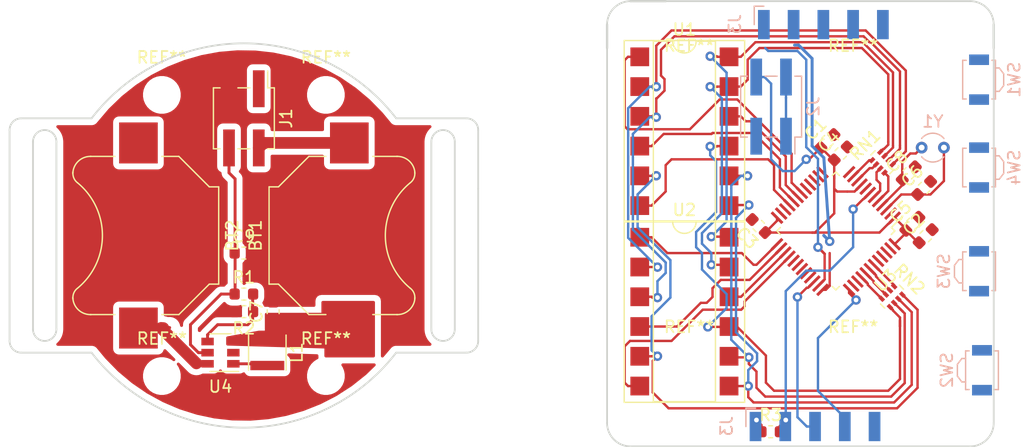
<source format=kicad_pcb>
(kicad_pcb (version 20171130) (host pcbnew "(5.0.0)")

  (general
    (thickness 1.6)
    (drawings 32)
    (tracks 443)
    (zones 0)
    (modules 38)
    (nets 56)
  )

  (page A4)
  (layers
    (0 F.Cu signal)
    (31 B.Cu signal)
    (32 B.Adhes user)
    (33 F.Adhes user)
    (34 B.Paste user hide)
    (35 F.Paste user hide)
    (36 B.SilkS user hide)
    (37 F.SilkS user hide)
    (38 B.Mask user hide)
    (39 F.Mask user hide)
    (40 Dwgs.User user hide)
    (41 Cmts.User user)
    (42 Eco1.User user)
    (43 Eco2.User user)
    (44 Edge.Cuts user)
    (45 Margin user)
    (46 B.CrtYd user hide)
    (47 F.CrtYd user hide)
    (48 B.Fab user hide)
    (49 F.Fab user hide)
  )

  (setup
    (last_trace_width 0.25)
    (trace_clearance 0.2)
    (zone_clearance 0)
    (zone_45_only no)
    (trace_min 0.2)
    (segment_width 0.2)
    (edge_width 0.15)
    (via_size 0.8)
    (via_drill 0.4)
    (via_min_size 0.4)
    (via_min_drill 0.3)
    (uvia_size 0.3)
    (uvia_drill 0.1)
    (uvias_allowed no)
    (uvia_min_size 0.2)
    (uvia_min_drill 0.1)
    (pcb_text_width 0.3)
    (pcb_text_size 1.5 1.5)
    (mod_edge_width 0.15)
    (mod_text_size 1 1)
    (mod_text_width 0.15)
    (pad_size 2.5 1)
    (pad_drill 0)
    (pad_to_mask_clearance 0.2)
    (aux_axis_origin 76 93)
    (visible_elements 7FFFFFFF)
    (pcbplotparams
      (layerselection 0x010fc_ffffffff)
      (usegerberextensions false)
      (usegerberattributes false)
      (usegerberadvancedattributes false)
      (creategerberjobfile false)
      (excludeedgelayer true)
      (linewidth 0.100000)
      (plotframeref false)
      (viasonmask false)
      (mode 1)
      (useauxorigin false)
      (hpglpennumber 1)
      (hpglpenspeed 20)
      (hpglpendiameter 15.000000)
      (psnegative false)
      (psa4output false)
      (plotreference true)
      (plotvalue true)
      (plotinvisibletext false)
      (padsonsilk false)
      (subtractmaskfromsilk false)
      (outputformat 1)
      (mirror false)
      (drillshape 1)
      (scaleselection 1)
      (outputdirectory ""))
  )

  (net 0 "")
  (net 1 GND)
  (net 2 +BATT)
  (net 3 +3V3)
  (net 4 /RTC_XTAL_IN)
  (net 5 /RTC_XTAL_OUT)
  (net 6 /SWDCLK)
  (net 7 /SWDIO)
  (net 8 "Net-(L1-Pad2)")
  (net 9 "Net-(R1-Pad2)")
  (net 10 /SEGA)
  (net 11 /SEGB)
  (net 12 /SEGD)
  (net 13 /SEGC)
  (net 14 /IOSEGA)
  (net 15 /IOSEGC)
  (net 16 /IOSEGB)
  (net 17 /IOSEGD)
  (net 18 /IOSEGDP)
  (net 19 /IOSEGF)
  (net 20 /IOSEGG)
  (net 21 /IOSEGE)
  (net 22 /SEGG)
  (net 23 /SEGDP)
  (net 24 /SEGF)
  (net 25 /SEGE)
  (net 26 "Net-(SW1-Pad1)")
  (net 27 /BUTTON1)
  (net 28 /BUTTON2)
  (net 29 /BUTTON3)
  (net 30 /BUTTON4)
  (net 31 /DIS1)
  (net 32 /DIS3)
  (net 33 /DIS2)
  (net 34 /DIS4)
  (net 35 /DIS8)
  (net 36 /DIS6)
  (net 37 /DIS7)
  (net 38 /DIS5)
  (net 39 "Net-(U3-Pad2)")
  (net 40 "Net-(U3-Pad16)")
  (net 41 "Net-(U3-Pad17)")
  (net 42 "Net-(U3-Pad29)")
  (net 43 "Net-(U3-Pad30)")
  (net 44 "Net-(U3-Pad31)")
  (net 45 "Net-(U3-Pad32)")
  (net 46 "Net-(U3-Pad33)")
  (net 47 /I2C1_SCL)
  (net 48 /I2C1_SDA)
  (net 49 "Net-(U3-Pad38)")
  (net 50 /BOOT0)
  (net 51 /RESET)
  (net 52 "Net-(U3-Pad22)")
  (net 53 "Net-(U3-Pad45)")
  (net 54 "Net-(U3-Pad46)")
  (net 55 "Net-(U3-Pad39)")

  (net_class Default "This is the default net class."
    (clearance 0.2)
    (trace_width 0.25)
    (via_dia 0.8)
    (via_drill 0.4)
    (uvia_dia 0.3)
    (uvia_drill 0.1)
    (add_net "Net-(U3-Pad22)")
    (add_net "Net-(U3-Pad39)")
    (add_net "Net-(U3-Pad45)")
    (add_net "Net-(U3-Pad46)")
  )

  (net_class 8mil ""
    (clearance 0.2)
    (trace_width 0.2032)
    (via_dia 0.8)
    (via_drill 0.4)
    (uvia_dia 0.3)
    (uvia_drill 0.1)
    (add_net +3V3)
    (add_net +BATT)
    (add_net /BOOT0)
    (add_net /BUTTON1)
    (add_net /BUTTON2)
    (add_net /BUTTON3)
    (add_net /BUTTON4)
    (add_net /DIS1)
    (add_net /DIS2)
    (add_net /DIS3)
    (add_net /DIS4)
    (add_net /DIS5)
    (add_net /DIS6)
    (add_net /DIS7)
    (add_net /DIS8)
    (add_net /I2C1_SCL)
    (add_net /I2C1_SDA)
    (add_net /IOSEGA)
    (add_net /IOSEGB)
    (add_net /IOSEGC)
    (add_net /IOSEGD)
    (add_net /IOSEGDP)
    (add_net /IOSEGE)
    (add_net /IOSEGF)
    (add_net /IOSEGG)
    (add_net /RESET)
    (add_net /RTC_XTAL_IN)
    (add_net /RTC_XTAL_OUT)
    (add_net /SEGA)
    (add_net /SEGB)
    (add_net /SEGC)
    (add_net /SEGD)
    (add_net /SEGDP)
    (add_net /SEGE)
    (add_net /SEGF)
    (add_net /SEGG)
    (add_net /SWDCLK)
    (add_net /SWDIO)
    (add_net GND)
    (add_net "Net-(L1-Pad2)")
    (add_net "Net-(R1-Pad2)")
    (add_net "Net-(SW1-Pad1)")
    (add_net "Net-(U3-Pad16)")
    (add_net "Net-(U3-Pad17)")
    (add_net "Net-(U3-Pad2)")
    (add_net "Net-(U3-Pad29)")
    (add_net "Net-(U3-Pad30)")
    (add_net "Net-(U3-Pad31)")
    (add_net "Net-(U3-Pad32)")
    (add_net "Net-(U3-Pad33)")
    (add_net "Net-(U3-Pad38)")
  )

  (net_class fattrack ""
    (clearance 0.2)
    (trace_width 1)
    (via_dia 0.8)
    (via_drill 0.4)
    (uvia_dia 0.3)
    (uvia_drill 0.1)
  )

  (module Connector_Harwin:Harwin_M20-89005xx_1x05_P2.54mm_Horizontal (layer B.Cu) (tedit 5C12C04D) (tstamp 5C130C52)
    (at 145.46 61.445 270)
    (descr "Harwin Male Horizontal Surface Mount Single Row 2.54mm (0.1 inch) Pitch PCB Connector, M20-89005xx, 5 Pins per row (https://cdn.harwin.com/pdfs/M20-890.pdf), generated with kicad-footprint-generator")
    (tags "connector Harwin M20-890 horizontal")
    (path /5B6711FC)
    (attr smd)
    (fp_text reference J3 (at -0.48 7.55 270) (layer B.SilkS)
      (effects (font (size 1 1) (thickness 0.15)) (justify mirror))
    )
    (fp_text value Conn_01x05 (at -0.48 -7.55 270) (layer B.Fab)
      (effects (font (size 1 1) (thickness 0.15)) (justify mirror))
    )
    (fp_line (start -2.015 5.9) (end -0.445 5.9) (layer B.SilkS) (width 0.12))
    (fp_line (start -2.015 5.08) (end -2.015 5.9) (layer B.SilkS) (width 0.12))
    (fp_line (start -1.345 -4.76) (end -1.345 -5.4) (layer B.Fab) (width 0.1))
    (fp_line (start -1.345 -2.22) (end -1.345 -2.86) (layer B.Fab) (width 0.1))
    (fp_line (start -1.345 0.32) (end -1.345 -0.32) (layer B.Fab) (width 0.1))
    (fp_line (start -1.345 2.86) (end -1.345 2.22) (layer B.Fab) (width 0.1))
    (fp_line (start -1.345 5.4) (end -1.345 4.76) (layer B.Fab) (width 0.1))
    (pad 5 smd rect (at -0.445 -5.08 270) (size 2.5 1) (layers B.Cu B.Paste B.Mask)
      (net 1 GND))
    (pad 4 smd rect (at -0.445 -2.54 270) (size 2.5 1) (layers B.Cu B.Paste B.Mask)
      (net 6 /SWDCLK))
    (pad 3 smd rect (at -0.445 0 270) (size 2.5 1) (layers B.Cu B.Paste B.Mask)
      (net 7 /SWDIO))
    (pad 2 smd rect (at -0.445 2.54 270) (size 2.5 1) (layers B.Cu B.Paste B.Mask)
      (net 51 /RESET))
    (pad 1 smd rect (at -0.445 5.08 270) (size 2.5 1) (layers B.Cu B.Paste B.Mask)
      (net 3 +3V3))
    (model ${KISYS3DMOD}/Connector_Harwin.3dshapes/Harwin_M20-89005xx_1x05_P2.54mm_Horizontal.wrl
      (at (xyz 0 0 0))
      (scale (xyz 1 1 1))
      (rotate (xyz 0 0 0))
    )
  )

  (module Package_QFP:LQFP-48_7x7mm_P0.5mm (layer F.Cu) (tedit 5A5E2375) (tstamp 5B73A3FE)
    (at 146.524416 78.613755 225)
    (descr "48 LEAD LQFP 7x7mm (see MICREL LQFP7x7-48LD-PL-1.pdf)")
    (tags "QFP 0.5")
    (path /5B620EA5)
    (attr smd)
    (fp_text reference U3 (at 0 -6 225) (layer F.SilkS)
      (effects (font (size 1 1) (thickness 0.15)))
    )
    (fp_text value STM32F030C8Tx (at 0 6 225) (layer F.Fab)
      (effects (font (size 1 1) (thickness 0.15)))
    )
    (fp_line (start 3.13 3.75) (end 3.75 3.75) (layer F.CrtYd) (width 0.05))
    (fp_line (start 3.75 3.13) (end 3.75 3.75) (layer F.CrtYd) (width 0.05))
    (fp_line (start 3.13 5.25) (end 3.13 3.75) (layer F.CrtYd) (width 0.05))
    (fp_text user %R (at 0 0 225) (layer F.Fab)
      (effects (font (size 1 1) (thickness 0.15)))
    )
    (fp_line (start -2.5 -3.5) (end 3.5 -3.5) (layer F.Fab) (width 0.1))
    (fp_line (start 3.5 -3.5) (end 3.5 3.5) (layer F.Fab) (width 0.1))
    (fp_line (start 3.5 3.5) (end -3.5 3.5) (layer F.Fab) (width 0.1))
    (fp_line (start -3.5 3.5) (end -3.5 -2.5) (layer F.Fab) (width 0.1))
    (fp_line (start -3.5 -2.5) (end -2.5 -3.5) (layer F.Fab) (width 0.1))
    (fp_line (start -5.25 -3.13) (end -5.25 3.13) (layer F.CrtYd) (width 0.05))
    (fp_line (start 5.25 -3.13) (end 5.25 3.13) (layer F.CrtYd) (width 0.05))
    (fp_line (start -3.13 -5.25) (end 3.13 -5.25) (layer F.CrtYd) (width 0.05))
    (fp_line (start -3.13 5.25) (end 3.13 5.25) (layer F.CrtYd) (width 0.05))
    (fp_line (start 3.56 -3.56) (end 3.56 -3.14) (layer F.SilkS) (width 0.12))
    (fp_line (start 3.56 3.56) (end 3.56 3.14) (layer F.SilkS) (width 0.12))
    (fp_line (start -3.56 3.56) (end -3.56 3.14) (layer F.SilkS) (width 0.12))
    (fp_line (start -3.56 -3.56) (end -3.14 -3.56) (layer F.SilkS) (width 0.12))
    (fp_line (start 3.56 3.56) (end 3.14 3.56) (layer F.SilkS) (width 0.12))
    (fp_line (start 3.56 -3.56) (end 3.14 -3.56) (layer F.SilkS) (width 0.12))
    (fp_line (start -3.56 -3.14) (end -4.94 -3.14) (layer F.SilkS) (width 0.12))
    (fp_line (start -3.56 -3.56) (end -3.56 -3.14) (layer F.SilkS) (width 0.12))
    (fp_line (start -3.56 3.56) (end -3.14 3.56) (layer F.SilkS) (width 0.12))
    (fp_line (start 3.75 3.13) (end 5.25 3.13) (layer F.CrtYd) (width 0.05))
    (fp_line (start 3.75 -3.13) (end 5.25 -3.13) (layer F.CrtYd) (width 0.05))
    (fp_line (start 3.13 -3.75) (end 3.13 -5.25) (layer F.CrtYd) (width 0.05))
    (fp_line (start -3.13 -3.75) (end -3.13 -5.25) (layer F.CrtYd) (width 0.05))
    (fp_line (start -3.75 -3.13) (end -5.25 -3.13) (layer F.CrtYd) (width 0.05))
    (fp_line (start -3.75 3.13) (end -5.25 3.13) (layer F.CrtYd) (width 0.05))
    (fp_line (start -3.13 3.75) (end -3.13 5.25) (layer F.CrtYd) (width 0.05))
    (fp_line (start 3.13 -3.75) (end 3.75 -3.75) (layer F.CrtYd) (width 0.05))
    (fp_line (start 3.75 -3.13) (end 3.75 -3.75) (layer F.CrtYd) (width 0.05))
    (fp_line (start -3.75 3.13) (end -3.75 3.75) (layer F.CrtYd) (width 0.05))
    (fp_line (start -3.13 3.75) (end -3.75 3.75) (layer F.CrtYd) (width 0.05))
    (fp_line (start -3.75 -3.13) (end -3.75 -3.75) (layer F.CrtYd) (width 0.05))
    (fp_line (start -3.13 -3.75) (end -3.75 -3.75) (layer F.CrtYd) (width 0.05))
    (pad 1 smd rect (at -4.35 -2.75 225) (size 1.3 0.25) (layers F.Cu F.Paste F.Mask)
      (net 3 +3V3))
    (pad 2 smd rect (at -4.35 -2.25 225) (size 1.3 0.25) (layers F.Cu F.Paste F.Mask)
      (net 39 "Net-(U3-Pad2)"))
    (pad 3 smd rect (at -4.35 -1.749999 225) (size 1.3 0.25) (layers F.Cu F.Paste F.Mask)
      (net 4 /RTC_XTAL_IN))
    (pad 4 smd rect (at -4.35 -1.25 225) (size 1.3 0.25) (layers F.Cu F.Paste F.Mask)
      (net 5 /RTC_XTAL_OUT))
    (pad 5 smd rect (at -4.35 -0.750001 225) (size 1.3 0.25) (layers F.Cu F.Paste F.Mask)
      (net 14 /IOSEGA))
    (pad 6 smd rect (at -4.35 -0.25 225) (size 1.3 0.25) (layers F.Cu F.Paste F.Mask)
      (net 16 /IOSEGB))
    (pad 7 smd rect (at -4.35 0.25 225) (size 1.3 0.25) (layers F.Cu F.Paste F.Mask)
      (net 51 /RESET))
    (pad 8 smd rect (at -4.35 0.750001 225) (size 1.3 0.25) (layers F.Cu F.Paste F.Mask)
      (net 1 GND))
    (pad 9 smd rect (at -4.35 1.25 225) (size 1.3 0.25) (layers F.Cu F.Paste F.Mask)
      (net 3 +3V3))
    (pad 10 smd rect (at -4.35 1.749999 225) (size 1.3 0.25) (layers F.Cu F.Paste F.Mask)
      (net 15 /IOSEGC))
    (pad 11 smd rect (at -4.35 2.25 225) (size 1.3 0.25) (layers F.Cu F.Paste F.Mask)
      (net 17 /IOSEGD))
    (pad 12 smd rect (at -4.35 2.75 225) (size 1.3 0.25) (layers F.Cu F.Paste F.Mask)
      (net 27 /BUTTON1))
    (pad 13 smd rect (at -2.75 4.35 315) (size 1.3 0.25) (layers F.Cu F.Paste F.Mask)
      (net 28 /BUTTON2))
    (pad 14 smd rect (at -2.25 4.35 315) (size 1.3 0.25) (layers F.Cu F.Paste F.Mask)
      (net 29 /BUTTON3))
    (pad 15 smd rect (at -1.749999 4.35 315) (size 1.3 0.25) (layers F.Cu F.Paste F.Mask)
      (net 30 /BUTTON4))
    (pad 16 smd rect (at -1.25 4.35 315) (size 1.3 0.25) (layers F.Cu F.Paste F.Mask)
      (net 40 "Net-(U3-Pad16)"))
    (pad 17 smd rect (at -0.750001 4.35 315) (size 1.3 0.25) (layers F.Cu F.Paste F.Mask)
      (net 41 "Net-(U3-Pad17)"))
    (pad 18 smd rect (at -0.25 4.35 315) (size 1.3 0.25) (layers F.Cu F.Paste F.Mask)
      (net 31 /DIS1))
    (pad 19 smd rect (at 0.25 4.35 315) (size 1.3 0.25) (layers F.Cu F.Paste F.Mask)
      (net 33 /DIS2))
    (pad 20 smd rect (at 0.750001 4.35 315) (size 1.3 0.25) (layers F.Cu F.Paste F.Mask)
      (net 32 /DIS3))
    (pad 21 smd rect (at 1.25 4.35 315) (size 1.3 0.25) (layers F.Cu F.Paste F.Mask)
      (net 34 /DIS4))
    (pad 22 smd rect (at 1.749999 4.35 315) (size 1.3 0.25) (layers F.Cu F.Paste F.Mask)
      (net 52 "Net-(U3-Pad22)"))
    (pad 23 smd rect (at 2.25 4.35 315) (size 1.3 0.25) (layers F.Cu F.Paste F.Mask)
      (net 1 GND))
    (pad 24 smd rect (at 2.75 4.35 315) (size 1.3 0.25) (layers F.Cu F.Paste F.Mask)
      (net 3 +3V3))
    (pad 25 smd rect (at 4.35 2.75 225) (size 1.3 0.25) (layers F.Cu F.Paste F.Mask)
      (net 38 /DIS5))
    (pad 26 smd rect (at 4.35 2.25 225) (size 1.3 0.25) (layers F.Cu F.Paste F.Mask)
      (net 37 /DIS7))
    (pad 27 smd rect (at 4.35 1.749999 225) (size 1.3 0.25) (layers F.Cu F.Paste F.Mask)
      (net 36 /DIS6))
    (pad 28 smd rect (at 4.35 1.25 225) (size 1.3 0.25) (layers F.Cu F.Paste F.Mask)
      (net 35 /DIS8))
    (pad 29 smd rect (at 4.35 0.750001 225) (size 1.3 0.25) (layers F.Cu F.Paste F.Mask)
      (net 42 "Net-(U3-Pad29)"))
    (pad 30 smd rect (at 4.35 0.25 225) (size 1.3 0.25) (layers F.Cu F.Paste F.Mask)
      (net 43 "Net-(U3-Pad30)"))
    (pad 31 smd rect (at 4.35 -0.25 225) (size 1.3 0.25) (layers F.Cu F.Paste F.Mask)
      (net 44 "Net-(U3-Pad31)"))
    (pad 32 smd rect (at 4.35 -0.750001 225) (size 1.3 0.25) (layers F.Cu F.Paste F.Mask)
      (net 45 "Net-(U3-Pad32)"))
    (pad 33 smd rect (at 4.35 -1.25 225) (size 1.3 0.25) (layers F.Cu F.Paste F.Mask)
      (net 46 "Net-(U3-Pad33)"))
    (pad 34 smd rect (at 4.35 -1.749999 225) (size 1.3 0.25) (layers F.Cu F.Paste F.Mask)
      (net 7 /SWDIO))
    (pad 35 smd rect (at 4.35 -2.25 225) (size 1.3 0.25) (layers F.Cu F.Paste F.Mask)
      (net 47 /I2C1_SCL))
    (pad 36 smd rect (at 4.35 -2.75 225) (size 1.3 0.25) (layers F.Cu F.Paste F.Mask)
      (net 48 /I2C1_SDA))
    (pad 37 smd rect (at 2.75 -4.35 315) (size 1.3 0.25) (layers F.Cu F.Paste F.Mask)
      (net 6 /SWDCLK))
    (pad 38 smd rect (at 2.25 -4.35 315) (size 1.3 0.25) (layers F.Cu F.Paste F.Mask)
      (net 49 "Net-(U3-Pad38)"))
    (pad 39 smd rect (at 1.749999 -4.35 315) (size 1.3 0.25) (layers F.Cu F.Paste F.Mask)
      (net 55 "Net-(U3-Pad39)"))
    (pad 40 smd rect (at 1.25 -4.35 315) (size 1.3 0.25) (layers F.Cu F.Paste F.Mask)
      (net 21 /IOSEGE))
    (pad 41 smd rect (at 0.750001 -4.35 315) (size 1.3 0.25) (layers F.Cu F.Paste F.Mask)
      (net 19 /IOSEGF))
    (pad 42 smd rect (at 0.25 -4.35 315) (size 1.3 0.25) (layers F.Cu F.Paste F.Mask)
      (net 20 /IOSEGG))
    (pad 43 smd rect (at -0.25 -4.35 315) (size 1.3 0.25) (layers F.Cu F.Paste F.Mask)
      (net 18 /IOSEGDP))
    (pad 44 smd rect (at -0.750001 -4.35 315) (size 1.3 0.25) (layers F.Cu F.Paste F.Mask)
      (net 50 /BOOT0))
    (pad 45 smd rect (at -1.25 -4.35 315) (size 1.3 0.25) (layers F.Cu F.Paste F.Mask)
      (net 53 "Net-(U3-Pad45)"))
    (pad 46 smd rect (at -1.749999 -4.35 315) (size 1.3 0.25) (layers F.Cu F.Paste F.Mask)
      (net 54 "Net-(U3-Pad46)"))
    (pad 47 smd rect (at -2.25 -4.35 315) (size 1.3 0.25) (layers F.Cu F.Paste F.Mask)
      (net 1 GND))
    (pad 48 smd rect (at -2.75 -4.35 315) (size 1.3 0.25) (layers F.Cu F.Paste F.Mask)
      (net 3 +3V3))
    (model ${KISYS3DMOD}/Package_QFP.3dshapes/LQFP-48_7x7mm_P0.5mm.wrl
      (at (xyz 0 0 0))
      (scale (xyz 1 1 1))
      (rotate (xyz 0 0 0))
    )
  )

  (module Package_DIP:DIP-12_W7.62mm_SMDSocket_SmallPads (layer F.Cu) (tedit 5A02E8C5) (tstamp 5B7B7E86)
    (at 133.6 85.5)
    (descr "12-lead though-hole mounted DIP package, row spacing 7.62 mm (300 mils), SMDSocket, SmallPads")
    (tags "THT DIP DIL PDIP 2.54mm 7.62mm 300mil SMDSocket SmallPads")
    (path /5B6209B6)
    (attr smd)
    (fp_text reference U2 (at 0 -8.68) (layer F.SilkS)
      (effects (font (size 1 1) (thickness 0.15)))
    )
    (fp_text value RedRetroBubbleDisplay (at 0 8.68) (layer F.Fab)
      (effects (font (size 1 1) (thickness 0.15)))
    )
    (fp_arc (start 0 -7.68) (end -1 -7.68) (angle -180) (layer F.SilkS) (width 0.12))
    (fp_line (start -2.175 -7.62) (end 3.175 -7.62) (layer F.Fab) (width 0.1))
    (fp_line (start 3.175 -7.62) (end 3.175 7.62) (layer F.Fab) (width 0.1))
    (fp_line (start 3.175 7.62) (end -3.175 7.62) (layer F.Fab) (width 0.1))
    (fp_line (start -3.175 7.62) (end -3.175 -6.62) (layer F.Fab) (width 0.1))
    (fp_line (start -3.175 -6.62) (end -2.175 -7.62) (layer F.Fab) (width 0.1))
    (fp_line (start -5.08 -7.68) (end -5.08 7.68) (layer F.Fab) (width 0.1))
    (fp_line (start -5.08 7.68) (end 5.08 7.68) (layer F.Fab) (width 0.1))
    (fp_line (start 5.08 7.68) (end 5.08 -7.68) (layer F.Fab) (width 0.1))
    (fp_line (start 5.08 -7.68) (end -5.08 -7.68) (layer F.Fab) (width 0.1))
    (fp_line (start -1 -7.68) (end -2.65 -7.68) (layer F.SilkS) (width 0.12))
    (fp_line (start -2.65 -7.68) (end -2.65 7.68) (layer F.SilkS) (width 0.12))
    (fp_line (start -2.65 7.68) (end 2.65 7.68) (layer F.SilkS) (width 0.12))
    (fp_line (start 2.65 7.68) (end 2.65 -7.68) (layer F.SilkS) (width 0.12))
    (fp_line (start 2.65 -7.68) (end 1 -7.68) (layer F.SilkS) (width 0.12))
    (fp_line (start -5.14 -7.74) (end -5.14 7.74) (layer F.SilkS) (width 0.12))
    (fp_line (start -5.14 7.74) (end 5.14 7.74) (layer F.SilkS) (width 0.12))
    (fp_line (start 5.14 7.74) (end 5.14 -7.74) (layer F.SilkS) (width 0.12))
    (fp_line (start 5.14 -7.74) (end -5.14 -7.74) (layer F.SilkS) (width 0.12))
    (fp_line (start -5.35 -7.95) (end -5.35 7.95) (layer F.CrtYd) (width 0.05))
    (fp_line (start -5.35 7.95) (end 5.35 7.95) (layer F.CrtYd) (width 0.05))
    (fp_line (start 5.35 7.95) (end 5.35 -7.95) (layer F.CrtYd) (width 0.05))
    (fp_line (start 5.35 -7.95) (end -5.35 -7.95) (layer F.CrtYd) (width 0.05))
    (fp_text user %R (at 0 0) (layer F.Fab)
      (effects (font (size 1 1) (thickness 0.15)))
    )
    (pad 1 smd rect (at -3.81 -6.35) (size 1.6 1.6) (layers F.Cu F.Paste F.Mask)
      (net 38 /DIS5))
    (pad 7 smd rect (at 3.81 6.35) (size 1.6 1.6) (layers F.Cu F.Paste F.Mask)
      (net 22 /SEGG))
    (pad 2 smd rect (at -3.81 -3.81) (size 1.6 1.6) (layers F.Cu F.Paste F.Mask)
      (net 25 /SEGE))
    (pad 8 smd rect (at 3.81 3.81) (size 1.6 1.6) (layers F.Cu F.Paste F.Mask)
      (net 12 /SEGD))
    (pad 3 smd rect (at -3.81 -1.27) (size 1.6 1.6) (layers F.Cu F.Paste F.Mask)
      (net 13 /SEGC))
    (pad 9 smd rect (at 3.81 1.27) (size 1.6 1.6) (layers F.Cu F.Paste F.Mask)
      (net 24 /SEGF))
    (pad 4 smd rect (at -3.81 1.27) (size 1.6 1.6) (layers F.Cu F.Paste F.Mask)
      (net 37 /DIS7))
    (pad 10 smd rect (at 3.81 -1.27) (size 1.6 1.6) (layers F.Cu F.Paste F.Mask)
      (net 36 /DIS6))
    (pad 5 smd rect (at -3.81 3.81) (size 1.6 1.6) (layers F.Cu F.Paste F.Mask)
      (net 23 /SEGDP))
    (pad 11 smd rect (at 3.81 -3.81) (size 1.6 1.6) (layers F.Cu F.Paste F.Mask)
      (net 11 /SEGB))
    (pad 6 smd rect (at -3.81 6.35) (size 1.6 1.6) (layers F.Cu F.Paste F.Mask)
      (net 35 /DIS8))
    (pad 12 smd rect (at 3.81 -6.35) (size 1.6 1.6) (layers F.Cu F.Paste F.Mask)
      (net 10 /SEGA))
    (model ${KISYS3DMOD}/Package_DIP.3dshapes/DIP-12_W7.62mm_SMDSocket.wrl
      (at (xyz 0 0 0))
      (scale (xyz 1 1 1))
      (rotate (xyz 0 0 0))
    )
  )

  (module Resistor_SMD:R_Array_Concave_4x0402 (layer F.Cu) (tedit 58E0A888) (tstamp 5B7B7DE1)
    (at 151.323223 84.21967 315)
    (descr "Thick Film Chip Resistor Array, Wave soldering, Vishay CRA04P (see cra04p.pdf)")
    (tags "resistor array")
    (path /5B62101E)
    (attr smd)
    (fp_text reference RN2 (at 0 -2.1 315) (layer F.SilkS)
      (effects (font (size 1 1) (thickness 0.15)))
    )
    (fp_text value 220R (at 0 2.1 315) (layer F.Fab)
      (effects (font (size 1 1) (thickness 0.15)))
    )
    (fp_line (start 1 1.25) (end -1 1.25) (layer F.CrtYd) (width 0.05))
    (fp_line (start 1 1.25) (end 1 -1.25) (layer F.CrtYd) (width 0.05))
    (fp_line (start -1 -1.25) (end -1 1.25) (layer F.CrtYd) (width 0.05))
    (fp_line (start -1 -1.25) (end 1 -1.25) (layer F.CrtYd) (width 0.05))
    (fp_line (start 0.25 1.14) (end -0.25 1.14) (layer F.SilkS) (width 0.12))
    (fp_line (start 0.25 -1.14) (end -0.25 -1.14) (layer F.SilkS) (width 0.12))
    (fp_line (start -0.5 1) (end -0.5 -1) (layer F.Fab) (width 0.1))
    (fp_line (start 0.5 1) (end -0.5 1) (layer F.Fab) (width 0.1))
    (fp_line (start 0.5 -1) (end 0.5 1) (layer F.Fab) (width 0.1))
    (fp_line (start -0.5 -1) (end 0.5 -1) (layer F.Fab) (width 0.1))
    (fp_text user %R (at 0 0 45) (layer F.Fab)
      (effects (font (size 0.5 0.5) (thickness 0.075)))
    )
    (pad 5 smd rect (at 0.499999 0.75 315) (size 0.5 0.32) (layers F.Cu F.Paste F.Mask)
      (net 24 /SEGF))
    (pad 6 smd rect (at 0.5 0.25 315) (size 0.5 0.32) (layers F.Cu F.Paste F.Mask)
      (net 12 /SEGD))
    (pad 8 smd rect (at 0.499999 -0.75 315) (size 0.5 0.32) (layers F.Cu F.Paste F.Mask)
      (net 23 /SEGDP))
    (pad 7 smd rect (at 0.5 -0.25 315) (size 0.5 0.32) (layers F.Cu F.Paste F.Mask)
      (net 22 /SEGG))
    (pad 4 smd rect (at -0.499999 0.75 315) (size 0.5 0.32) (layers F.Cu F.Paste F.Mask)
      (net 21 /IOSEGE))
    (pad 2 smd rect (at -0.5 -0.25 315) (size 0.5 0.32) (layers F.Cu F.Paste F.Mask)
      (net 20 /IOSEGG))
    (pad 3 smd rect (at -0.5 0.25 315) (size 0.5 0.32) (layers F.Cu F.Paste F.Mask)
      (net 19 /IOSEGF))
    (pad 1 smd rect (at -0.499999 -0.75 315) (size 0.5 0.32) (layers F.Cu F.Paste F.Mask)
      (net 18 /IOSEGDP))
    (model ${KISYS3DMOD}/Resistor_SMD.3dshapes/R_Array_Concave_4x0402.wrl
      (at (xyz 0 0 0))
      (scale (xyz 1 1 1))
      (rotate (xyz 0 0 0))
    )
  )

  (module Crystal:Crystal_C26-LF_D2.1mm_L6.5mm_Vertical (layer B.Cu) (tedit 5A0FD1B2) (tstamp 5B7B7EC2)
    (at 155.75 71.5 180)
    (descr "Crystal THT C26-LF 6.5mm length 2.06mm diameter")
    (tags ['C26-LF'])
    (path /5B67689E)
    (fp_text reference Y1 (at 0.95 2.23 180) (layer B.SilkS)
      (effects (font (size 1 1) (thickness 0.15)) (justify mirror))
    )
    (fp_text value Crystal (at 0.95 -2.23 180) (layer B.Fab)
      (effects (font (size 1 1) (thickness 0.15)) (justify mirror))
    )
    (fp_arc (start 0.95 0) (end 0 -0.781281) (angle 101.1) (layer B.SilkS) (width 0.12))
    (fp_arc (start 0.95 0) (end 0 0.781281) (angle -101.1) (layer B.SilkS) (width 0.12))
    (fp_circle (center 0.95 0) (end 2.65 0) (layer B.CrtYd) (width 0.05))
    (fp_circle (center 0.95 0) (end 1.98 0) (layer B.Fab) (width 0.1))
    (fp_text user %R (at 0.95 0 180) (layer B.Fab)
      (effects (font (size 0.7 0.7) (thickness 0.105)) (justify mirror))
    )
    (pad 2 thru_hole circle (at 1.9 0 180) (size 1 1) (drill 0.5) (layers *.Cu *.Mask)
      (net 5 /RTC_XTAL_OUT))
    (pad 1 thru_hole circle (at 0 0 180) (size 1 1) (drill 0.5) (layers *.Cu *.Mask)
      (net 4 /RTC_XTAL_IN))
    (model ${KISYS3DMOD}/Crystal.3dshapes/Crystal_C26-LF_D2.1mm_L6.5mm_Vertical.wrl
      (at (xyz 0 0 0))
      (scale (xyz 1 1 1))
      (rotate (xyz 0 0 0))
    )
  )

  (module Connector_PinHeader_2.54mm:PinHeader_2x02_P2.54mm_Vertical_SMD (layer B.Cu) (tedit 59FED5CC) (tstamp 5B7B7F9F)
    (at 141 68 90)
    (descr "surface-mounted straight pin header, 2x02, 2.54mm pitch, double rows")
    (tags "Surface mounted pin header SMD 2x02 2.54mm double row")
    (path /5B671069)
    (attr smd)
    (fp_text reference J2 (at 0 3.6 90) (layer B.SilkS)
      (effects (font (size 1 1) (thickness 0.15)) (justify mirror))
    )
    (fp_text value Conn_02x02_Counter_Clockwise (at 0 -3.6 90) (layer B.Fab)
      (effects (font (size 1 1) (thickness 0.15)) (justify mirror))
    )
    (fp_line (start 2.54 -2.54) (end -2.54 -2.54) (layer B.Fab) (width 0.1))
    (fp_line (start -1.59 2.54) (end 2.54 2.54) (layer B.Fab) (width 0.1))
    (fp_line (start -2.54 -2.54) (end -2.54 1.59) (layer B.Fab) (width 0.1))
    (fp_line (start -2.54 1.59) (end -1.59 2.54) (layer B.Fab) (width 0.1))
    (fp_line (start 2.54 2.54) (end 2.54 -2.54) (layer B.Fab) (width 0.1))
    (fp_line (start -2.54 1.59) (end -3.6 1.59) (layer B.Fab) (width 0.1))
    (fp_line (start -3.6 1.59) (end -3.6 0.95) (layer B.Fab) (width 0.1))
    (fp_line (start -3.6 0.95) (end -2.54 0.95) (layer B.Fab) (width 0.1))
    (fp_line (start 2.54 1.59) (end 3.6 1.59) (layer B.Fab) (width 0.1))
    (fp_line (start 3.6 1.59) (end 3.6 0.95) (layer B.Fab) (width 0.1))
    (fp_line (start 3.6 0.95) (end 2.54 0.95) (layer B.Fab) (width 0.1))
    (fp_line (start -2.54 -0.95) (end -3.6 -0.95) (layer B.Fab) (width 0.1))
    (fp_line (start -3.6 -0.95) (end -3.6 -1.59) (layer B.Fab) (width 0.1))
    (fp_line (start -3.6 -1.59) (end -2.54 -1.59) (layer B.Fab) (width 0.1))
    (fp_line (start 2.54 -0.95) (end 3.6 -0.95) (layer B.Fab) (width 0.1))
    (fp_line (start 3.6 -0.95) (end 3.6 -1.59) (layer B.Fab) (width 0.1))
    (fp_line (start 3.6 -1.59) (end 2.54 -1.59) (layer B.Fab) (width 0.1))
    (fp_line (start -2.6 2.6) (end 2.6 2.6) (layer B.SilkS) (width 0.12))
    (fp_line (start -2.6 -2.6) (end 2.6 -2.6) (layer B.SilkS) (width 0.12))
    (fp_line (start -4.04 2.03) (end -2.6 2.03) (layer B.SilkS) (width 0.12))
    (fp_line (start -2.6 2.6) (end -2.6 2.03) (layer B.SilkS) (width 0.12))
    (fp_line (start 2.6 2.6) (end 2.6 2.03) (layer B.SilkS) (width 0.12))
    (fp_line (start -2.6 -2.03) (end -2.6 -2.6) (layer B.SilkS) (width 0.12))
    (fp_line (start 2.6 -2.03) (end 2.6 -2.6) (layer B.SilkS) (width 0.12))
    (fp_line (start -2.6 0.51) (end -2.6 -0.51) (layer B.SilkS) (width 0.12))
    (fp_line (start 2.6 0.51) (end 2.6 -0.51) (layer B.SilkS) (width 0.12))
    (fp_line (start -5.9 3.05) (end -5.9 -3.05) (layer B.CrtYd) (width 0.05))
    (fp_line (start -5.9 -3.05) (end 5.9 -3.05) (layer B.CrtYd) (width 0.05))
    (fp_line (start 5.9 -3.05) (end 5.9 3.05) (layer B.CrtYd) (width 0.05))
    (fp_line (start 5.9 3.05) (end -5.9 3.05) (layer B.CrtYd) (width 0.05))
    (fp_text user %R (at 0 0) (layer B.Fab)
      (effects (font (size 1 1) (thickness 0.15)) (justify mirror))
    )
    (pad 1 smd rect (at -2.525 1.27 90) (size 3.15 1) (layers B.Cu B.Paste B.Mask)
      (net 2 +BATT))
    (pad 2 smd rect (at 2.525 1.27 90) (size 3.15 1) (layers B.Cu B.Paste B.Mask)
      (net 2 +BATT))
    (pad 3 smd rect (at -2.525 -1.27 90) (size 3.15 1) (layers B.Cu B.Paste B.Mask)
      (net 1 GND))
    (pad 4 smd rect (at 2.525 -1.27 90) (size 3.15 1) (layers B.Cu B.Paste B.Mask)
      (net 3 +3V3))
    (model ${KISYS3DMOD}/Connector_PinHeader_2.54mm.3dshapes/PinHeader_2x02_P2.54mm_Vertical_SMD.wrl
      (at (xyz 0 0 0))
      (scale (xyz 1 1 1))
      (rotate (xyz 0 0 0))
    )
  )

  (module Week4BUBBLEWATCH:DIP-12_W7.62mm_SMDSocket_SmallPads (layer F.Cu) (tedit 5A02E8C5) (tstamp 5B704E77)
    (at 133.6 70.1)
    (descr "12-lead though-hole mounted DIP package, row spacing 7.62 mm (300 mils), SMDSocket, SmallPads")
    (tags "THT DIP DIL PDIP 2.54mm 7.62mm 300mil SMDSocket SmallPads")
    (path /5B620959)
    (attr smd)
    (fp_text reference U1 (at 0 -8.68) (layer F.SilkS)
      (effects (font (size 1 1) (thickness 0.15)))
    )
    (fp_text value RedRetroBubbleDisplay (at 0 8.68) (layer F.Fab)
      (effects (font (size 1 1) (thickness 0.15)))
    )
    (fp_text user %R (at 0 0) (layer F.Fab)
      (effects (font (size 1 1) (thickness 0.15)))
    )
    (fp_line (start 5.35 -7.95) (end -5.35 -7.95) (layer F.CrtYd) (width 0.05))
    (fp_line (start 5.35 7.95) (end 5.35 -7.95) (layer F.CrtYd) (width 0.05))
    (fp_line (start -5.35 7.95) (end 5.35 7.95) (layer F.CrtYd) (width 0.05))
    (fp_line (start -5.35 -7.95) (end -5.35 7.95) (layer F.CrtYd) (width 0.05))
    (fp_line (start 5.14 -7.74) (end -5.14 -7.74) (layer F.SilkS) (width 0.12))
    (fp_line (start 5.14 7.74) (end 5.14 -7.74) (layer F.SilkS) (width 0.12))
    (fp_line (start -5.14 7.74) (end 5.14 7.74) (layer F.SilkS) (width 0.12))
    (fp_line (start -5.14 -7.74) (end -5.14 7.74) (layer F.SilkS) (width 0.12))
    (fp_line (start 2.65 -7.68) (end 1 -7.68) (layer F.SilkS) (width 0.12))
    (fp_line (start 2.65 7.68) (end 2.65 -7.68) (layer F.SilkS) (width 0.12))
    (fp_line (start -2.65 7.68) (end 2.65 7.68) (layer F.SilkS) (width 0.12))
    (fp_line (start -2.65 -7.68) (end -2.65 7.68) (layer F.SilkS) (width 0.12))
    (fp_line (start -1 -7.68) (end -2.65 -7.68) (layer F.SilkS) (width 0.12))
    (fp_line (start 5.08 -7.68) (end -5.08 -7.68) (layer F.Fab) (width 0.1))
    (fp_line (start 5.08 7.68) (end 5.08 -7.68) (layer F.Fab) (width 0.1))
    (fp_line (start -5.08 7.68) (end 5.08 7.68) (layer F.Fab) (width 0.1))
    (fp_line (start -5.08 -7.68) (end -5.08 7.68) (layer F.Fab) (width 0.1))
    (fp_line (start -3.175 -6.62) (end -2.175 -7.62) (layer F.Fab) (width 0.1))
    (fp_line (start -3.175 7.62) (end -3.175 -6.62) (layer F.Fab) (width 0.1))
    (fp_line (start 3.175 7.62) (end -3.175 7.62) (layer F.Fab) (width 0.1))
    (fp_line (start 3.175 -7.62) (end 3.175 7.62) (layer F.Fab) (width 0.1))
    (fp_line (start -2.175 -7.62) (end 3.175 -7.62) (layer F.Fab) (width 0.1))
    (fp_arc (start 0 -7.68) (end -1 -7.68) (angle -180) (layer F.SilkS) (width 0.12))
    (pad 12 smd rect (at 3.81 -6.35) (size 1.6 1.6) (layers F.Cu F.Paste F.Mask)
      (net 10 /SEGA))
    (pad 6 smd rect (at -3.81 6.35) (size 1.6 1.6) (layers F.Cu F.Paste F.Mask)
      (net 34 /DIS4))
    (pad 11 smd rect (at 3.81 -3.81) (size 1.6 1.6) (layers F.Cu F.Paste F.Mask)
      (net 11 /SEGB))
    (pad 5 smd rect (at -3.81 3.81) (size 1.6 1.6) (layers F.Cu F.Paste F.Mask)
      (net 23 /SEGDP))
    (pad 10 smd rect (at 3.81 -1.27) (size 1.6 1.6) (layers F.Cu F.Paste F.Mask)
      (net 33 /DIS2))
    (pad 4 smd rect (at -3.81 1.27) (size 1.6 1.6) (layers F.Cu F.Paste F.Mask)
      (net 32 /DIS3))
    (pad 9 smd rect (at 3.81 1.27) (size 1.6 1.6) (layers F.Cu F.Paste F.Mask)
      (net 24 /SEGF))
    (pad 3 smd rect (at -3.81 -1.27) (size 1.6 1.6) (layers F.Cu F.Paste F.Mask)
      (net 13 /SEGC))
    (pad 8 smd rect (at 3.81 3.81) (size 1.6 1.6) (layers F.Cu F.Paste F.Mask)
      (net 12 /SEGD))
    (pad 2 smd rect (at -3.81 -3.81) (size 1.6 1.6) (layers F.Cu F.Paste F.Mask)
      (net 25 /SEGE))
    (pad 7 smd rect (at 3.81 6.35) (size 1.6 1.6) (layers F.Cu F.Paste F.Mask)
      (net 22 /SEGG))
    (pad 1 smd rect (at -3.81 -6.35) (size 1.6 1.6) (layers F.Cu F.Paste F.Mask)
      (net 31 /DIS1))
    (model ${KISYS3DMOD}/Package_DIP.3dshapes/DIP-12_W7.62mm_SMDSocket.wrl
      (at (xyz 0 0 0))
      (scale (xyz 1 1 1))
      (rotate (xyz 0 0 0))
    )
  )

  (module MountingHole:MountingHole_2.2mm_M2 (layer F.Cu) (tedit 5B685E1A) (tstamp 5B686B4B)
    (at 134 90)
    (descr "Mounting Hole 2.2mm, no annular, M2")
    (tags "mounting hole 2.2mm no annular m2")
    (attr virtual)
    (fp_text reference REF** (at 0 -3.2) (layer F.SilkS)
      (effects (font (size 1 1) (thickness 0.15)))
    )
    (fp_text value MountingHole_2.2mm_M2 (at 0 3.2) (layer F.Fab)
      (effects (font (size 1 1) (thickness 0.15)))
    )
    (fp_text user %R (at 0.3 0) (layer F.Fab)
      (effects (font (size 1 1) (thickness 0.15)))
    )
    (fp_circle (center 0 0) (end 2.2 0) (layer Cmts.User) (width 0.15))
    (fp_circle (center 0 0) (end 2.45 0) (layer F.CrtYd) (width 0.05))
    (pad "" np_thru_hole circle (at 0 0) (size 2.2 2.2) (drill 2.2) (layers *.Cu *.Mask))
  )

  (module Buttons_Switches_SMD:SW_SPST_B3U-3000P (layer B.Cu) (tedit 58724352) (tstamp 5B7B7DF7)
    (at 158.75 65.7 90)
    (descr "Ultra-small-sized Tactile Switch with High Contact Reliability, Side-actuated Model, without Ground Terminal, without Boss")
    (tags "Tactile Switch")
    (path /5B66ED8A)
    (attr smd)
    (fp_text reference SW1 (at 0 3 90) (layer B.SilkS)
      (effects (font (size 1 1) (thickness 0.15)) (justify mirror))
    )
    (fp_text value SW_Push (at 0 -2.5 90) (layer B.Fab)
      (effects (font (size 1 1) (thickness 0.15)) (justify mirror))
    )
    (fp_text user %R (at 0 3 90) (layer B.Fab)
      (effects (font (size 1 1) (thickness 0.15)) (justify mirror))
    )
    (fp_line (start -1.25 1.65) (end -1.25 2.35) (layer B.CrtYd) (width 0.05))
    (fp_line (start -1.25 2.35) (end 1.25 2.35) (layer B.CrtYd) (width 0.05))
    (fp_line (start 1.25 2.35) (end 1.25 1.65) (layer B.CrtYd) (width 0.05))
    (fp_line (start 1.25 1.65) (end 2.4 1.65) (layer B.CrtYd) (width 0.05))
    (fp_line (start -0.5 2.1) (end -1 1.72) (layer B.SilkS) (width 0.12))
    (fp_line (start -1 1.72) (end -1 1.4) (layer B.SilkS) (width 0.12))
    (fp_line (start -0.5 2.1) (end 0.5 2.1) (layer B.SilkS) (width 0.12))
    (fp_line (start 0.5 2.1) (end 1 1.72) (layer B.SilkS) (width 0.12))
    (fp_line (start 1 1.72) (end 1 1.4) (layer B.SilkS) (width 0.12))
    (fp_line (start -0.85 1.25) (end -0.85 1.65) (layer B.Fab) (width 0.1))
    (fp_line (start -0.85 1.65) (end -0.45 1.95) (layer B.Fab) (width 0.1))
    (fp_line (start -0.45 1.95) (end 0.45 1.95) (layer B.Fab) (width 0.1))
    (fp_line (start 0.45 1.95) (end 0.85 1.65) (layer B.Fab) (width 0.1))
    (fp_line (start 0.85 1.65) (end 0.85 1.25) (layer B.Fab) (width 0.1))
    (fp_line (start -1.65 -1.4) (end 1.65 -1.4) (layer B.SilkS) (width 0.12))
    (fp_line (start -2.4 -1.65) (end 2.4 -1.65) (layer B.CrtYd) (width 0.05))
    (fp_line (start 2.4 -1.65) (end 2.4 1.65) (layer B.CrtYd) (width 0.05))
    (fp_line (start -1.25 1.65) (end -2.4 1.65) (layer B.CrtYd) (width 0.05))
    (fp_line (start -2.4 1.65) (end -2.4 -1.65) (layer B.CrtYd) (width 0.05))
    (fp_line (start -1.65 -1.1) (end -1.65 -1.4) (layer B.SilkS) (width 0.12))
    (fp_line (start 1.65 -1.4) (end 1.65 -1.1) (layer B.SilkS) (width 0.12))
    (fp_line (start -1.65 1.1) (end -1.65 1.4) (layer B.SilkS) (width 0.12))
    (fp_line (start -1.65 1.4) (end 1.65 1.4) (layer B.SilkS) (width 0.12))
    (fp_line (start 1.65 1.4) (end 1.65 1.1) (layer B.SilkS) (width 0.12))
    (fp_line (start -1.5 1.25) (end 1.5 1.25) (layer B.Fab) (width 0.1))
    (fp_line (start 1.5 1.25) (end 1.5 -1.25) (layer B.Fab) (width 0.1))
    (fp_line (start 1.5 -1.25) (end -1.5 -1.25) (layer B.Fab) (width 0.1))
    (fp_line (start -1.5 -1.25) (end -1.5 1.25) (layer B.Fab) (width 0.1))
    (pad 1 smd rect (at -1.7 0 90) (size 0.9 1.7) (layers B.Cu B.Paste B.Mask)
      (net 26 "Net-(SW1-Pad1)"))
    (pad 2 smd rect (at 1.7 0 90) (size 0.9 1.7) (layers B.Cu B.Paste B.Mask)
      (net 27 /BUTTON1))
    (model ${KISYS3DMOD}/Buttons_Switches_SMD.3dshapes/SW_SPST_B3U-3000P.wrl
      (at (xyz 0 0 0))
      (scale (xyz 1 1 1))
      (rotate (xyz 0 0 0))
    )
  )

  (module Connector_Harwin:Harwin_M20-89005xx_1x05_P2.54mm_Horizontal (layer B.Cu) (tedit 5B702369) (tstamp 5C12ED9B)
    (at 144.75 95.75 270)
    (descr "Harwin Male Horizontal Surface Mount Single Row 2.54mm (0.1 inch) Pitch PCB Connector, M20-89005xx, 5 Pins per row (https://cdn.harwin.com/pdfs/M20-890.pdf), generated with kicad-footprint-generator")
    (tags "connector Harwin M20-890 horizontal")
    (path /5B6711FC)
    (attr smd)
    (fp_text reference J3 (at -0.48 7.55 270) (layer B.SilkS)
      (effects (font (size 1 1) (thickness 0.15)) (justify mirror))
    )
    (fp_text value Conn_01x05 (at -0.48 -7.55 270) (layer B.Fab)
      (effects (font (size 1 1) (thickness 0.15)) (justify mirror))
    )
    (fp_line (start -1.345 5.4) (end -1.345 4.76) (layer B.Fab) (width 0.1))
    (fp_line (start -1.345 2.86) (end -1.345 2.22) (layer B.Fab) (width 0.1))
    (fp_line (start -1.345 0.32) (end -1.345 -0.32) (layer B.Fab) (width 0.1))
    (fp_line (start -1.345 -2.22) (end -1.345 -2.86) (layer B.Fab) (width 0.1))
    (fp_line (start -1.345 -4.76) (end -1.345 -5.4) (layer B.Fab) (width 0.1))
    (fp_line (start -2.015 5.08) (end -2.015 5.9) (layer B.SilkS) (width 0.12))
    (fp_line (start -2.015 5.9) (end -0.445 5.9) (layer B.SilkS) (width 0.12))
    (pad 1 smd rect (at -0.445 5.08 270) (size 2.5 1) (layers B.Cu B.Paste B.Mask)
      (net 3 +3V3))
    (pad 2 smd rect (at -0.445 2.54 270) (size 2.5 1) (layers B.Cu B.Paste B.Mask)
      (net 51 /RESET))
    (pad 3 smd rect (at -0.445 0 270) (size 2.5 1) (layers B.Cu B.Paste B.Mask)
      (net 7 /SWDIO))
    (pad 4 smd rect (at -0.445 -2.54 270) (size 2.5 1) (layers B.Cu B.Paste B.Mask)
      (net 6 /SWDCLK))
    (pad 5 smd rect (at -0.445 -5.08 270) (size 2.5 1) (layers B.Cu B.Paste B.Mask)
      (net 1 GND))
    (model ${KISYS3DMOD}/Connector_Harwin.3dshapes/Harwin_M20-89005xx_1x05_P2.54mm_Horizontal.wrl
      (at (xyz 0 0 0))
      (scale (xyz 1 1 1))
      (rotate (xyz 0 0 0))
    )
  )

  (module Button_Switch_SMD:SW_SPST_B3U-3000P (layer B.Cu) (tedit 5A02FC95) (tstamp 5B7B7E11)
    (at 159 90.5 270)
    (descr "Ultra-small-sized Tactile Switch with High Contact Reliability, Side-actuated Model, without Ground Terminal, without Boss")
    (tags "Tactile Switch")
    (path /5B66EE2A)
    (attr smd)
    (fp_text reference SW2 (at 0 3 270) (layer B.SilkS)
      (effects (font (size 1 1) (thickness 0.15)) (justify mirror))
    )
    (fp_text value SW_Push (at 0 -2.5 270) (layer B.Fab)
      (effects (font (size 1 1) (thickness 0.15)) (justify mirror))
    )
    (fp_line (start -1.5 -1.25) (end -1.5 1.25) (layer B.Fab) (width 0.1))
    (fp_line (start 1.5 -1.25) (end -1.5 -1.25) (layer B.Fab) (width 0.1))
    (fp_line (start 1.5 1.25) (end 1.5 -1.25) (layer B.Fab) (width 0.1))
    (fp_line (start -1.5 1.25) (end 1.5 1.25) (layer B.Fab) (width 0.1))
    (fp_line (start 1.65 1.4) (end 1.65 1.1) (layer B.SilkS) (width 0.12))
    (fp_line (start -1.65 1.4) (end 1.65 1.4) (layer B.SilkS) (width 0.12))
    (fp_line (start -1.65 1.1) (end -1.65 1.4) (layer B.SilkS) (width 0.12))
    (fp_line (start 1.65 -1.4) (end 1.65 -1.1) (layer B.SilkS) (width 0.12))
    (fp_line (start -1.65 -1.1) (end -1.65 -1.4) (layer B.SilkS) (width 0.12))
    (fp_line (start -2.4 1.65) (end -2.4 -1.65) (layer B.CrtYd) (width 0.05))
    (fp_line (start -1.25 1.65) (end -2.4 1.65) (layer B.CrtYd) (width 0.05))
    (fp_line (start 2.4 -1.65) (end 2.4 1.65) (layer B.CrtYd) (width 0.05))
    (fp_line (start -2.4 -1.65) (end 2.4 -1.65) (layer B.CrtYd) (width 0.05))
    (fp_line (start -1.65 -1.4) (end 1.65 -1.4) (layer B.SilkS) (width 0.12))
    (fp_line (start 0.85 1.65) (end 0.85 1.25) (layer B.Fab) (width 0.1))
    (fp_line (start 0.45 1.95) (end 0.85 1.65) (layer B.Fab) (width 0.1))
    (fp_line (start -0.45 1.95) (end 0.45 1.95) (layer B.Fab) (width 0.1))
    (fp_line (start -0.85 1.65) (end -0.45 1.95) (layer B.Fab) (width 0.1))
    (fp_line (start -0.85 1.25) (end -0.85 1.65) (layer B.Fab) (width 0.1))
    (fp_line (start 1 1.72) (end 1 1.4) (layer B.SilkS) (width 0.12))
    (fp_line (start 0.5 2.1) (end 1 1.72) (layer B.SilkS) (width 0.12))
    (fp_line (start -0.5 2.1) (end 0.5 2.1) (layer B.SilkS) (width 0.12))
    (fp_line (start -1 1.72) (end -1 1.4) (layer B.SilkS) (width 0.12))
    (fp_line (start -0.5 2.1) (end -1 1.72) (layer B.SilkS) (width 0.12))
    (fp_line (start 1.25 1.65) (end 2.4 1.65) (layer B.CrtYd) (width 0.05))
    (fp_line (start 1.25 2.35) (end 1.25 1.65) (layer B.CrtYd) (width 0.05))
    (fp_line (start -1.25 2.35) (end 1.25 2.35) (layer B.CrtYd) (width 0.05))
    (fp_line (start -1.25 1.65) (end -1.25 2.35) (layer B.CrtYd) (width 0.05))
    (fp_text user %R (at 0 3 270) (layer B.Fab)
      (effects (font (size 1 1) (thickness 0.15)) (justify mirror))
    )
    (pad 2 smd rect (at 1.7 0 270) (size 0.9 1.7) (layers B.Cu B.Paste B.Mask)
      (net 28 /BUTTON2))
    (pad 1 smd rect (at -1.7 0 270) (size 0.9 1.7) (layers B.Cu B.Paste B.Mask)
      (net 26 "Net-(SW1-Pad1)"))
    (model ${KISYS3DMOD}/Button_Switch_SMD.3dshapes/SW_SPST_B3U-3000P.wrl
      (at (xyz 0 0 0))
      (scale (xyz 1 1 1))
      (rotate (xyz 0 0 0))
    )
  )

  (module Button_Switch_SMD:SW_SPST_B3U-3000P (layer B.Cu) (tedit 5A02FC95) (tstamp 5B7B7E2B)
    (at 158.75 82.05 270)
    (descr "Ultra-small-sized Tactile Switch with High Contact Reliability, Side-actuated Model, without Ground Terminal, without Boss")
    (tags "Tactile Switch")
    (path /5B66EEA0)
    (attr smd)
    (fp_text reference SW3 (at 0 3 270) (layer B.SilkS)
      (effects (font (size 1 1) (thickness 0.15)) (justify mirror))
    )
    (fp_text value SW_Push (at 0 -2.5 270) (layer B.Fab)
      (effects (font (size 1 1) (thickness 0.15)) (justify mirror))
    )
    (fp_line (start -1.5 -1.25) (end -1.5 1.25) (layer B.Fab) (width 0.1))
    (fp_line (start 1.5 -1.25) (end -1.5 -1.25) (layer B.Fab) (width 0.1))
    (fp_line (start 1.5 1.25) (end 1.5 -1.25) (layer B.Fab) (width 0.1))
    (fp_line (start -1.5 1.25) (end 1.5 1.25) (layer B.Fab) (width 0.1))
    (fp_line (start 1.65 1.4) (end 1.65 1.1) (layer B.SilkS) (width 0.12))
    (fp_line (start -1.65 1.4) (end 1.65 1.4) (layer B.SilkS) (width 0.12))
    (fp_line (start -1.65 1.1) (end -1.65 1.4) (layer B.SilkS) (width 0.12))
    (fp_line (start 1.65 -1.4) (end 1.65 -1.1) (layer B.SilkS) (width 0.12))
    (fp_line (start -1.65 -1.1) (end -1.65 -1.4) (layer B.SilkS) (width 0.12))
    (fp_line (start -2.4 1.65) (end -2.4 -1.65) (layer B.CrtYd) (width 0.05))
    (fp_line (start -1.25 1.65) (end -2.4 1.65) (layer B.CrtYd) (width 0.05))
    (fp_line (start 2.4 -1.65) (end 2.4 1.65) (layer B.CrtYd) (width 0.05))
    (fp_line (start -2.4 -1.65) (end 2.4 -1.65) (layer B.CrtYd) (width 0.05))
    (fp_line (start -1.65 -1.4) (end 1.65 -1.4) (layer B.SilkS) (width 0.12))
    (fp_line (start 0.85 1.65) (end 0.85 1.25) (layer B.Fab) (width 0.1))
    (fp_line (start 0.45 1.95) (end 0.85 1.65) (layer B.Fab) (width 0.1))
    (fp_line (start -0.45 1.95) (end 0.45 1.95) (layer B.Fab) (width 0.1))
    (fp_line (start -0.85 1.65) (end -0.45 1.95) (layer B.Fab) (width 0.1))
    (fp_line (start -0.85 1.25) (end -0.85 1.65) (layer B.Fab) (width 0.1))
    (fp_line (start 1 1.72) (end 1 1.4) (layer B.SilkS) (width 0.12))
    (fp_line (start 0.5 2.1) (end 1 1.72) (layer B.SilkS) (width 0.12))
    (fp_line (start -0.5 2.1) (end 0.5 2.1) (layer B.SilkS) (width 0.12))
    (fp_line (start -1 1.72) (end -1 1.4) (layer B.SilkS) (width 0.12))
    (fp_line (start -0.5 2.1) (end -1 1.72) (layer B.SilkS) (width 0.12))
    (fp_line (start 1.25 1.65) (end 2.4 1.65) (layer B.CrtYd) (width 0.05))
    (fp_line (start 1.25 2.35) (end 1.25 1.65) (layer B.CrtYd) (width 0.05))
    (fp_line (start -1.25 2.35) (end 1.25 2.35) (layer B.CrtYd) (width 0.05))
    (fp_line (start -1.25 1.65) (end -1.25 2.35) (layer B.CrtYd) (width 0.05))
    (fp_text user %R (at 0 3 270) (layer B.Fab)
      (effects (font (size 1 1) (thickness 0.15)) (justify mirror))
    )
    (pad 2 smd rect (at 1.7 0 270) (size 0.9 1.7) (layers B.Cu B.Paste B.Mask)
      (net 29 /BUTTON3))
    (pad 1 smd rect (at -1.7 0 270) (size 0.9 1.7) (layers B.Cu B.Paste B.Mask)
      (net 26 "Net-(SW1-Pad1)"))
    (model ${KISYS3DMOD}/Button_Switch_SMD.3dshapes/SW_SPST_B3U-3000P.wrl
      (at (xyz 0 0 0))
      (scale (xyz 1 1 1))
      (rotate (xyz 0 0 0))
    )
  )

  (module Button_Switch_SMD:SW_SPST_B3U-3000P (layer B.Cu) (tedit 5A02FC95) (tstamp 5B7B7E45)
    (at 158.75 73.2 90)
    (descr "Ultra-small-sized Tactile Switch with High Contact Reliability, Side-actuated Model, without Ground Terminal, without Boss")
    (tags "Tactile Switch")
    (path /5B66EF01)
    (attr smd)
    (fp_text reference SW4 (at 0 3 90) (layer B.SilkS)
      (effects (font (size 1 1) (thickness 0.15)) (justify mirror))
    )
    (fp_text value SW_Push (at 0 -2.5 90) (layer B.Fab)
      (effects (font (size 1 1) (thickness 0.15)) (justify mirror))
    )
    (fp_line (start -1.5 -1.25) (end -1.5 1.25) (layer B.Fab) (width 0.1))
    (fp_line (start 1.5 -1.25) (end -1.5 -1.25) (layer B.Fab) (width 0.1))
    (fp_line (start 1.5 1.25) (end 1.5 -1.25) (layer B.Fab) (width 0.1))
    (fp_line (start -1.5 1.25) (end 1.5 1.25) (layer B.Fab) (width 0.1))
    (fp_line (start 1.65 1.4) (end 1.65 1.1) (layer B.SilkS) (width 0.12))
    (fp_line (start -1.65 1.4) (end 1.65 1.4) (layer B.SilkS) (width 0.12))
    (fp_line (start -1.65 1.1) (end -1.65 1.4) (layer B.SilkS) (width 0.12))
    (fp_line (start 1.65 -1.4) (end 1.65 -1.1) (layer B.SilkS) (width 0.12))
    (fp_line (start -1.65 -1.1) (end -1.65 -1.4) (layer B.SilkS) (width 0.12))
    (fp_line (start -2.4 1.65) (end -2.4 -1.65) (layer B.CrtYd) (width 0.05))
    (fp_line (start -1.25 1.65) (end -2.4 1.65) (layer B.CrtYd) (width 0.05))
    (fp_line (start 2.4 -1.65) (end 2.4 1.65) (layer B.CrtYd) (width 0.05))
    (fp_line (start -2.4 -1.65) (end 2.4 -1.65) (layer B.CrtYd) (width 0.05))
    (fp_line (start -1.65 -1.4) (end 1.65 -1.4) (layer B.SilkS) (width 0.12))
    (fp_line (start 0.85 1.65) (end 0.85 1.25) (layer B.Fab) (width 0.1))
    (fp_line (start 0.45 1.95) (end 0.85 1.65) (layer B.Fab) (width 0.1))
    (fp_line (start -0.45 1.95) (end 0.45 1.95) (layer B.Fab) (width 0.1))
    (fp_line (start -0.85 1.65) (end -0.45 1.95) (layer B.Fab) (width 0.1))
    (fp_line (start -0.85 1.25) (end -0.85 1.65) (layer B.Fab) (width 0.1))
    (fp_line (start 1 1.72) (end 1 1.4) (layer B.SilkS) (width 0.12))
    (fp_line (start 0.5 2.1) (end 1 1.72) (layer B.SilkS) (width 0.12))
    (fp_line (start -0.5 2.1) (end 0.5 2.1) (layer B.SilkS) (width 0.12))
    (fp_line (start -1 1.72) (end -1 1.4) (layer B.SilkS) (width 0.12))
    (fp_line (start -0.5 2.1) (end -1 1.72) (layer B.SilkS) (width 0.12))
    (fp_line (start 1.25 1.65) (end 2.4 1.65) (layer B.CrtYd) (width 0.05))
    (fp_line (start 1.25 2.35) (end 1.25 1.65) (layer B.CrtYd) (width 0.05))
    (fp_line (start -1.25 2.35) (end 1.25 2.35) (layer B.CrtYd) (width 0.05))
    (fp_line (start -1.25 1.65) (end -1.25 2.35) (layer B.CrtYd) (width 0.05))
    (fp_text user %R (at 0 3 90) (layer B.Fab)
      (effects (font (size 1 1) (thickness 0.15)) (justify mirror))
    )
    (pad 2 smd rect (at 1.7 0 90) (size 0.9 1.7) (layers B.Cu B.Paste B.Mask)
      (net 30 /BUTTON4))
    (pad 1 smd rect (at -1.7 0 90) (size 0.9 1.7) (layers B.Cu B.Paste B.Mask)
      (net 26 "Net-(SW1-Pad1)"))
    (model ${KISYS3DMOD}/Button_Switch_SMD.3dshapes/SW_SPST_B3U-3000P.wrl
      (at (xyz 0 0 0))
      (scale (xyz 1 1 1))
      (rotate (xyz 0 0 0))
    )
  )

  (module MountingHole:MountingHole_2.2mm_M2 (layer F.Cu) (tedit 5B685E1A) (tstamp 5B686B3D)
    (at 148 90)
    (descr "Mounting Hole 2.2mm, no annular, M2")
    (tags "mounting hole 2.2mm no annular m2")
    (attr virtual)
    (fp_text reference REF** (at 0 -3.2) (layer F.SilkS)
      (effects (font (size 1 1) (thickness 0.15)))
    )
    (fp_text value MountingHole_2.2mm_M2 (at 0 3.2) (layer F.Fab)
      (effects (font (size 1 1) (thickness 0.15)))
    )
    (fp_circle (center 0 0) (end 2.45 0) (layer F.CrtYd) (width 0.05))
    (fp_circle (center 0 0) (end 2.2 0) (layer Cmts.User) (width 0.15))
    (fp_text user %R (at 0.3 0) (layer F.Fab)
      (effects (font (size 1 1) (thickness 0.15)))
    )
    (pad "" np_thru_hole circle (at 0 0) (size 2.2 2.2) (drill 2.2) (layers *.Cu *.Mask))
  )

  (module MountingHole:MountingHole_2.2mm_M2 (layer F.Cu) (tedit 5B685E1A) (tstamp 5B6865AE)
    (at 148 66)
    (descr "Mounting Hole 2.2mm, no annular, M2")
    (tags "mounting hole 2.2mm no annular m2")
    (attr virtual)
    (fp_text reference REF** (at 0 -3.2) (layer F.SilkS)
      (effects (font (size 1 1) (thickness 0.15)))
    )
    (fp_text value MountingHole_2.2mm_M2 (at 0 3.2) (layer F.Fab)
      (effects (font (size 1 1) (thickness 0.15)))
    )
    (fp_text user %R (at 0.3 0) (layer F.Fab)
      (effects (font (size 1 1) (thickness 0.15)))
    )
    (fp_circle (center 0 0) (end 2.2 0) (layer Cmts.User) (width 0.15))
    (fp_circle (center 0 0) (end 2.45 0) (layer F.CrtYd) (width 0.05))
    (pad "" np_thru_hole circle (at 0 0) (size 2.2 2.2) (drill 2.2) (layers *.Cu *.Mask))
  )

  (module MountingHole:MountingHole_2.2mm_M2 (layer F.Cu) (tedit 56D1B4CB) (tstamp 5B68659F)
    (at 134 66)
    (descr "Mounting Hole 2.2mm, no annular, M2")
    (tags "mounting hole 2.2mm no annular m2")
    (attr virtual)
    (fp_text reference REF** (at 0 -3.2) (layer F.SilkS)
      (effects (font (size 1 1) (thickness 0.15)))
    )
    (fp_text value MountingHole_2.2mm_M2 (at 0 3.2) (layer F.Fab)
      (effects (font (size 1 1) (thickness 0.15)))
    )
    (fp_text user %R (at 0.3 0) (layer F.Fab)
      (effects (font (size 1 1) (thickness 0.15)))
    )
    (fp_circle (center 0 0) (end 2.2 0) (layer Cmts.User) (width 0.15))
    (fp_circle (center 0 0) (end 2.45 0) (layer F.CrtYd) (width 0.05))
    (pad 1 np_thru_hole circle (at 0 0) (size 2.2 2.2) (drill 2.2) (layers *.Cu *.Mask))
  )

  (module MountingHole:MountingHole_2.2mm_M2 (layer F.Cu) (tedit 56D1B4CB) (tstamp 5B7FAFCD)
    (at 89 67)
    (descr "Mounting Hole 2.2mm, no annular, M2")
    (tags "mounting hole 2.2mm no annular m2")
    (attr virtual)
    (fp_text reference REF** (at 0 -3.2) (layer F.SilkS)
      (effects (font (size 1 1) (thickness 0.15)))
    )
    (fp_text value MountingHole_2.2mm_M2 (at 0 3.2) (layer F.Fab)
      (effects (font (size 1 1) (thickness 0.15)))
    )
    (fp_text user %R (at 0.3 0) (layer F.Fab)
      (effects (font (size 1 1) (thickness 0.15)))
    )
    (fp_circle (center 0 0) (end 2.2 0) (layer Cmts.User) (width 0.15))
    (fp_circle (center 0 0) (end 2.45 0) (layer F.CrtYd) (width 0.05))
    (pad 1 np_thru_hole circle (at 0 0) (size 2.2 2.2) (drill 2.2) (layers *.Cu *.Mask))
  )

  (module MountingHole:MountingHole_2.2mm_M2 (layer F.Cu) (tedit 56D1B4CB) (tstamp 5B7FAFBF)
    (at 103 67)
    (descr "Mounting Hole 2.2mm, no annular, M2")
    (tags "mounting hole 2.2mm no annular m2")
    (attr virtual)
    (fp_text reference REF** (at 0 -3.2) (layer F.SilkS)
      (effects (font (size 1 1) (thickness 0.15)))
    )
    (fp_text value MountingHole_2.2mm_M2 (at 0 3.2) (layer F.Fab)
      (effects (font (size 1 1) (thickness 0.15)))
    )
    (fp_circle (center 0 0) (end 2.45 0) (layer F.CrtYd) (width 0.05))
    (fp_circle (center 0 0) (end 2.2 0) (layer Cmts.User) (width 0.15))
    (fp_text user %R (at 0.3 0) (layer F.Fab)
      (effects (font (size 1 1) (thickness 0.15)))
    )
    (pad 1 np_thru_hole circle (at 0 0) (size 2.2 2.2) (drill 2.2) (layers *.Cu *.Mask))
  )

  (module MountingHole:MountingHole_2.2mm_M2 (layer F.Cu) (tedit 5B685E1A) (tstamp 5B7FAF32)
    (at 103 91)
    (descr "Mounting Hole 2.2mm, no annular, M2")
    (tags "mounting hole 2.2mm no annular m2")
    (attr virtual)
    (fp_text reference REF** (at 0 -3.2) (layer F.SilkS)
      (effects (font (size 1 1) (thickness 0.15)))
    )
    (fp_text value MountingHole_2.2mm_M2 (at 0 3.2) (layer F.Fab)
      (effects (font (size 1 1) (thickness 0.15)))
    )
    (fp_circle (center 0 0) (end 2.45 0) (layer F.CrtYd) (width 0.05))
    (fp_circle (center 0 0) (end 2.2 0) (layer Cmts.User) (width 0.15))
    (fp_text user %R (at 0.3 0) (layer F.Fab)
      (effects (font (size 1 1) (thickness 0.15)))
    )
    (pad "" np_thru_hole circle (at 0 0) (size 2.2 2.2) (drill 2.2) (layers *.Cu *.Mask))
  )

  (module MountingHole:MountingHole_2.2mm_M2 (layer F.Cu) (tedit 56D1B4CB) (tstamp 5B7FAF06)
    (at 89 91)
    (descr "Mounting Hole 2.2mm, no annular, M2")
    (tags "mounting hole 2.2mm no annular m2")
    (attr virtual)
    (fp_text reference REF** (at 0 -3.2) (layer F.SilkS)
      (effects (font (size 1 1) (thickness 0.15)))
    )
    (fp_text value MountingHole_2.2mm_M2 (at 0 3.2) (layer F.Fab)
      (effects (font (size 1 1) (thickness 0.15)))
    )
    (fp_circle (center 0 0) (end 2.45 0) (layer F.CrtYd) (width 0.05))
    (fp_circle (center 0 0) (end 2.2 0) (layer Cmts.User) (width 0.15))
    (fp_text user %R (at 0.3 0) (layer F.Fab)
      (effects (font (size 1 1) (thickness 0.15)))
    )
    (pad 1 np_thru_hole circle (at 0 0) (size 2.2 2.2) (drill 2.2) (layers *.Cu *.Mask))
  )

  (module Battery:BatteryHolder_Keystone_3000_1x12mm (layer F.Cu) (tedit 58972371) (tstamp 5B7B7BFF)
    (at 105 79 90)
    (descr http://www.keyelco.com/product-pdf.cfm?p=777)
    (tags "Keystone type 3000 coin cell retainer")
    (path /5B647FA6)
    (attr smd)
    (fp_text reference BT1 (at 0 -8 90) (layer F.SilkS)
      (effects (font (size 1 1) (thickness 0.15)))
    )
    (fp_text value Battery_Cell (at 0 7.5 90) (layer F.Fab)
      (effects (font (size 1 1) (thickness 0.15)))
    )
    (fp_text user %R (at 0 0 90) (layer F.Fab)
      (effects (font (size 1 1) (thickness 0.15)))
    )
    (fp_arc (start 0 0) (end 0 6.75) (angle 36.6) (layer F.CrtYd) (width 0.05))
    (fp_arc (start 0.11 9.15) (end 4.22 5.65) (angle -3.1) (layer F.CrtYd) (width 0.05))
    (fp_arc (start 0.11 9.15) (end -4.22 5.65) (angle 3.1) (layer F.CrtYd) (width 0.05))
    (fp_arc (start 0 0) (end 0 6.75) (angle -36.6) (layer F.CrtYd) (width 0.05))
    (fp_arc (start 5.25 4.1) (end 5.3 6.1) (angle -90) (layer F.CrtYd) (width 0.05))
    (fp_arc (start 5.29 4.6) (end 4.22 5.65) (angle -54.1) (layer F.CrtYd) (width 0.05))
    (fp_arc (start -5.29 4.6) (end -4.22 5.65) (angle 54.1) (layer F.CrtYd) (width 0.05))
    (fp_circle (center 0 0) (end 0 6.25) (layer Dwgs.User) (width 0.15))
    (fp_arc (start 5.29 4.6) (end 4.5 5.2) (angle -60) (layer F.SilkS) (width 0.12))
    (fp_arc (start -5.29 4.6) (end -4.5 5.2) (angle 60) (layer F.SilkS) (width 0.12))
    (fp_arc (start 0 8.9) (end -4.5 5.2) (angle 101) (layer F.SilkS) (width 0.12))
    (fp_arc (start 5.29 4.6) (end 4.6 5.1) (angle -60) (layer F.Fab) (width 0.1))
    (fp_arc (start -5.29 4.6) (end -4.6 5.1) (angle 60) (layer F.Fab) (width 0.1))
    (fp_arc (start 0 8.9) (end -4.6 5.1) (angle 101) (layer F.Fab) (width 0.1))
    (fp_arc (start -5.25 4.1) (end -5.3 6.1) (angle 90) (layer F.CrtYd) (width 0.05))
    (fp_arc (start 5.25 4.1) (end 5.3 5.6) (angle -90) (layer F.SilkS) (width 0.12))
    (fp_arc (start -5.25 4.1) (end -5.3 5.6) (angle 90) (layer F.SilkS) (width 0.12))
    (fp_line (start -7.25 2.15) (end -7.25 4.1) (layer F.CrtYd) (width 0.05))
    (fp_line (start 7.25 2.15) (end 7.25 4.1) (layer F.CrtYd) (width 0.05))
    (fp_line (start 6.75 2) (end 6.75 4.1) (layer F.SilkS) (width 0.12))
    (fp_line (start -6.75 2) (end -6.75 4.1) (layer F.SilkS) (width 0.12))
    (fp_arc (start 5.25 4.1) (end 5.3 5.45) (angle -90) (layer F.Fab) (width 0.1))
    (fp_line (start 7.25 -2.15) (end 7.25 -3.8) (layer F.CrtYd) (width 0.05))
    (fp_line (start 7.25 -3.8) (end 4.65 -6.4) (layer F.CrtYd) (width 0.05))
    (fp_line (start 4.65 -6.4) (end 4.65 -7.35) (layer F.CrtYd) (width 0.05))
    (fp_line (start -4.65 -7.35) (end 4.65 -7.35) (layer F.CrtYd) (width 0.05))
    (fp_line (start -4.65 -6.4) (end -4.65 -7.35) (layer F.CrtYd) (width 0.05))
    (fp_line (start -7.25 -3.8) (end -4.65 -6.4) (layer F.CrtYd) (width 0.05))
    (fp_line (start -7.25 -2.15) (end -7.25 -3.8) (layer F.CrtYd) (width 0.05))
    (fp_line (start -6.75 -2) (end -6.75 -3.45) (layer F.SilkS) (width 0.12))
    (fp_line (start -6.75 -3.45) (end -4.15 -6.05) (layer F.SilkS) (width 0.12))
    (fp_line (start -4.15 -6.05) (end -4.15 -6.85) (layer F.SilkS) (width 0.12))
    (fp_line (start -4.15 -6.85) (end 4.15 -6.85) (layer F.SilkS) (width 0.12))
    (fp_line (start 4.15 -6.85) (end 4.15 -6.05) (layer F.SilkS) (width 0.12))
    (fp_line (start 4.15 -6.05) (end 6.75 -3.45) (layer F.SilkS) (width 0.12))
    (fp_line (start 6.75 -3.45) (end 6.75 -2) (layer F.SilkS) (width 0.12))
    (fp_line (start -7.25 -2.15) (end -10.15 -2.15) (layer F.CrtYd) (width 0.05))
    (fp_line (start -10.15 -2.15) (end -10.15 2.15) (layer F.CrtYd) (width 0.05))
    (fp_line (start -10.15 2.15) (end -7.25 2.15) (layer F.CrtYd) (width 0.05))
    (fp_line (start 7.25 -2.15) (end 10.15 -2.15) (layer F.CrtYd) (width 0.05))
    (fp_line (start 10.15 -2.15) (end 10.15 2.15) (layer F.CrtYd) (width 0.05))
    (fp_line (start 10.15 2.15) (end 7.25 2.15) (layer F.CrtYd) (width 0.05))
    (fp_arc (start -5.25 4.1) (end -5.3 5.45) (angle 90) (layer F.Fab) (width 0.1))
    (fp_line (start 6.6 -3.4) (end 6.6 4.1) (layer F.Fab) (width 0.1))
    (fp_line (start -6.6 -3.4) (end -6.6 4.1) (layer F.Fab) (width 0.1))
    (fp_line (start 4 -6) (end 6.6 -3.4) (layer F.Fab) (width 0.1))
    (fp_line (start -4 -6) (end -6.6 -3.4) (layer F.Fab) (width 0.1))
    (fp_line (start 4 -6.7) (end 4 -6) (layer F.Fab) (width 0.1))
    (fp_line (start -4 -6.7) (end -4 -6) (layer F.Fab) (width 0.1))
    (fp_line (start -4 -6.7) (end 4 -6.7) (layer F.Fab) (width 0.1))
    (pad 1 smd rect (at -7.9 0 90) (size 3.5 3.3) (layers F.Cu F.Paste F.Mask)
      (net 2 +BATT))
    (pad 1 smd rect (at 7.9 0 90) (size 3.5 3.3) (layers F.Cu F.Paste F.Mask)
      (net 2 +BATT))
    (pad 2 smd rect (at 0 0 90) (size 4 4) (layers F.Cu F.Mask)
      (net 1 GND))
    (model ${KISYS3DMOD}/Battery.3dshapes/BatteryHolder_Keystone_3000_1x12mm.wrl
      (at (xyz 0 0 0))
      (scale (xyz 1 1 1))
      (rotate (xyz 0 0 0))
    )
  )

  (module Battery:BatteryHolder_Keystone_3000_1x12mm (layer F.Cu) (tedit 58972371) (tstamp 5B7B7C38)
    (at 87 79 270)
    (descr http://www.keyelco.com/product-pdf.cfm?p=777)
    (tags "Keystone type 3000 coin cell retainer")
    (path /5B647F46)
    (attr smd)
    (fp_text reference BT2 (at 0 -8 270) (layer F.SilkS)
      (effects (font (size 1 1) (thickness 0.15)))
    )
    (fp_text value Battery_Cell (at 0 7.5 270) (layer F.Fab)
      (effects (font (size 1 1) (thickness 0.15)))
    )
    (fp_line (start -4 -6.7) (end 4 -6.7) (layer F.Fab) (width 0.1))
    (fp_line (start -4 -6.7) (end -4 -6) (layer F.Fab) (width 0.1))
    (fp_line (start 4 -6.7) (end 4 -6) (layer F.Fab) (width 0.1))
    (fp_line (start -4 -6) (end -6.6 -3.4) (layer F.Fab) (width 0.1))
    (fp_line (start 4 -6) (end 6.6 -3.4) (layer F.Fab) (width 0.1))
    (fp_line (start -6.6 -3.4) (end -6.6 4.1) (layer F.Fab) (width 0.1))
    (fp_line (start 6.6 -3.4) (end 6.6 4.1) (layer F.Fab) (width 0.1))
    (fp_arc (start -5.25 4.1) (end -5.3 5.45) (angle 90) (layer F.Fab) (width 0.1))
    (fp_line (start 10.15 2.15) (end 7.25 2.15) (layer F.CrtYd) (width 0.05))
    (fp_line (start 10.15 -2.15) (end 10.15 2.15) (layer F.CrtYd) (width 0.05))
    (fp_line (start 7.25 -2.15) (end 10.15 -2.15) (layer F.CrtYd) (width 0.05))
    (fp_line (start -10.15 2.15) (end -7.25 2.15) (layer F.CrtYd) (width 0.05))
    (fp_line (start -10.15 -2.15) (end -10.15 2.15) (layer F.CrtYd) (width 0.05))
    (fp_line (start -7.25 -2.15) (end -10.15 -2.15) (layer F.CrtYd) (width 0.05))
    (fp_line (start 6.75 -3.45) (end 6.75 -2) (layer F.SilkS) (width 0.12))
    (fp_line (start 4.15 -6.05) (end 6.75 -3.45) (layer F.SilkS) (width 0.12))
    (fp_line (start 4.15 -6.85) (end 4.15 -6.05) (layer F.SilkS) (width 0.12))
    (fp_line (start -4.15 -6.85) (end 4.15 -6.85) (layer F.SilkS) (width 0.12))
    (fp_line (start -4.15 -6.05) (end -4.15 -6.85) (layer F.SilkS) (width 0.12))
    (fp_line (start -6.75 -3.45) (end -4.15 -6.05) (layer F.SilkS) (width 0.12))
    (fp_line (start -6.75 -2) (end -6.75 -3.45) (layer F.SilkS) (width 0.12))
    (fp_line (start -7.25 -2.15) (end -7.25 -3.8) (layer F.CrtYd) (width 0.05))
    (fp_line (start -7.25 -3.8) (end -4.65 -6.4) (layer F.CrtYd) (width 0.05))
    (fp_line (start -4.65 -6.4) (end -4.65 -7.35) (layer F.CrtYd) (width 0.05))
    (fp_line (start -4.65 -7.35) (end 4.65 -7.35) (layer F.CrtYd) (width 0.05))
    (fp_line (start 4.65 -6.4) (end 4.65 -7.35) (layer F.CrtYd) (width 0.05))
    (fp_line (start 7.25 -3.8) (end 4.65 -6.4) (layer F.CrtYd) (width 0.05))
    (fp_line (start 7.25 -2.15) (end 7.25 -3.8) (layer F.CrtYd) (width 0.05))
    (fp_arc (start 5.25 4.1) (end 5.3 5.45) (angle -90) (layer F.Fab) (width 0.1))
    (fp_line (start -6.75 2) (end -6.75 4.1) (layer F.SilkS) (width 0.12))
    (fp_line (start 6.75 2) (end 6.75 4.1) (layer F.SilkS) (width 0.12))
    (fp_line (start 7.25 2.15) (end 7.25 4.1) (layer F.CrtYd) (width 0.05))
    (fp_line (start -7.25 2.15) (end -7.25 4.1) (layer F.CrtYd) (width 0.05))
    (fp_arc (start -5.25 4.1) (end -5.3 5.6) (angle 90) (layer F.SilkS) (width 0.12))
    (fp_arc (start 5.25 4.1) (end 5.3 5.6) (angle -90) (layer F.SilkS) (width 0.12))
    (fp_arc (start -5.25 4.1) (end -5.3 6.1) (angle 90) (layer F.CrtYd) (width 0.05))
    (fp_arc (start 0 8.9) (end -4.6 5.1) (angle 101) (layer F.Fab) (width 0.1))
    (fp_arc (start -5.29 4.6) (end -4.6 5.1) (angle 60) (layer F.Fab) (width 0.1))
    (fp_arc (start 5.29 4.6) (end 4.6 5.1) (angle -60) (layer F.Fab) (width 0.1))
    (fp_arc (start 0 8.9) (end -4.5 5.2) (angle 101) (layer F.SilkS) (width 0.12))
    (fp_arc (start -5.29 4.6) (end -4.5 5.2) (angle 60) (layer F.SilkS) (width 0.12))
    (fp_arc (start 5.29 4.6) (end 4.5 5.2) (angle -60) (layer F.SilkS) (width 0.12))
    (fp_circle (center 0 0) (end 0 6.25) (layer Dwgs.User) (width 0.15))
    (fp_arc (start -5.29 4.6) (end -4.22 5.65) (angle 54.1) (layer F.CrtYd) (width 0.05))
    (fp_arc (start 5.29 4.6) (end 4.22 5.65) (angle -54.1) (layer F.CrtYd) (width 0.05))
    (fp_arc (start 5.25 4.1) (end 5.3 6.1) (angle -90) (layer F.CrtYd) (width 0.05))
    (fp_arc (start 0 0) (end 0 6.75) (angle -36.6) (layer F.CrtYd) (width 0.05))
    (fp_arc (start 0.11 9.15) (end -4.22 5.65) (angle 3.1) (layer F.CrtYd) (width 0.05))
    (fp_arc (start 0.11 9.15) (end 4.22 5.65) (angle -3.1) (layer F.CrtYd) (width 0.05))
    (fp_arc (start 0 0) (end 0 6.75) (angle 36.6) (layer F.CrtYd) (width 0.05))
    (fp_text user %R (at 0 0 270) (layer F.Fab)
      (effects (font (size 1 1) (thickness 0.15)))
    )
    (pad 2 smd rect (at 0 0 270) (size 4 4) (layers F.Cu F.Mask)
      (net 1 GND))
    (pad 1 smd rect (at 7.9 0 270) (size 3.5 3.3) (layers F.Cu F.Paste F.Mask)
      (net 2 +BATT))
    (pad 1 smd rect (at -7.9 0 270) (size 3.5 3.3) (layers F.Cu F.Paste F.Mask)
      (net 2 +BATT))
    (model ${KISYS3DMOD}/Battery.3dshapes/BatteryHolder_Keystone_3000_1x12mm.wrl
      (at (xyz 0 0 0))
      (scale (xyz 1 1 1))
      (rotate (xyz 0 0 0))
    )
  )

  (module Capacitor_SMD:C_0603_1608Metric (layer F.Cu) (tedit 5B301BBE) (tstamp 5B7B7C71)
    (at 145.806847 70.943153 45)
    (descr "Capacitor SMD 0603 (1608 Metric), square (rectangular) end terminal, IPC_7351 nominal, (Body size source: http://www.tortai-tech.com/upload/download/2011102023233369053.pdf), generated with kicad-footprint-generator")
    (tags capacitor)
    (path /5B66E8AD)
    (attr smd)
    (fp_text reference C1 (at 0 -1.43 45) (layer F.SilkS)
      (effects (font (size 1 1) (thickness 0.15)))
    )
    (fp_text value 4.7uF (at 0 1.43 45) (layer F.Fab)
      (effects (font (size 1 1) (thickness 0.15)))
    )
    (fp_line (start -0.8 0.4) (end -0.8 -0.4) (layer F.Fab) (width 0.1))
    (fp_line (start -0.8 -0.4) (end 0.8 -0.4) (layer F.Fab) (width 0.1))
    (fp_line (start 0.8 -0.4) (end 0.8 0.4) (layer F.Fab) (width 0.1))
    (fp_line (start 0.8 0.4) (end -0.8 0.4) (layer F.Fab) (width 0.1))
    (fp_line (start -0.16278 -0.51) (end 0.16278 -0.51) (layer F.SilkS) (width 0.12))
    (fp_line (start -0.16278 0.51) (end 0.16278 0.51) (layer F.SilkS) (width 0.12))
    (fp_line (start -1.48 0.73) (end -1.48 -0.73) (layer F.CrtYd) (width 0.05))
    (fp_line (start -1.48 -0.73) (end 1.48 -0.73) (layer F.CrtYd) (width 0.05))
    (fp_line (start 1.48 -0.73) (end 1.48 0.73) (layer F.CrtYd) (width 0.05))
    (fp_line (start 1.48 0.73) (end -1.48 0.73) (layer F.CrtYd) (width 0.05))
    (fp_text user %R (at 0 0 45) (layer F.Fab)
      (effects (font (size 0.4 0.4) (thickness 0.06)))
    )
    (pad 1 smd roundrect (at -0.787501 0 45) (size 0.875 0.95) (layers F.Cu F.Paste F.Mask) (roundrect_rratio 0.25)
      (net 3 +3V3))
    (pad 2 smd roundrect (at 0.787501 0 45) (size 0.875 0.95) (layers F.Cu F.Paste F.Mask) (roundrect_rratio 0.25)
      (net 1 GND))
    (model ${KISYS3DMOD}/Capacitor_SMD.3dshapes/C_0603_1608Metric.wrl
      (at (xyz 0 0 0))
      (scale (xyz 1 1 1))
      (rotate (xyz 0 0 0))
    )
  )

  (module Capacitor_SMD:C_0603_1608Metric (layer F.Cu) (tedit 5B301BBE) (tstamp 5B7B7C81)
    (at 154.193153 79.056847 45)
    (descr "Capacitor SMD 0603 (1608 Metric), square (rectangular) end terminal, IPC_7351 nominal, (Body size source: http://www.tortai-tech.com/upload/download/2011102023233369053.pdf), generated with kicad-footprint-generator")
    (tags capacitor)
    (path /5B672851)
    (attr smd)
    (fp_text reference C2 (at 0 -1.43 45) (layer F.SilkS)
      (effects (font (size 1 1) (thickness 0.15)))
    )
    (fp_text value 100nF (at 0 1.43 45) (layer F.Fab)
      (effects (font (size 1 1) (thickness 0.15)))
    )
    (fp_line (start -0.8 0.4) (end -0.8 -0.4) (layer F.Fab) (width 0.1))
    (fp_line (start -0.8 -0.4) (end 0.8 -0.4) (layer F.Fab) (width 0.1))
    (fp_line (start 0.8 -0.4) (end 0.8 0.4) (layer F.Fab) (width 0.1))
    (fp_line (start 0.8 0.4) (end -0.8 0.4) (layer F.Fab) (width 0.1))
    (fp_line (start -0.16278 -0.51) (end 0.16278 -0.51) (layer F.SilkS) (width 0.12))
    (fp_line (start -0.16278 0.51) (end 0.16278 0.51) (layer F.SilkS) (width 0.12))
    (fp_line (start -1.48 0.73) (end -1.48 -0.73) (layer F.CrtYd) (width 0.05))
    (fp_line (start -1.48 -0.73) (end 1.48 -0.73) (layer F.CrtYd) (width 0.05))
    (fp_line (start 1.48 -0.73) (end 1.48 0.73) (layer F.CrtYd) (width 0.05))
    (fp_line (start 1.48 0.73) (end -1.48 0.73) (layer F.CrtYd) (width 0.05))
    (fp_text user %R (at 0 0 45) (layer F.Fab)
      (effects (font (size 0.4 0.4) (thickness 0.06)))
    )
    (pad 1 smd roundrect (at -0.787501 0 45) (size 0.875 0.95) (layers F.Cu F.Paste F.Mask) (roundrect_rratio 0.25)
      (net 3 +3V3))
    (pad 2 smd roundrect (at 0.787501 0 45) (size 0.875 0.95) (layers F.Cu F.Paste F.Mask) (roundrect_rratio 0.25)
      (net 1 GND))
    (model ${KISYS3DMOD}/Capacitor_SMD.3dshapes/C_0603_1608Metric.wrl
      (at (xyz 0 0 0))
      (scale (xyz 1 1 1))
      (rotate (xyz 0 0 0))
    )
  )

  (module Capacitor_SMD:C_0603_1608Metric (layer F.Cu) (tedit 5B301BBE) (tstamp 5B7B7C91)
    (at 139.943153 78.193153 135)
    (descr "Capacitor SMD 0603 (1608 Metric), square (rectangular) end terminal, IPC_7351 nominal, (Body size source: http://www.tortai-tech.com/upload/download/2011102023233369053.pdf), generated with kicad-footprint-generator")
    (tags capacitor)
    (path /5B6728CC)
    (attr smd)
    (fp_text reference C3 (at 0 -1.43 135) (layer F.SilkS)
      (effects (font (size 1 1) (thickness 0.15)))
    )
    (fp_text value 100nF (at 0 1.43 135) (layer F.Fab)
      (effects (font (size 1 1) (thickness 0.15)))
    )
    (fp_text user %R (at 0 0 135) (layer F.Fab)
      (effects (font (size 0.4 0.4) (thickness 0.06)))
    )
    (fp_line (start 1.48 0.73) (end -1.48 0.73) (layer F.CrtYd) (width 0.05))
    (fp_line (start 1.48 -0.73) (end 1.48 0.73) (layer F.CrtYd) (width 0.05))
    (fp_line (start -1.48 -0.73) (end 1.48 -0.73) (layer F.CrtYd) (width 0.05))
    (fp_line (start -1.48 0.73) (end -1.48 -0.73) (layer F.CrtYd) (width 0.05))
    (fp_line (start -0.16278 0.51) (end 0.16278 0.51) (layer F.SilkS) (width 0.12))
    (fp_line (start -0.16278 -0.51) (end 0.16278 -0.51) (layer F.SilkS) (width 0.12))
    (fp_line (start 0.8 0.4) (end -0.8 0.4) (layer F.Fab) (width 0.1))
    (fp_line (start 0.8 -0.4) (end 0.8 0.4) (layer F.Fab) (width 0.1))
    (fp_line (start -0.8 -0.4) (end 0.8 -0.4) (layer F.Fab) (width 0.1))
    (fp_line (start -0.8 0.4) (end -0.8 -0.4) (layer F.Fab) (width 0.1))
    (pad 2 smd roundrect (at 0.787501 0 135) (size 0.875 0.95) (layers F.Cu F.Paste F.Mask) (roundrect_rratio 0.25)
      (net 1 GND))
    (pad 1 smd roundrect (at -0.787501 0 135) (size 0.875 0.95) (layers F.Cu F.Paste F.Mask) (roundrect_rratio 0.25)
      (net 3 +3V3))
    (model ${KISYS3DMOD}/Capacitor_SMD.3dshapes/C_0603_1608Metric.wrl
      (at (xyz 0 0 0))
      (scale (xyz 1 1 1))
      (rotate (xyz 0 0 0))
    )
  )

  (module Capacitor_SMD:C_0603_1608Metric (layer F.Cu) (tedit 5B301BBE) (tstamp 5B7B7CA1)
    (at 146.943153 72 45)
    (descr "Capacitor SMD 0603 (1608 Metric), square (rectangular) end terminal, IPC_7351 nominal, (Body size source: http://www.tortai-tech.com/upload/download/2011102023233369053.pdf), generated with kicad-footprint-generator")
    (tags capacitor)
    (path /5B620DC5)
    (attr smd)
    (fp_text reference C4 (at 0 -1.43 45) (layer F.SilkS)
      (effects (font (size 1 1) (thickness 0.15)))
    )
    (fp_text value 10nF (at 0 1.43 45) (layer F.Fab)
      (effects (font (size 1 1) (thickness 0.15)))
    )
    (fp_line (start -0.8 0.4) (end -0.8 -0.4) (layer F.Fab) (width 0.1))
    (fp_line (start -0.8 -0.4) (end 0.8 -0.4) (layer F.Fab) (width 0.1))
    (fp_line (start 0.8 -0.4) (end 0.8 0.4) (layer F.Fab) (width 0.1))
    (fp_line (start 0.8 0.4) (end -0.8 0.4) (layer F.Fab) (width 0.1))
    (fp_line (start -0.16278 -0.51) (end 0.16278 -0.51) (layer F.SilkS) (width 0.12))
    (fp_line (start -0.16278 0.51) (end 0.16278 0.51) (layer F.SilkS) (width 0.12))
    (fp_line (start -1.48 0.73) (end -1.48 -0.73) (layer F.CrtYd) (width 0.05))
    (fp_line (start -1.48 -0.73) (end 1.48 -0.73) (layer F.CrtYd) (width 0.05))
    (fp_line (start 1.48 -0.73) (end 1.48 0.73) (layer F.CrtYd) (width 0.05))
    (fp_line (start 1.48 0.73) (end -1.48 0.73) (layer F.CrtYd) (width 0.05))
    (fp_text user %R (at 0 0 45) (layer F.Fab)
      (effects (font (size 0.4 0.4) (thickness 0.06)))
    )
    (pad 1 smd roundrect (at -0.787501 0 45) (size 0.875 0.95) (layers F.Cu F.Paste F.Mask) (roundrect_rratio 0.25)
      (net 3 +3V3))
    (pad 2 smd roundrect (at 0.787501 0 45) (size 0.875 0.95) (layers F.Cu F.Paste F.Mask) (roundrect_rratio 0.25)
      (net 1 GND))
    (model ${KISYS3DMOD}/Capacitor_SMD.3dshapes/C_0603_1608Metric.wrl
      (at (xyz 0 0 0))
      (scale (xyz 1 1 1))
      (rotate (xyz 0 0 0))
    )
  )

  (module Capacitor_SMD:C_0603_1608Metric (layer F.Cu) (tedit 5B301BBE) (tstamp 5B7B7CB1)
    (at 153.056847 78 45)
    (descr "Capacitor SMD 0603 (1608 Metric), square (rectangular) end terminal, IPC_7351 nominal, (Body size source: http://www.tortai-tech.com/upload/download/2011102023233369053.pdf), generated with kicad-footprint-generator")
    (tags capacitor)
    (path /5B66E82D)
    (attr smd)
    (fp_text reference C5 (at 0 -1.43 45) (layer F.SilkS)
      (effects (font (size 1 1) (thickness 0.15)))
    )
    (fp_text value 1uF (at 0 1.43 45) (layer F.Fab)
      (effects (font (size 1 1) (thickness 0.15)))
    )
    (fp_text user %R (at 0 0 45) (layer F.Fab)
      (effects (font (size 0.4 0.4) (thickness 0.06)))
    )
    (fp_line (start 1.48 0.73) (end -1.48 0.73) (layer F.CrtYd) (width 0.05))
    (fp_line (start 1.48 -0.73) (end 1.48 0.73) (layer F.CrtYd) (width 0.05))
    (fp_line (start -1.48 -0.73) (end 1.48 -0.73) (layer F.CrtYd) (width 0.05))
    (fp_line (start -1.48 0.73) (end -1.48 -0.73) (layer F.CrtYd) (width 0.05))
    (fp_line (start -0.16278 0.51) (end 0.16278 0.51) (layer F.SilkS) (width 0.12))
    (fp_line (start -0.16278 -0.51) (end 0.16278 -0.51) (layer F.SilkS) (width 0.12))
    (fp_line (start 0.8 0.4) (end -0.8 0.4) (layer F.Fab) (width 0.1))
    (fp_line (start 0.8 -0.4) (end 0.8 0.4) (layer F.Fab) (width 0.1))
    (fp_line (start -0.8 -0.4) (end 0.8 -0.4) (layer F.Fab) (width 0.1))
    (fp_line (start -0.8 0.4) (end -0.8 -0.4) (layer F.Fab) (width 0.1))
    (pad 2 smd roundrect (at 0.787501 0 45) (size 0.875 0.95) (layers F.Cu F.Paste F.Mask) (roundrect_rratio 0.25)
      (net 1 GND))
    (pad 1 smd roundrect (at -0.787501 0 45) (size 0.875 0.95) (layers F.Cu F.Paste F.Mask) (roundrect_rratio 0.25)
      (net 3 +3V3))
    (model ${KISYS3DMOD}/Capacitor_SMD.3dshapes/C_0603_1608Metric.wrl
      (at (xyz 0 0 0))
      (scale (xyz 1 1 1))
      (rotate (xyz 0 0 0))
    )
  )

  (module Capacitor_SMD:C_0603_1608Metric (layer F.Cu) (tedit 5B301BBE) (tstamp 5B7B7CC1)
    (at 154.056847 74.943153 45)
    (descr "Capacitor SMD 0603 (1608 Metric), square (rectangular) end terminal, IPC_7351 nominal, (Body size source: http://www.tortai-tech.com/upload/download/2011102023233369053.pdf), generated with kicad-footprint-generator")
    (tags capacitor)
    (path /5B676967)
    (attr smd)
    (fp_text reference C6 (at 0 -1.43 45) (layer F.SilkS)
      (effects (font (size 1 1) (thickness 0.15)))
    )
    (fp_text value 12pF (at 0 1.43 45) (layer F.Fab)
      (effects (font (size 1 1) (thickness 0.15)))
    )
    (fp_line (start -0.8 0.4) (end -0.8 -0.4) (layer F.Fab) (width 0.1))
    (fp_line (start -0.8 -0.4) (end 0.8 -0.4) (layer F.Fab) (width 0.1))
    (fp_line (start 0.8 -0.4) (end 0.8 0.4) (layer F.Fab) (width 0.1))
    (fp_line (start 0.8 0.4) (end -0.8 0.4) (layer F.Fab) (width 0.1))
    (fp_line (start -0.16278 -0.51) (end 0.16278 -0.51) (layer F.SilkS) (width 0.12))
    (fp_line (start -0.16278 0.51) (end 0.16278 0.51) (layer F.SilkS) (width 0.12))
    (fp_line (start -1.48 0.73) (end -1.48 -0.73) (layer F.CrtYd) (width 0.05))
    (fp_line (start -1.48 -0.73) (end 1.48 -0.73) (layer F.CrtYd) (width 0.05))
    (fp_line (start 1.48 -0.73) (end 1.48 0.73) (layer F.CrtYd) (width 0.05))
    (fp_line (start 1.48 0.73) (end -1.48 0.73) (layer F.CrtYd) (width 0.05))
    (fp_text user %R (at 0 0 45) (layer F.Fab)
      (effects (font (size 0.4 0.4) (thickness 0.06)))
    )
    (pad 1 smd roundrect (at -0.787501 0 45) (size 0.875 0.95) (layers F.Cu F.Paste F.Mask) (roundrect_rratio 0.25)
      (net 4 /RTC_XTAL_IN))
    (pad 2 smd roundrect (at 0.787501 0 45) (size 0.875 0.95) (layers F.Cu F.Paste F.Mask) (roundrect_rratio 0.25)
      (net 1 GND))
    (model ${KISYS3DMOD}/Capacitor_SMD.3dshapes/C_0603_1608Metric.wrl
      (at (xyz 0 0 0))
      (scale (xyz 1 1 1))
      (rotate (xyz 0 0 0))
    )
  )

  (module Capacitor_SMD:C_0603_1608Metric (layer F.Cu) (tedit 5B301BBE) (tstamp 5B7B7CD1)
    (at 98.5 85.5 90)
    (descr "Capacitor SMD 0603 (1608 Metric), square (rectangular) end terminal, IPC_7351 nominal, (Body size source: http://www.tortai-tech.com/upload/download/2011102023233369053.pdf), generated with kicad-footprint-generator")
    (tags capacitor)
    (path /5B68AE1A)
    (attr smd)
    (fp_text reference C7 (at 0 -1.43 90) (layer F.SilkS)
      (effects (font (size 1 1) (thickness 0.15)))
    )
    (fp_text value 4.7uF (at 0 1.43 90) (layer F.Fab)
      (effects (font (size 1 1) (thickness 0.15)))
    )
    (fp_line (start -0.8 0.4) (end -0.8 -0.4) (layer F.Fab) (width 0.1))
    (fp_line (start -0.8 -0.4) (end 0.8 -0.4) (layer F.Fab) (width 0.1))
    (fp_line (start 0.8 -0.4) (end 0.8 0.4) (layer F.Fab) (width 0.1))
    (fp_line (start 0.8 0.4) (end -0.8 0.4) (layer F.Fab) (width 0.1))
    (fp_line (start -0.162779 -0.51) (end 0.162779 -0.51) (layer F.SilkS) (width 0.12))
    (fp_line (start -0.162779 0.51) (end 0.162779 0.51) (layer F.SilkS) (width 0.12))
    (fp_line (start -1.48 0.73) (end -1.48 -0.73) (layer F.CrtYd) (width 0.05))
    (fp_line (start -1.48 -0.73) (end 1.48 -0.73) (layer F.CrtYd) (width 0.05))
    (fp_line (start 1.48 -0.73) (end 1.48 0.73) (layer F.CrtYd) (width 0.05))
    (fp_line (start 1.48 0.73) (end -1.48 0.73) (layer F.CrtYd) (width 0.05))
    (fp_text user %R (at 0 0 90) (layer F.Fab)
      (effects (font (size 0.4 0.4) (thickness 0.06)))
    )
    (pad 1 smd roundrect (at -0.7875 0 90) (size 0.875 0.95) (layers F.Cu F.Paste F.Mask) (roundrect_rratio 0.25)
      (net 2 +BATT))
    (pad 2 smd roundrect (at 0.7875 0 90) (size 0.875 0.95) (layers F.Cu F.Paste F.Mask) (roundrect_rratio 0.25)
      (net 1 GND))
    (model ${KISYS3DMOD}/Capacitor_SMD.3dshapes/C_0603_1608Metric.wrl
      (at (xyz 0 0 0))
      (scale (xyz 1 1 1))
      (rotate (xyz 0 0 0))
    )
  )

  (module Capacitor_SMD:C_0603_1608Metric (layer F.Cu) (tedit 5B301BBE) (tstamp 5B7B7CE1)
    (at 152.75 73.693153 45)
    (descr "Capacitor SMD 0603 (1608 Metric), square (rectangular) end terminal, IPC_7351 nominal, (Body size source: http://www.tortai-tech.com/upload/download/2011102023233369053.pdf), generated with kicad-footprint-generator")
    (tags capacitor)
    (path /5B68AB57)
    (attr smd)
    (fp_text reference C8 (at 0 -1.43 45) (layer F.SilkS)
      (effects (font (size 1 1) (thickness 0.15)))
    )
    (fp_text value 12pF (at 0 1.43 45) (layer F.Fab)
      (effects (font (size 1 1) (thickness 0.15)))
    )
    (fp_text user %R (at 0 0 45) (layer F.Fab)
      (effects (font (size 0.4 0.4) (thickness 0.06)))
    )
    (fp_line (start 1.48 0.73) (end -1.48 0.73) (layer F.CrtYd) (width 0.05))
    (fp_line (start 1.48 -0.73) (end 1.48 0.73) (layer F.CrtYd) (width 0.05))
    (fp_line (start -1.48 -0.73) (end 1.48 -0.73) (layer F.CrtYd) (width 0.05))
    (fp_line (start -1.48 0.73) (end -1.48 -0.73) (layer F.CrtYd) (width 0.05))
    (fp_line (start -0.16278 0.51) (end 0.16278 0.51) (layer F.SilkS) (width 0.12))
    (fp_line (start -0.16278 -0.51) (end 0.16278 -0.51) (layer F.SilkS) (width 0.12))
    (fp_line (start 0.8 0.4) (end -0.8 0.4) (layer F.Fab) (width 0.1))
    (fp_line (start 0.8 -0.4) (end 0.8 0.4) (layer F.Fab) (width 0.1))
    (fp_line (start -0.8 -0.4) (end 0.8 -0.4) (layer F.Fab) (width 0.1))
    (fp_line (start -0.8 0.4) (end -0.8 -0.4) (layer F.Fab) (width 0.1))
    (pad 2 smd roundrect (at 0.787501 0 45) (size 0.875 0.95) (layers F.Cu F.Paste F.Mask) (roundrect_rratio 0.25)
      (net 1 GND))
    (pad 1 smd roundrect (at -0.787501 0 45) (size 0.875 0.95) (layers F.Cu F.Paste F.Mask) (roundrect_rratio 0.25)
      (net 5 /RTC_XTAL_OUT))
    (model ${KISYS3DMOD}/Capacitor_SMD.3dshapes/C_0603_1608Metric.wrl
      (at (xyz 0 0 0))
      (scale (xyz 1 1 1))
      (rotate (xyz 0 0 0))
    )
  )

  (module Capacitor_SMD:C_0603_1608Metric (layer F.Cu) (tedit 5B301BBE) (tstamp 5B7B7CF1)
    (at 96 80.5)
    (descr "Capacitor SMD 0603 (1608 Metric), square (rectangular) end terminal, IPC_7351 nominal, (Body size source: http://www.tortai-tech.com/upload/download/2011102023233369053.pdf), generated with kicad-footprint-generator")
    (tags capacitor)
    (path /5B696AF4)
    (attr smd)
    (fp_text reference C9 (at 0 -1.43) (layer F.SilkS)
      (effects (font (size 1 1) (thickness 0.15)))
    )
    (fp_text value 10uF (at 0 1.43) (layer F.Fab)
      (effects (font (size 1 1) (thickness 0.15)))
    )
    (fp_text user %R (at 0 0) (layer F.Fab)
      (effects (font (size 0.4 0.4) (thickness 0.06)))
    )
    (fp_line (start 1.48 0.73) (end -1.48 0.73) (layer F.CrtYd) (width 0.05))
    (fp_line (start 1.48 -0.73) (end 1.48 0.73) (layer F.CrtYd) (width 0.05))
    (fp_line (start -1.48 -0.73) (end 1.48 -0.73) (layer F.CrtYd) (width 0.05))
    (fp_line (start -1.48 0.73) (end -1.48 -0.73) (layer F.CrtYd) (width 0.05))
    (fp_line (start -0.162779 0.51) (end 0.162779 0.51) (layer F.SilkS) (width 0.12))
    (fp_line (start -0.162779 -0.51) (end 0.162779 -0.51) (layer F.SilkS) (width 0.12))
    (fp_line (start 0.8 0.4) (end -0.8 0.4) (layer F.Fab) (width 0.1))
    (fp_line (start 0.8 -0.4) (end 0.8 0.4) (layer F.Fab) (width 0.1))
    (fp_line (start -0.8 -0.4) (end 0.8 -0.4) (layer F.Fab) (width 0.1))
    (fp_line (start -0.8 0.4) (end -0.8 -0.4) (layer F.Fab) (width 0.1))
    (pad 2 smd roundrect (at 0.7875 0) (size 0.875 0.95) (layers F.Cu F.Paste F.Mask) (roundrect_rratio 0.25)
      (net 1 GND))
    (pad 1 smd roundrect (at -0.7875 0) (size 0.875 0.95) (layers F.Cu F.Paste F.Mask) (roundrect_rratio 0.25)
      (net 3 +3V3))
    (model ${KISYS3DMOD}/Capacitor_SMD.3dshapes/C_0603_1608Metric.wrl
      (at (xyz 0 0 0))
      (scale (xyz 1 1 1))
      (rotate (xyz 0 0 0))
    )
  )

  (module Inductor_SMD:L_Taiyo-Yuden_NR-30xx (layer F.Cu) (tedit 5990349C) (tstamp 5B7B7D83)
    (at 98 89 270)
    (descr "Inductor, Taiyo Yuden, NR series, Taiyo-Yuden_NR-30xx, 3.0mmx3.0mm")
    (tags "inductor taiyo-yuden nr smd")
    (path /5B647BC3)
    (attr smd)
    (fp_text reference L1 (at 0 -2.5 270) (layer F.SilkS)
      (effects (font (size 1 1) (thickness 0.15)))
    )
    (fp_text value 4.7uH (at 0 3 270) (layer F.Fab)
      (effects (font (size 1 1) (thickness 0.15)))
    )
    (fp_text user %R (at 0 0 270) (layer F.Fab)
      (effects (font (size 0.7 0.7) (thickness 0.105)))
    )
    (fp_line (start -1.5 0) (end -1.5 -0.95) (layer F.Fab) (width 0.1))
    (fp_line (start -1.5 -0.95) (end -0.95 -1.5) (layer F.Fab) (width 0.1))
    (fp_line (start -0.95 -1.5) (end 0 -1.5) (layer F.Fab) (width 0.1))
    (fp_line (start 1.5 0) (end 1.5 -0.95) (layer F.Fab) (width 0.1))
    (fp_line (start 1.5 -0.95) (end 0.95 -1.5) (layer F.Fab) (width 0.1))
    (fp_line (start 0.95 -1.5) (end 0 -1.5) (layer F.Fab) (width 0.1))
    (fp_line (start 1.5 0) (end 1.5 0.95) (layer F.Fab) (width 0.1))
    (fp_line (start 1.5 0.95) (end 0.95 1.5) (layer F.Fab) (width 0.1))
    (fp_line (start 0.95 1.5) (end 0 1.5) (layer F.Fab) (width 0.1))
    (fp_line (start -1.5 0) (end -1.5 0.95) (layer F.Fab) (width 0.1))
    (fp_line (start -1.5 0.95) (end -0.95 1.5) (layer F.Fab) (width 0.1))
    (fp_line (start -0.95 1.5) (end 0 1.5) (layer F.Fab) (width 0.1))
    (fp_line (start -1.5 -1.6) (end 1.5 -1.6) (layer F.SilkS) (width 0.12))
    (fp_line (start -1.5 1.6) (end 1.5 1.6) (layer F.SilkS) (width 0.12))
    (fp_line (start -1.8 -1.8) (end -1.8 1.8) (layer F.CrtYd) (width 0.05))
    (fp_line (start -1.8 1.8) (end 1.8 1.8) (layer F.CrtYd) (width 0.05))
    (fp_line (start 1.8 1.8) (end 1.8 -1.8) (layer F.CrtYd) (width 0.05))
    (fp_line (start 1.8 -1.8) (end -1.8 -1.8) (layer F.CrtYd) (width 0.05))
    (pad 1 smd rect (at -1.1 0 270) (size 0.8 2.9) (layers F.Cu F.Paste F.Mask)
      (net 2 +BATT))
    (pad 2 smd rect (at 1.1 0 270) (size 0.8 2.9) (layers F.Cu F.Paste F.Mask)
      (net 8 "Net-(L1-Pad2)"))
    (model ${KISYS3DMOD}/Inductor_SMD.3dshapes/L_Taiyo-Yuden_NR-30xx.wrl
      (at (xyz 0 0 0))
      (scale (xyz 1 1 1))
      (rotate (xyz 0 0 0))
    )
  )

  (module Resistor_SMD:R_0603_1608Metric (layer F.Cu) (tedit 5B301BBD) (tstamp 5B7B7D9B)
    (at 96 84)
    (descr "Resistor SMD 0603 (1608 Metric), square (rectangular) end terminal, IPC_7351 nominal, (Body size source: http://www.tortai-tech.com/upload/download/2011102023233369053.pdf), generated with kicad-footprint-generator")
    (tags resistor)
    (path /5B647D42)
    (attr smd)
    (fp_text reference R1 (at 0 -1.43) (layer F.SilkS)
      (effects (font (size 1 1) (thickness 0.15)))
    )
    (fp_text value 330K (at 0 1.43) (layer F.Fab)
      (effects (font (size 1 1) (thickness 0.15)))
    )
    (fp_line (start -0.8 0.4) (end -0.8 -0.4) (layer F.Fab) (width 0.1))
    (fp_line (start -0.8 -0.4) (end 0.8 -0.4) (layer F.Fab) (width 0.1))
    (fp_line (start 0.8 -0.4) (end 0.8 0.4) (layer F.Fab) (width 0.1))
    (fp_line (start 0.8 0.4) (end -0.8 0.4) (layer F.Fab) (width 0.1))
    (fp_line (start -0.162779 -0.51) (end 0.162779 -0.51) (layer F.SilkS) (width 0.12))
    (fp_line (start -0.162779 0.51) (end 0.162779 0.51) (layer F.SilkS) (width 0.12))
    (fp_line (start -1.48 0.73) (end -1.48 -0.73) (layer F.CrtYd) (width 0.05))
    (fp_line (start -1.48 -0.73) (end 1.48 -0.73) (layer F.CrtYd) (width 0.05))
    (fp_line (start 1.48 -0.73) (end 1.48 0.73) (layer F.CrtYd) (width 0.05))
    (fp_line (start 1.48 0.73) (end -1.48 0.73) (layer F.CrtYd) (width 0.05))
    (fp_text user %R (at 0 0) (layer F.Fab)
      (effects (font (size 0.4 0.4) (thickness 0.06)))
    )
    (pad 1 smd roundrect (at -0.7875 0) (size 0.875 0.95) (layers F.Cu F.Paste F.Mask) (roundrect_rratio 0.25)
      (net 3 +3V3))
    (pad 2 smd roundrect (at 0.7875 0) (size 0.875 0.95) (layers F.Cu F.Paste F.Mask) (roundrect_rratio 0.25)
      (net 9 "Net-(R1-Pad2)"))
    (model ${KISYS3DMOD}/Resistor_SMD.3dshapes/R_0603_1608Metric.wrl
      (at (xyz 0 0 0))
      (scale (xyz 1 1 1))
      (rotate (xyz 0 0 0))
    )
  )

  (module Resistor_SMD:R_0603_1608Metric (layer F.Cu) (tedit 5B301BBD) (tstamp 5B7B7DAB)
    (at 96 85.5 180)
    (descr "Resistor SMD 0603 (1608 Metric), square (rectangular) end terminal, IPC_7351 nominal, (Body size source: http://www.tortai-tech.com/upload/download/2011102023233369053.pdf), generated with kicad-footprint-generator")
    (tags resistor)
    (path /5B670160)
    (attr smd)
    (fp_text reference R2 (at 0 -1.43 180) (layer F.SilkS)
      (effects (font (size 1 1) (thickness 0.15)))
    )
    (fp_text value 200k (at 0 1.43 180) (layer F.Fab)
      (effects (font (size 1 1) (thickness 0.15)))
    )
    (fp_text user %R (at 0 0 180) (layer F.Fab)
      (effects (font (size 0.4 0.4) (thickness 0.06)))
    )
    (fp_line (start 1.48 0.73) (end -1.48 0.73) (layer F.CrtYd) (width 0.05))
    (fp_line (start 1.48 -0.73) (end 1.48 0.73) (layer F.CrtYd) (width 0.05))
    (fp_line (start -1.48 -0.73) (end 1.48 -0.73) (layer F.CrtYd) (width 0.05))
    (fp_line (start -1.48 0.73) (end -1.48 -0.73) (layer F.CrtYd) (width 0.05))
    (fp_line (start -0.162779 0.51) (end 0.162779 0.51) (layer F.SilkS) (width 0.12))
    (fp_line (start -0.162779 -0.51) (end 0.162779 -0.51) (layer F.SilkS) (width 0.12))
    (fp_line (start 0.8 0.4) (end -0.8 0.4) (layer F.Fab) (width 0.1))
    (fp_line (start 0.8 -0.4) (end 0.8 0.4) (layer F.Fab) (width 0.1))
    (fp_line (start -0.8 -0.4) (end 0.8 -0.4) (layer F.Fab) (width 0.1))
    (fp_line (start -0.8 0.4) (end -0.8 -0.4) (layer F.Fab) (width 0.1))
    (pad 2 smd roundrect (at 0.7875 0 180) (size 0.875 0.95) (layers F.Cu F.Paste F.Mask) (roundrect_rratio 0.25)
      (net 1 GND))
    (pad 1 smd roundrect (at -0.7875 0 180) (size 0.875 0.95) (layers F.Cu F.Paste F.Mask) (roundrect_rratio 0.25)
      (net 9 "Net-(R1-Pad2)"))
    (model ${KISYS3DMOD}/Resistor_SMD.3dshapes/R_0603_1608Metric.wrl
      (at (xyz 0 0 0))
      (scale (xyz 1 1 1))
      (rotate (xyz 0 0 0))
    )
  )

  (module Resistor_SMD:R_0603_1608Metric (layer F.Cu) (tedit 5B301BBD) (tstamp 5B7B7DBB)
    (at 140.962499 95.75)
    (descr "Resistor SMD 0603 (1608 Metric), square (rectangular) end terminal, IPC_7351 nominal, (Body size source: http://www.tortai-tech.com/upload/download/2011102023233369053.pdf), generated with kicad-footprint-generator")
    (tags resistor)
    (path /5B6782E4)
    (attr smd)
    (fp_text reference R3 (at 0 -1.43) (layer F.SilkS)
      (effects (font (size 1 1) (thickness 0.15)))
    )
    (fp_text value 10k (at 0 1.43) (layer F.Fab)
      (effects (font (size 1 1) (thickness 0.15)))
    )
    (fp_line (start -0.8 0.4) (end -0.8 -0.4) (layer F.Fab) (width 0.1))
    (fp_line (start -0.8 -0.4) (end 0.8 -0.4) (layer F.Fab) (width 0.1))
    (fp_line (start 0.8 -0.4) (end 0.8 0.4) (layer F.Fab) (width 0.1))
    (fp_line (start 0.8 0.4) (end -0.8 0.4) (layer F.Fab) (width 0.1))
    (fp_line (start -0.162779 -0.51) (end 0.162779 -0.51) (layer F.SilkS) (width 0.12))
    (fp_line (start -0.162779 0.51) (end 0.162779 0.51) (layer F.SilkS) (width 0.12))
    (fp_line (start -1.48 0.73) (end -1.48 -0.73) (layer F.CrtYd) (width 0.05))
    (fp_line (start -1.48 -0.73) (end 1.48 -0.73) (layer F.CrtYd) (width 0.05))
    (fp_line (start 1.48 -0.73) (end 1.48 0.73) (layer F.CrtYd) (width 0.05))
    (fp_line (start 1.48 0.73) (end -1.48 0.73) (layer F.CrtYd) (width 0.05))
    (fp_text user %R (at 0 0) (layer F.Fab)
      (effects (font (size 0.4 0.4) (thickness 0.06)))
    )
    (pad 1 smd roundrect (at -0.787501 0) (size 0.875 0.95) (layers F.Cu F.Paste F.Mask) (roundrect_rratio 0.25)
      (net 3 +3V3))
    (pad 2 smd roundrect (at 0.787501 0) (size 0.875 0.95) (layers F.Cu F.Paste F.Mask) (roundrect_rratio 0.25)
      (net 51 /RESET))
    (model ${KISYS3DMOD}/Resistor_SMD.3dshapes/R_0603_1608Metric.wrl
      (at (xyz 0 0 0))
      (scale (xyz 1 1 1))
      (rotate (xyz 0 0 0))
    )
  )

  (module Resistor_SMD:R_Array_Concave_4x0402 (layer F.Cu) (tedit 58E0A888) (tstamp 5B7B7DCB)
    (at 150.5 72.75 45)
    (descr "Thick Film Chip Resistor Array, Wave soldering, Vishay CRA04P (see cra04p.pdf)")
    (tags "resistor array")
    (path /5B620BF6)
    (attr smd)
    (fp_text reference RN1 (at 0 -2.1 45) (layer F.SilkS)
      (effects (font (size 1 1) (thickness 0.15)))
    )
    (fp_text value 220R (at 0 2.1 45) (layer F.Fab)
      (effects (font (size 1 1) (thickness 0.15)))
    )
    (fp_text user %R (at 0 0 135) (layer F.Fab)
      (effects (font (size 0.5 0.5) (thickness 0.075)))
    )
    (fp_line (start -0.5 -1) (end 0.5 -1) (layer F.Fab) (width 0.1))
    (fp_line (start 0.5 -1) (end 0.5 1) (layer F.Fab) (width 0.1))
    (fp_line (start 0.5 1) (end -0.5 1) (layer F.Fab) (width 0.1))
    (fp_line (start -0.5 1) (end -0.5 -1) (layer F.Fab) (width 0.1))
    (fp_line (start 0.25 -1.14) (end -0.25 -1.14) (layer F.SilkS) (width 0.12))
    (fp_line (start 0.25 1.14) (end -0.25 1.14) (layer F.SilkS) (width 0.12))
    (fp_line (start -1 -1.25) (end 1 -1.25) (layer F.CrtYd) (width 0.05))
    (fp_line (start -1 -1.25) (end -1 1.25) (layer F.CrtYd) (width 0.05))
    (fp_line (start 1 1.25) (end 1 -1.25) (layer F.CrtYd) (width 0.05))
    (fp_line (start 1 1.25) (end -1 1.25) (layer F.CrtYd) (width 0.05))
    (pad 1 smd rect (at -0.499999 -0.75 45) (size 0.5 0.32) (layers F.Cu F.Paste F.Mask)
      (net 17 /IOSEGD))
    (pad 3 smd rect (at -0.5 0.25 45) (size 0.5 0.32) (layers F.Cu F.Paste F.Mask)
      (net 16 /IOSEGB))
    (pad 2 smd rect (at -0.5 -0.25 45) (size 0.5 0.32) (layers F.Cu F.Paste F.Mask)
      (net 15 /IOSEGC))
    (pad 4 smd rect (at -0.499999 0.75 45) (size 0.5 0.32) (layers F.Cu F.Paste F.Mask)
      (net 14 /IOSEGA))
    (pad 7 smd rect (at 0.5 -0.25 45) (size 0.5 0.32) (layers F.Cu F.Paste F.Mask)
      (net 10 /SEGA))
    (pad 8 smd rect (at 0.499999 -0.75 45) (size 0.5 0.32) (layers F.Cu F.Paste F.Mask)
      (net 11 /SEGB))
    (pad 6 smd rect (at 0.5 0.25 45) (size 0.5 0.32) (layers F.Cu F.Paste F.Mask)
      (net 13 /SEGC))
    (pad 5 smd rect (at 0.499999 0.75 45) (size 0.5 0.32) (layers F.Cu F.Paste F.Mask)
      (net 25 /SEGE))
    (model ${KISYS3DMOD}/Resistor_SMD.3dshapes/R_Array_Concave_4x0402.wrl
      (at (xyz 0 0 0))
      (scale (xyz 1 1 1))
      (rotate (xyz 0 0 0))
    )
  )

  (module Package_TO_SOT_SMD:SOT-23-6 (layer F.Cu) (tedit 5A02FF57) (tstamp 5B7B7EAD)
    (at 94 89 180)
    (descr "6-pin SOT-23 package")
    (tags SOT-23-6)
    (path /5B647ACB)
    (attr smd)
    (fp_text reference U4 (at 0 -2.9 180) (layer F.SilkS)
      (effects (font (size 1 1) (thickness 0.15)))
    )
    (fp_text value MCP1640BCH (at 0 2.9 180) (layer F.Fab)
      (effects (font (size 1 1) (thickness 0.15)))
    )
    (fp_text user %R (at 0 0 270) (layer F.Fab)
      (effects (font (size 0.5 0.5) (thickness 0.075)))
    )
    (fp_line (start -0.9 1.61) (end 0.9 1.61) (layer F.SilkS) (width 0.12))
    (fp_line (start 0.9 -1.61) (end -1.55 -1.61) (layer F.SilkS) (width 0.12))
    (fp_line (start 1.9 -1.8) (end -1.9 -1.8) (layer F.CrtYd) (width 0.05))
    (fp_line (start 1.9 1.8) (end 1.9 -1.8) (layer F.CrtYd) (width 0.05))
    (fp_line (start -1.9 1.8) (end 1.9 1.8) (layer F.CrtYd) (width 0.05))
    (fp_line (start -1.9 -1.8) (end -1.9 1.8) (layer F.CrtYd) (width 0.05))
    (fp_line (start -0.9 -0.9) (end -0.25 -1.55) (layer F.Fab) (width 0.1))
    (fp_line (start 0.9 -1.55) (end -0.25 -1.55) (layer F.Fab) (width 0.1))
    (fp_line (start -0.9 -0.9) (end -0.9 1.55) (layer F.Fab) (width 0.1))
    (fp_line (start 0.9 1.55) (end -0.9 1.55) (layer F.Fab) (width 0.1))
    (fp_line (start 0.9 -1.55) (end 0.9 1.55) (layer F.Fab) (width 0.1))
    (pad 1 smd rect (at -1.1 -0.95 180) (size 1.06 0.65) (layers F.Cu F.Paste F.Mask)
      (net 8 "Net-(L1-Pad2)"))
    (pad 2 smd rect (at -1.1 0 180) (size 1.06 0.65) (layers F.Cu F.Paste F.Mask)
      (net 1 GND))
    (pad 3 smd rect (at -1.1 0.95 180) (size 1.06 0.65) (layers F.Cu F.Paste F.Mask)
      (net 2 +BATT))
    (pad 4 smd rect (at 1.1 0.95 180) (size 1.06 0.65) (layers F.Cu F.Paste F.Mask)
      (net 9 "Net-(R1-Pad2)"))
    (pad 6 smd rect (at 1.1 -0.95 180) (size 1.06 0.65) (layers F.Cu F.Paste F.Mask)
      (net 2 +BATT))
    (pad 5 smd rect (at 1.1 0 180) (size 1.06 0.65) (layers F.Cu F.Paste F.Mask)
      (net 3 +3V3))
    (model ${KISYS3DMOD}/Package_TO_SOT_SMD.3dshapes/SOT-23-6.wrl
      (at (xyz 0 0 0))
      (scale (xyz 1 1 1))
      (rotate (xyz 0 0 0))
    )
  )

  (module Connector_PinHeader_2.54mm:PinHeader_2x02_P2.54mm_Vertical_SMD (layer F.Cu) (tedit 59FED5CC) (tstamp 5B7B7F79)
    (at 96 69 270)
    (descr "surface-mounted straight pin header, 2x02, 2.54mm pitch, double rows")
    (tags "Surface mounted pin header SMD 2x02 2.54mm double row")
    (path /5B670F70)
    (attr smd)
    (fp_text reference J1 (at 0 -3.6 270) (layer F.SilkS)
      (effects (font (size 1 1) (thickness 0.15)))
    )
    (fp_text value Conn_02x02_Counter_Clockwise (at 0 3.6 270) (layer F.Fab)
      (effects (font (size 1 1) (thickness 0.15)))
    )
    (fp_text user %R (at 0 0) (layer F.Fab)
      (effects (font (size 1 1) (thickness 0.15)))
    )
    (fp_line (start 5.9 -3.05) (end -5.9 -3.05) (layer F.CrtYd) (width 0.05))
    (fp_line (start 5.9 3.05) (end 5.9 -3.05) (layer F.CrtYd) (width 0.05))
    (fp_line (start -5.9 3.05) (end 5.9 3.05) (layer F.CrtYd) (width 0.05))
    (fp_line (start -5.9 -3.05) (end -5.9 3.05) (layer F.CrtYd) (width 0.05))
    (fp_line (start 2.6 -0.51) (end 2.6 0.51) (layer F.SilkS) (width 0.12))
    (fp_line (start -2.6 -0.51) (end -2.6 0.51) (layer F.SilkS) (width 0.12))
    (fp_line (start 2.6 2.03) (end 2.6 2.6) (layer F.SilkS) (width 0.12))
    (fp_line (start -2.6 2.03) (end -2.6 2.6) (layer F.SilkS) (width 0.12))
    (fp_line (start 2.6 -2.6) (end 2.6 -2.03) (layer F.SilkS) (width 0.12))
    (fp_line (start -2.6 -2.6) (end -2.6 -2.03) (layer F.SilkS) (width 0.12))
    (fp_line (start -4.04 -2.03) (end -2.6 -2.03) (layer F.SilkS) (width 0.12))
    (fp_line (start -2.6 2.6) (end 2.6 2.6) (layer F.SilkS) (width 0.12))
    (fp_line (start -2.6 -2.6) (end 2.6 -2.6) (layer F.SilkS) (width 0.12))
    (fp_line (start 3.6 1.59) (end 2.54 1.59) (layer F.Fab) (width 0.1))
    (fp_line (start 3.6 0.95) (end 3.6 1.59) (layer F.Fab) (width 0.1))
    (fp_line (start 2.54 0.95) (end 3.6 0.95) (layer F.Fab) (width 0.1))
    (fp_line (start -3.6 1.59) (end -2.54 1.59) (layer F.Fab) (width 0.1))
    (fp_line (start -3.6 0.95) (end -3.6 1.59) (layer F.Fab) (width 0.1))
    (fp_line (start -2.54 0.95) (end -3.6 0.95) (layer F.Fab) (width 0.1))
    (fp_line (start 3.6 -0.95) (end 2.54 -0.95) (layer F.Fab) (width 0.1))
    (fp_line (start 3.6 -1.59) (end 3.6 -0.95) (layer F.Fab) (width 0.1))
    (fp_line (start 2.54 -1.59) (end 3.6 -1.59) (layer F.Fab) (width 0.1))
    (fp_line (start -3.6 -0.95) (end -2.54 -0.95) (layer F.Fab) (width 0.1))
    (fp_line (start -3.6 -1.59) (end -3.6 -0.95) (layer F.Fab) (width 0.1))
    (fp_line (start -2.54 -1.59) (end -3.6 -1.59) (layer F.Fab) (width 0.1))
    (fp_line (start 2.54 -2.54) (end 2.54 2.54) (layer F.Fab) (width 0.1))
    (fp_line (start -2.54 -1.59) (end -1.59 -2.54) (layer F.Fab) (width 0.1))
    (fp_line (start -2.54 2.54) (end -2.54 -1.59) (layer F.Fab) (width 0.1))
    (fp_line (start -1.59 -2.54) (end 2.54 -2.54) (layer F.Fab) (width 0.1))
    (fp_line (start 2.54 2.54) (end -2.54 2.54) (layer F.Fab) (width 0.1))
    (pad 4 smd rect (at 2.525 1.27 270) (size 3.15 1) (layers F.Cu F.Paste F.Mask)
      (net 3 +3V3))
    (pad 3 smd rect (at -2.525 1.27 270) (size 3.15 1) (layers F.Cu F.Paste F.Mask)
      (net 1 GND))
    (pad 2 smd rect (at 2.525 -1.27 270) (size 3.15 1) (layers F.Cu F.Paste F.Mask)
      (net 2 +BATT))
    (pad 1 smd rect (at -2.525 -1.27 270) (size 3.15 1) (layers F.Cu F.Paste F.Mask)
      (net 2 +BATT))
    (model ${KISYS3DMOD}/Connector_PinHeader_2.54mm.3dshapes/PinHeader_2x02_P2.54mm_Vertical_SMD.wrl
      (at (xyz 0 0 0))
      (scale (xyz 1 1 1))
      (rotate (xyz 0 0 0))
    )
  )

  (gr_line (start 160 61) (end 160 63) (layer Edge.Cuts) (width 0.2))
  (gr_line (start 127 61) (end 127 63) (layer Edge.Cuts) (width 0.2))
  (gr_line (start 129 59) (end 132 59) (layer Edge.Cuts) (width 0.2))
  (gr_arc (start 158 61) (end 160 61) (angle -90) (layer Edge.Cuts) (width 0.15))
  (gr_arc (start 158 95) (end 158 97) (angle -90) (layer Edge.Cuts) (width 0.15))
  (gr_arc (start 129 95) (end 127 95) (angle -90) (layer Edge.Cuts) (width 0.15))
  (gr_arc (start 129 61) (end 129 59) (angle -90) (layer Edge.Cuts) (width 0.15))
  (gr_line (start 158 59) (end 132 59) (layer Edge.Cuts) (width 0.15))
  (gr_line (start 129 97) (end 158 97) (layer Edge.Cuts) (width 0.15))
  (gr_line (start 127 63) (end 127 95) (layer Edge.Cuts) (width 0.15))
  (gr_line (start 160 63) (end 160 95) (layer Edge.Cuts) (width 0.15))
  (gr_arc (start 115 88) (end 115 89) (angle -90) (layer Edge.Cuts) (width 0.15))
  (gr_line (start 116 88) (end 116 75) (layer Edge.Cuts) (width 0.15))
  (gr_line (start 109 89) (end 115 89) (layer Edge.Cuts) (width 0.15))
  (gr_arc (start 115 70) (end 116 70) (angle -90) (layer Edge.Cuts) (width 0.15))
  (gr_line (start 116 70) (end 116 75) (layer Edge.Cuts) (width 0.15))
  (gr_line (start 109 69) (end 115 69) (layer Edge.Cuts) (width 0.15))
  (gr_line (start 83 69) (end 77 69) (layer Edge.Cuts) (width 0.15))
  (gr_arc (start 77 70) (end 77 69) (angle -90) (layer Edge.Cuts) (width 0.15))
  (gr_line (start 76 88) (end 76 70) (layer Edge.Cuts) (width 0.15))
  (gr_line (start 83 89) (end 77 89) (layer Edge.Cuts) (width 0.15))
  (gr_arc (start 77 88) (end 76 88) (angle -90) (layer Edge.Cuts) (width 0.15))
  (gr_arc (start 96 79) (end 83.000001 88.999999) (angle -104.8628159) (layer Edge.Cuts) (width 0.15))
  (gr_arc (start 96 79) (end 108.999999 69.000001) (angle -104.8628159) (layer Edge.Cuts) (width 0.15))
  (gr_arc (start 113 87) (end 112 87) (angle -180) (layer Edge.Cuts) (width 0.15))
  (gr_arc (start 113 71) (end 114 71) (angle -180) (layer Edge.Cuts) (width 0.15))
  (gr_line (start 114 87) (end 114 71) (layer Edge.Cuts) (width 0.15))
  (gr_line (start 112 71) (end 112 87) (layer Edge.Cuts) (width 0.15))
  (gr_arc (start 79 87) (end 78 87) (angle -180) (layer Edge.Cuts) (width 0.15))
  (gr_arc (start 79 71) (end 80 71) (angle -180) (layer Edge.Cuts) (width 0.15))
  (gr_line (start 78 87) (end 78 71) (layer Edge.Cuts) (width 0.15))
  (gr_line (start 80 71) (end 80 87) (layer Edge.Cuts) (width 0.15))

  (segment (start 105 71.1) (end 97.695 71.1) (width 1) (layer F.Cu) (net 2) (status 30))
  (segment (start 97.695 71.1) (end 97.27 71.525) (width 1) (layer F.Cu) (net 2) (status 30))
  (segment (start 89.154 86.868) (end 89.662 86.868) (width 0.25) (layer F.Cu) (net 2))
  (segment (start 89.122 86.9) (end 89.662 86.868) (width 0.25) (layer F.Cu) (net 2))
  (segment (start 88.932 86.9) (end 89.122 86.9) (width 1) (layer F.Cu) (net 2))
  (segment (start 91.948 89.916) (end 88.932 86.9) (width 1) (layer F.Cu) (net 2))
  (segment (start 88.932 86.9) (end 87 86.9) (width 0.25) (layer F.Cu) (net 2) (status 20))
  (segment (start 92.086 89.916) (end 91.948 89.916) (width 0.25) (layer F.Cu) (net 2))
  (segment (start 92.9 89.95) (end 92.12 89.95) (width 0.25) (layer F.Cu) (net 2) (status 10))
  (segment (start 92.12 89.95) (end 92.086 89.916) (width 0.25) (layer F.Cu) (net 2))
  (segment (start 98 87.9) (end 99.05 87.9) (width 0.25) (layer F.Cu) (net 2) (status 30))
  (segment (start 95.1 88.05) (end 97.85 88.05) (width 0.25) (layer F.Cu) (net 2) (status 30))
  (segment (start 97.85 88.05) (end 98 87.9) (width 0.25) (layer F.Cu) (net 2) (status 30))
  (segment (start 95.25 74.168) (end 94.73 73.648) (width 0.25) (layer F.Cu) (net 3))
  (segment (start 95.25 80.5) (end 95.25 74.168) (width 0.25) (layer F.Cu) (net 3) (status 10))
  (segment (start 94.73 73.648) (end 94.73 71.525) (width 0.25) (layer F.Cu) (net 3) (status 20))
  (segment (start 95.25 84) (end 95.25 80.5) (width 0.25) (layer F.Cu) (net 3) (status 30))
  (segment (start 91.44 86.614) (end 94.054 84) (width 0.25) (layer F.Cu) (net 3))
  (segment (start 94.054 84) (end 95.25 84) (width 0.25) (layer F.Cu) (net 3) (status 20))
  (segment (start 91.44 88.32) (end 91.44 86.614) (width 0.25) (layer F.Cu) (net 3))
  (segment (start 92.9 89) (end 92.12 89) (width 0.25) (layer F.Cu) (net 3) (status 10))
  (segment (start 92.12 89) (end 91.44 88.32) (width 0.25) (layer F.Cu) (net 3))
  (segment (start 95.1 89.95) (end 97.85 89.95) (width 0.25) (layer F.Cu) (net 8) (status 30))
  (segment (start 97.85 89.95) (end 98 90.1) (width 0.25) (layer F.Cu) (net 8) (status 30))
  (segment (start 96.75 85.5) (end 96.75 84) (width 0.25) (layer F.Cu) (net 9) (status 30))
  (segment (start 92.9 88.05) (end 92.9 87.475) (width 0.25) (layer F.Cu) (net 9) (status 10))
  (segment (start 92.9 87.475) (end 93.761 86.614) (width 0.25) (layer F.Cu) (net 9))
  (segment (start 93.761 86.614) (end 96.336 86.614) (width 0.25) (layer F.Cu) (net 9))
  (segment (start 96.336 86.614) (end 96.75 86.2) (width 0.25) (layer F.Cu) (net 9))
  (segment (start 96.75 86.2) (end 96.75 85.5) (width 0.25) (layer F.Cu) (net 9) (status 20))
  (segment (start 136.4068 63.75) (end 136.3568 63.7) (width 0.2032) (layer F.Cu) (net 10))
  (segment (start 137.41 63.75) (end 136.4068 63.75) (width 0.2032) (layer F.Cu) (net 10) (status 10))
  (segment (start 136.3568 63.7) (end 135.8 63.7) (width 0.2032) (layer F.Cu) (net 10))
  (segment (start 135.8 63.7) (end 135.8 63.7) (width 0.2032) (layer F.Cu) (net 10) (tstamp 5B71B512))
  (via (at 135.8 63.7) (size 0.8) (drill 0.4) (layers F.Cu B.Cu) (net 10))
  (segment (start 135.9 79.1) (end 135.9 79.1) (width 0.2032) (layer B.Cu) (net 10) (tstamp 5B71B650))
  (via (at 135.9 79.1) (size 0.8) (drill 0.4) (layers F.Cu B.Cu) (net 10))
  (segment (start 137.2 77.8) (end 135.9 79.1) (width 0.2032) (layer B.Cu) (net 10))
  (segment (start 135.8 63.7) (end 137.2 65.1) (width 0.2032) (layer B.Cu) (net 10))
  (segment (start 137.2 65.1) (end 137.2 77.8) (width 0.2032) (layer B.Cu) (net 10))
  (segment (start 137.36 79.1) (end 137.41 79.15) (width 0.2032) (layer F.Cu) (net 10) (status 30))
  (segment (start 135.9 79.1) (end 137.36 79.1) (width 0.2032) (layer F.Cu) (net 10) (status 20))
  (segment (start 137.41 66.29) (end 136.4068 66.29) (width 0.2032) (layer F.Cu) (net 11) (status 10))
  (via (at 135.8 66.3) (size 0.8) (drill 0.4) (layers F.Cu B.Cu) (net 11))
  (via (at 135.9 81.5) (size 0.8) (drill 0.4) (layers F.Cu B.Cu) (net 11))
  (segment (start 135.8 66.3) (end 136.79679 67.29679) (width 0.2032) (layer B.Cu) (net 11))
  (segment (start 136.79679 67.29679) (end 136.79679 77.10321) (width 0.2032) (layer B.Cu) (net 11))
  (segment (start 136.79679 77.10321) (end 135.4 78.5) (width 0.2032) (layer B.Cu) (net 11))
  (segment (start 135.4 78.5) (end 135.1 78.8) (width 0.2032) (layer B.Cu) (net 11))
  (segment (start 135.1 78.8) (end 135.1 79.4) (width 0.2032) (layer B.Cu) (net 11))
  (segment (start 135.1 79.4) (end 135.1 79.7) (width 0.2032) (layer B.Cu) (net 11))
  (segment (start 135.1 79.7) (end 135.9 80.5) (width 0.2032) (layer B.Cu) (net 11))
  (segment (start 135.9 80.5) (end 135.9 81.4) (width 0.2032) (layer B.Cu) (net 11))
  (segment (start 135.9 81.4) (end 135.9 81.5) (width 0.2032) (layer B.Cu) (net 11))
  (segment (start 137.22 81.5) (end 137.41 81.69) (width 0.2032) (layer F.Cu) (net 11) (status 30))
  (segment (start 135.9 81.5) (end 137.22 81.5) (width 0.2032) (layer F.Cu) (net 11) (status 20))
  (segment (start 136.3968 66.3) (end 135.8 66.3) (width 0.2032) (layer F.Cu) (net 11))
  (segment (start 136.4068 66.29) (end 136.3968 66.3) (width 0.2032) (layer F.Cu) (net 11))
  (segment (start 137.41 73.91) (end 138.99 73.91) (width 0.2032) (layer F.Cu) (net 12) (status 10))
  (segment (start 138.99 73.91) (end 138.99 73.91) (width 0.2032) (layer F.Cu) (net 12) (tstamp 5B71B726))
  (via (at 138.99 73.91) (size 0.8) (drill 0.4) (layers F.Cu B.Cu) (net 12))
  (segment (start 138.424315 73.91) (end 137.60321 74.731105) (width 0.2032) (layer B.Cu) (net 12))
  (segment (start 138.99 73.91) (end 138.424315 73.91) (width 0.2032) (layer B.Cu) (net 12))
  (segment (start 137.60321 74.731105) (end 137.60321 75) (width 0.2032) (layer B.Cu) (net 12))
  (segment (start 137.60321 85.09679) (end 137.6 85.1) (width 0.2032) (layer B.Cu) (net 12))
  (segment (start 137.60321 75) (end 137.60321 85.09679) (width 0.2032) (layer B.Cu) (net 12))
  (segment (start 137.6 85.1) (end 137.6 87.9) (width 0.2032) (layer B.Cu) (net 12))
  (segment (start 137.6 87.9) (end 139.1 89.4) (width 0.2032) (layer B.Cu) (net 12))
  (segment (start 139.1 89.4) (end 139.1 89.4) (width 0.2032) (layer B.Cu) (net 12) (tstamp 5B71B740))
  (via (at 139.1 89.4) (size 0.8) (drill 0.4) (layers F.Cu B.Cu) (net 12))
  (segment (start 137.5 89.4) (end 137.41 89.31) (width 0.2032) (layer F.Cu) (net 12) (status 30))
  (segment (start 139.1 89.4) (end 137.5 89.4) (width 0.2032) (layer F.Cu) (net 12) (status 20))
  (segment (start 130.7932 68.83) (end 131.2 68.9) (width 0.2032) (layer F.Cu) (net 13))
  (segment (start 129.79 68.83) (end 130.7932 68.83) (width 0.2032) (layer F.Cu) (net 13) (status 10))
  (segment (start 130.8632 68.9) (end 131.2 68.9) (width 0.2032) (layer F.Cu) (net 13))
  (segment (start 131.2 68.9) (end 130.8632 68.9) (width 0.2032) (layer F.Cu) (net 13) (tstamp 5B728CF8))
  (via (at 131.2 68.9) (size 0.8) (drill 0.4) (layers F.Cu B.Cu) (net 13))
  (segment (start 130.7932 84.23) (end 131.3 84.3) (width 0.2032) (layer F.Cu) (net 13))
  (segment (start 129.79 84.23) (end 130.7932 84.23) (width 0.2032) (layer F.Cu) (net 13) (status 10))
  (segment (start 130.8632 84.3) (end 131.3 84.3) (width 0.2032) (layer F.Cu) (net 13))
  (segment (start 131.3 84.3) (end 130.8632 84.3) (width 0.2032) (layer F.Cu) (net 13) (tstamp 5B728D12))
  (via (at 131.3 84.3) (size 0.8) (drill 0.4) (layers F.Cu B.Cu) (net 13))
  (segment (start 131.3 82.9) (end 131.3 84.3) (width 0.2032) (layer B.Cu) (net 13))
  (segment (start 132.001601 82.198399) (end 131.3 82.9) (width 0.2032) (layer B.Cu) (net 13))
  (segment (start 130.634315 68.9) (end 129.20321 70.331105) (width 0.2032) (layer B.Cu) (net 13))
  (segment (start 132.001601 81.363231) (end 132.001601 82.198399) (width 0.2032) (layer B.Cu) (net 13))
  (segment (start 129.20321 78.50321) (end 132 81.3) (width 0.2032) (layer B.Cu) (net 13))
  (segment (start 131.2 68.9) (end 130.634315 68.9) (width 0.2032) (layer B.Cu) (net 13))
  (segment (start 132 81.3) (end 132 81.36163) (width 0.2032) (layer B.Cu) (net 13))
  (segment (start 129.20321 70.331105) (end 129.20321 78.50321) (width 0.2032) (layer B.Cu) (net 13))
  (segment (start 132 81.36163) (end 132.001601 81.363231) (width 0.2032) (layer B.Cu) (net 13))
  (segment (start 137.41 91.85) (end 139.05 91.85) (width 0.2032) (layer F.Cu) (net 22) (status 10))
  (segment (start 139.05 91.85) (end 139.05 91.85) (width 0.2032) (layer F.Cu) (net 22) (tstamp 5B71B7FD))
  (via (at 139.05 91.85) (size 0.8) (drill 0.4) (layers F.Cu B.Cu) (net 22))
  (segment (start 139.05 90.48837) (end 139.7 89.83837) (width 0.2032) (layer B.Cu) (net 22))
  (segment (start 139.05 91.85) (end 139.05 90.48837) (width 0.2032) (layer B.Cu) (net 22))
  (segment (start 139.801601 89.736769) (end 139.801601 89.701601) (width 0.2032) (layer B.Cu) (net 22))
  (segment (start 139.7 89.83837) (end 139.801601 89.736769) (width 0.2032) (layer B.Cu) (net 22))
  (segment (start 139.801601 89.063231) (end 139.8 89.06163) (width 0.2032) (layer B.Cu) (net 22))
  (segment (start 139.801601 89.701601) (end 139.801601 89.063231) (width 0.2032) (layer B.Cu) (net 22))
  (segment (start 139.8 89.06163) (end 138.00321 87.26484) (width 0.2032) (layer B.Cu) (net 22))
  (segment (start 138.00321 87.26484) (end 138.00321 86.9) (width 0.2032) (layer B.Cu) (net 22))
  (segment (start 138.00321 85.267015) (end 138.00642 85.263805) (width 0.2032) (layer B.Cu) (net 22))
  (segment (start 138.00321 86.9) (end 138.00321 85.267015) (width 0.2032) (layer B.Cu) (net 22))
  (segment (start 138.00642 85.263805) (end 138.00642 77.5) (width 0.2032) (layer B.Cu) (net 22))
  (segment (start 138.00642 77.5) (end 138.00642 77.49358) (width 0.2032) (layer B.Cu) (net 22))
  (segment (start 138.00642 77.49358) (end 139.1 76.4) (width 0.2032) (layer B.Cu) (net 22))
  (segment (start 139.1 76.4) (end 139.1 76.4) (width 0.2032) (layer B.Cu) (net 22) (tstamp 5B71B817))
  (via (at 139.1 76.4) (size 0.8) (drill 0.4) (layers F.Cu B.Cu) (net 22))
  (segment (start 137.46 76.4) (end 137.41 76.45) (width 0.2032) (layer F.Cu) (net 22) (status 30))
  (segment (start 139.1 76.4) (end 137.46 76.4) (width 0.2032) (layer F.Cu) (net 22) (status 20))
  (segment (start 130.7932 73.91) (end 131.2 73.9) (width 0.2032) (layer F.Cu) (net 23))
  (segment (start 129.79 73.91) (end 130.7932 73.91) (width 0.2032) (layer F.Cu) (net 23))
  (segment (start 130.8032 73.9) (end 131.2 73.9) (width 0.2032) (layer F.Cu) (net 23))
  (segment (start 131.2 73.9) (end 130.8032 73.9) (width 0.2032) (layer F.Cu) (net 23) (tstamp 5B728D60))
  (via (at 131.2 73.9) (size 0.8) (drill 0.4) (layers F.Cu B.Cu) (net 23))
  (segment (start 130.7932 89.31) (end 131.3 89.3) (width 0.2032) (layer F.Cu) (net 23))
  (segment (start 129.79 89.31) (end 130.7932 89.31) (width 0.2032) (layer F.Cu) (net 23))
  (segment (start 130.8032 89.3) (end 131.3 89.3) (width 0.2032) (layer F.Cu) (net 23))
  (segment (start 131.3 89.3) (end 130.8032 89.3) (width 0.2032) (layer F.Cu) (net 23) (tstamp 5B728D7A))
  (via (at 131.3 89.3) (size 0.8) (drill 0.4) (layers F.Cu B.Cu) (net 23))
  (segment (start 130.8 88.8) (end 131.3 89.3) (width 0.2032) (layer B.Cu) (net 23))
  (segment (start 129.60642 75.49358) (end 129.60642 78.30642) (width 0.2032) (layer B.Cu) (net 23))
  (segment (start 131.2 73.9) (end 129.60642 75.49358) (width 0.2032) (layer B.Cu) (net 23))
  (segment (start 129.60642 78.30642) (end 132.404811 81.104811) (width 0.2032) (layer B.Cu) (net 23))
  (segment (start 132.404811 81.104811) (end 132.404811 84.295189) (width 0.2032) (layer B.Cu) (net 23))
  (segment (start 132.404811 84.295189) (end 130.8 85.9) (width 0.2032) (layer B.Cu) (net 23))
  (segment (start 130.8 85.9) (end 130.8 88.8) (width 0.2032) (layer B.Cu) (net 23))
  (segment (start 148.15 90.35) (end 147.8 90.7) (width 0.2032) (layer B.Cu) (net 0))
  (segment (start 143.353317 62.75) (end 144.5 63.896683) (width 0.25) (layer B.Cu) (net 0))
  (segment (start 143 62.75) (end 143.353317 62.75) (width 0.25) (layer B.Cu) (net 0))
  (segment (start 144.5 63.896683) (end 144.5 71.358314) (width 0.25) (layer B.Cu) (net 0))
  (segment (start 144.5 71.358314) (end 145.5 72.358314) (width 0.25) (layer B.Cu) (net 0))
  (segment (start 145.5 72.358314) (end 146 79.5) (width 0.25) (layer B.Cu) (net 0))
  (segment (start 145.5 79) (end 146 79.5) (width 0.25) (layer B.Cu) (net 0))
  (segment (start 146 79.5) (end 145.5 79) (width 0.25) (layer B.Cu) (net 0) (tstamp 5C130DF0))
  (via (at 146 79.5) (size 0.8) (drill 0.4) (layers F.Cu B.Cu) (net 0))
  (segment (start 142.27 67.2532) (end 142.27 70.525) (width 0.2032) (layer B.Cu) (net 2))
  (segment (start 142.27 65.475) (end 142.27 67.2532) (width 0.2032) (layer B.Cu) (net 2))
  (via (at 142.25 94.75) (size 0.8) (drill 0.4) (layers F.Cu B.Cu) (net 51))
  (via (at 139.75 94.75) (size 0.8) (drill 0.4) (layers F.Cu B.Cu) (net 3))
  (segment (start 136.4068 71.37) (end 136.3768 71.4) (width 0.2032) (layer F.Cu) (net 24))
  (segment (start 137.41 71.37) (end 136.4068 71.37) (width 0.2032) (layer F.Cu) (net 24) (status 10))
  (segment (start 136.3768 71.4) (end 135.8 71.4) (width 0.2032) (layer F.Cu) (net 24))
  (segment (start 135.8 71.4) (end 135.8 71.4) (width 0.2032) (layer F.Cu) (net 24) (tstamp 5B71B6BF))
  (via (at 135.6 86.8) (size 0.8) (drill 0.4) (layers F.Cu B.Cu) (net 24))
  (via (at 135.8 71.4) (size 0.8) (drill 0.4) (layers F.Cu B.Cu) (net 24))
  (segment (start 135.6 86.8) (end 135.6 86.8) (width 0.2032) (layer B.Cu) (net 24) (tstamp 5B71B6D9))
  (segment (start 135.8 72.152845) (end 135.8 71.4) (width 0.2032) (layer B.Cu) (net 24))
  (segment (start 134.6 78.7) (end 136.3 77) (width 0.2032) (layer B.Cu) (net 24))
  (segment (start 134.6 80) (end 134.6 78.7) (width 0.2032) (layer B.Cu) (net 24))
  (segment (start 136.3 77) (end 136.3 72.652845) (width 0.2032) (layer B.Cu) (net 24))
  (segment (start 137.19679 85.20321) (end 137.19679 84.932985) (width 0.2032) (layer B.Cu) (net 24))
  (segment (start 135.6 86.8) (end 137.19679 85.20321) (width 0.2032) (layer B.Cu) (net 24))
  (segment (start 137.19679 84.932985) (end 137.2 84.929775) (width 0.2032) (layer B.Cu) (net 24))
  (segment (start 135.1 80.5) (end 134.6 80) (width 0.2032) (layer B.Cu) (net 24))
  (segment (start 137.2 84.929775) (end 137.2 84) (width 0.2032) (layer B.Cu) (net 24))
  (segment (start 137.2 84) (end 135.1 81.9) (width 0.2032) (layer B.Cu) (net 24))
  (segment (start 136.3 72.652845) (end 135.8 72.152845) (width 0.2032) (layer B.Cu) (net 24))
  (segment (start 135.1 81.9) (end 135.1 80.5) (width 0.2032) (layer B.Cu) (net 24))
  (segment (start 137.38 86.8) (end 137.41 86.77) (width 0.2032) (layer F.Cu) (net 24) (status 30))
  (segment (start 135.6 86.8) (end 137.38 86.8) (width 0.2032) (layer F.Cu) (net 24) (status 20))
  (segment (start 130.7932 66.29) (end 131.2 66.3) (width 0.2032) (layer F.Cu) (net 25))
  (segment (start 129.79 66.29) (end 130.7932 66.29) (width 0.2032) (layer F.Cu) (net 25) (status 10))
  (segment (start 130.8032 66.3) (end 131.2 66.3) (width 0.2032) (layer F.Cu) (net 25))
  (segment (start 131.2 66.3) (end 130.8032 66.3) (width 0.2032) (layer F.Cu) (net 25) (tstamp 5B728BCC))
  (via (at 131.2 66.3) (size 0.8) (drill 0.4) (layers F.Cu B.Cu) (net 25) (status 1000000))
  (segment (start 130.634315 66.3) (end 128.8 68.134315) (width 0.2032) (layer B.Cu) (net 25))
  (segment (start 131.2 66.3) (end 130.634315 66.3) (width 0.2032) (layer B.Cu) (net 25))
  (segment (start 128.8 68.134315) (end 128.8 74.7) (width 0.2032) (layer B.Cu) (net 25))
  (segment (start 128.8 74.7) (end 128.8 79.2) (width 0.2032) (layer B.Cu) (net 25))
  (segment (start 128.8 79.2) (end 131.3 81.7) (width 0.2032) (layer B.Cu) (net 25))
  (segment (start 131.3 81.7) (end 131.3 81.7) (width 0.2032) (layer B.Cu) (net 25) (tstamp 5B728BE6))
  (via (at 131.3 81.7) (size 0.8) (drill 0.4) (layers F.Cu B.Cu) (net 25))
  (segment (start 131.29 81.69) (end 131.3 81.7) (width 0.2032) (layer F.Cu) (net 25))
  (segment (start 129.79 81.69) (end 131.29 81.69) (width 0.2032) (layer F.Cu) (net 25) (status 10))
  (segment (start 139.7 65) (end 139.7 65.565685) (width 0.2032) (layer B.Cu) (net 3))
  (segment (start 140.174998 95.174998) (end 139.75 94.75) (width 0.2032) (layer F.Cu) (net 3))
  (segment (start 140.174998 95.75) (end 140.174998 95.174998) (width 0.2032) (layer F.Cu) (net 3))
  (segment (start 153.556847 79.613694) (end 152.5 78.556847) (width 0.2032) (layer F.Cu) (net 3))
  (segment (start 153.636306 79.613694) (end 153.556847 79.613694) (width 0.2032) (layer F.Cu) (net 3))
  (segment (start 152.5 78.79) (end 151.544874 79.745126) (width 0.2032) (layer F.Cu) (net 3))
  (segment (start 152.5 78.556847) (end 152.5 78.79) (width 0.2032) (layer F.Cu) (net 3))
  (segment (start 152.5 78.43751) (end 151.544874 77.482384) (width 0.2032) (layer F.Cu) (net 3))
  (segment (start 152.5 78.556847) (end 152.5 78.43751) (width 0.2032) (layer F.Cu) (net 3))
  (segment (start 148.120404 75.25) (end 147.5 75.25) (width 0.2032) (layer F.Cu) (net 3))
  (segment (start 148.716447 74.653957) (end 148.120404 75.25) (width 0.2032) (layer F.Cu) (net 3))
  (segment (start 146.306847 72.556847) (end 145.25 71.5) (width 0.2032) (layer F.Cu) (net 3))
  (segment (start 146.386306 72.556847) (end 146.306847 72.556847) (width 0.2032) (layer F.Cu) (net 3))
  (segment (start 141.503958 77.746042) (end 140.5 78.75) (width 0.2032) (layer F.Cu) (net 3))
  (segment (start 141.503958 77.482384) (end 141.503958 77.746042) (width 0.2032) (layer F.Cu) (net 3))
  (segment (start 146.386306 74.136306) (end 146.386306 74) (width 0.2032) (layer F.Cu) (net 3))
  (segment (start 146.386306 74) (end 146.386306 72.556847) (width 0.2032) (layer F.Cu) (net 3))
  (segment (start 146.386306 77.113694) (end 144.75 78.75) (width 0.2032) (layer F.Cu) (net 3))
  (segment (start 146.636306 75.25) (end 146.386306 75) (width 0.2032) (layer F.Cu) (net 3))
  (segment (start 147.5 75.25) (end 146.636306 75.25) (width 0.2032) (layer F.Cu) (net 3))
  (segment (start 146.386306 74) (end 146.386306 75) (width 0.2032) (layer F.Cu) (net 3))
  (segment (start 146.386306 75) (end 146.386306 77.113694) (width 0.2032) (layer F.Cu) (net 3))
  (segment (start 151.014545 78.012713) (end 150.987287 78.012713) (width 0.2032) (layer F.Cu) (net 3))
  (segment (start 151.544874 77.482384) (end 151.014545 78.012713) (width 0.2032) (layer F.Cu) (net 3))
  (segment (start 150.25 78.75) (end 144.5 78.75) (width 0.2032) (layer F.Cu) (net 3))
  (segment (start 150.987287 78.012713) (end 150.25 78.75) (width 0.2032) (layer F.Cu) (net 3))
  (segment (start 140.5 78.75) (end 144.5 78.75) (width 0.2032) (layer F.Cu) (net 3))
  (segment (start 144.5 78.75) (end 144.75 78.75) (width 0.2032) (layer F.Cu) (net 3))
  (segment (start 140.4332 65.475) (end 141 66.0418) (width 0.2032) (layer B.Cu) (net 3))
  (segment (start 139.73 65.475) (end 140.4332 65.475) (width 0.2032) (layer B.Cu) (net 3))
  (segment (start 141 66.0418) (end 141 72.5) (width 0.2032) (layer B.Cu) (net 3))
  (segment (start 141 72.5) (end 142 73.5) (width 0.2032) (layer B.Cu) (net 3))
  (segment (start 142 73.5) (end 143 73.5) (width 0.2032) (layer B.Cu) (net 3))
  (segment (start 143 73.5) (end 144 72.5) (width 0.2032) (layer B.Cu) (net 3))
  (segment (start 144 72.5) (end 144 72.5) (width 0.2032) (layer B.Cu) (net 3) (tstamp 5C12FCE7))
  (via (at 144 72.5) (size 0.8) (drill 0.4) (layers F.Cu B.Cu) (net 3))
  (segment (start 144.25 72.5) (end 145.25 71.5) (width 0.2032) (layer F.Cu) (net 3))
  (segment (start 144 72.5) (end 144.25 72.5) (width 0.2032) (layer F.Cu) (net 3))
  (segment (start 152.113044 75.5) (end 153.5 75.5) (width 0.2032) (layer F.Cu) (net 4))
  (segment (start 150.837767 76.775277) (end 152.113044 75.5) (width 0.2032) (layer F.Cu) (net 4))
  (segment (start 155.75 72.207106) (end 155.75 71.5) (width 0.2032) (layer F.Cu) (net 4))
  (segment (start 155.75 74.348296) (end 155.75 72.207106) (width 0.2032) (layer F.Cu) (net 4))
  (segment (start 154.598296 75.5) (end 155.75 74.348296) (width 0.2032) (layer F.Cu) (net 4))
  (segment (start 153.5 75.5) (end 154.598296 75.5) (width 0.2032) (layer F.Cu) (net 4))
  (segment (start 152.193153 74.712785) (end 152.193153 74.25) (width 0.2032) (layer F.Cu) (net 5))
  (segment (start 150.484214 76.421724) (end 152.193153 74.712785) (width 0.2032) (layer F.Cu) (net 5))
  (segment (start 153.350001 71.999999) (end 153.85 71.5) (width 0.2032) (layer F.Cu) (net 5))
  (segment (start 152.880885 71.999999) (end 153.350001 71.999999) (width 0.2032) (layer F.Cu) (net 5))
  (segment (start 152.193153 72.687731) (end 152.880885 71.999999) (width 0.2032) (layer F.Cu) (net 5))
  (segment (start 152.193153 74.25) (end 152.193153 72.687731) (width 0.2032) (layer F.Cu) (net 5))
  (segment (start 147.655787 83.91099) (end 148.25 84.505203) (width 0.2032) (layer F.Cu) (net 6))
  (segment (start 147.655787 83.634213) (end 147.655787 83.91099) (width 0.2032) (layer F.Cu) (net 6))
  (segment (start 148.25 84.505203) (end 148.25 84.75) (width 0.2032) (layer F.Cu) (net 6))
  (segment (start 148.25 84.505203) (end 148.25 84.505203) (width 0.2032) (layer F.Cu) (net 6) (tstamp 5C12F9F4))
  (via (at 148.25 84.505203) (size 0.8) (drill 0.4) (layers F.Cu B.Cu) (net 6))
  (segment (start 148.25 84.505203) (end 145 87.755203) (width 0.2032) (layer B.Cu) (net 6))
  (segment (start 147.29 94.555) (end 147.29 95.305) (width 0.2032) (layer B.Cu) (net 6))
  (segment (start 145 92.265) (end 147.29 94.555) (width 0.2032) (layer B.Cu) (net 6))
  (segment (start 145 87.755203) (end 145 92.265) (width 0.2032) (layer B.Cu) (net 6))
  (segment (start 144.155609 83.457435) (end 144.042565 83.457435) (width 0.2032) (layer F.Cu) (net 7))
  (segment (start 144.685938 82.927106) (end 144.155609 83.457435) (width 0.2032) (layer F.Cu) (net 7))
  (segment (start 144.042565 83.457435) (end 143.25 84.25) (width 0.2032) (layer F.Cu) (net 7))
  (segment (start 143.25 84.25) (end 143.25 84.25) (width 0.2032) (layer F.Cu) (net 7) (tstamp 5C12F9F6))
  (via (at 143.25 84.25) (size 0.8) (drill 0.4) (layers F.Cu B.Cu) (net 7))
  (segment (start 144.0468 95.305) (end 144.75 95.305) (width 0.2032) (layer B.Cu) (net 7))
  (segment (start 143.25 94.5082) (end 144.0468 95.305) (width 0.2032) (layer B.Cu) (net 7))
  (segment (start 143.25 84.25) (end 143.25 94.5082) (width 0.2032) (layer B.Cu) (net 7))
  (segment (start 138.4132 63.75) (end 139.6632 62.5) (width 0.2032) (layer F.Cu) (net 10))
  (segment (start 137.41 63.75) (end 138.4132 63.75) (width 0.2032) (layer F.Cu) (net 10))
  (segment (start 139.6632 62.5) (end 143.25 62.5) (width 0.2032) (layer F.Cu) (net 10))
  (segment (start 151.40321 65.082985) (end 151.40321 71.34679) (width 0.2032) (layer F.Cu) (net 10))
  (segment (start 143.25 62.5) (end 148.820224 62.5) (width 0.2032) (layer F.Cu) (net 10))
  (segment (start 148.820224 62.5) (end 151.40321 65.082985) (width 0.2032) (layer F.Cu) (net 10))
  (segment (start 151.40321 71.493237) (end 151.40321 71.34679) (width 0.2032) (layer F.Cu) (net 10))
  (segment (start 150.676777 72.21967) (end 151.40321 71.493237) (width 0.2032) (layer F.Cu) (net 10))
  (segment (start 138.4132 66.29) (end 139 65.7032) (width 0.2032) (layer F.Cu) (net 11))
  (segment (start 137.41 66.29) (end 138.4132 66.29) (width 0.2032) (layer F.Cu) (net 11))
  (segment (start 139 65.7032) (end 139 64) (width 0.2032) (layer F.Cu) (net 11))
  (segment (start 139 64) (end 140 63) (width 0.2032) (layer F.Cu) (net 11))
  (segment (start 140 63) (end 143.25 63) (width 0.2032) (layer F.Cu) (net 11))
  (segment (start 143.25 63) (end 148.75 63) (width 0.2032) (layer F.Cu) (net 11))
  (segment (start 148.75 63) (end 151 65.25) (width 0.2032) (layer F.Cu) (net 11))
  (segment (start 151 65.25) (end 151 71) (width 0.2032) (layer F.Cu) (net 11))
  (segment (start 150.323223 71.866117) (end 150.57071 71.61863) (width 0.2032) (layer F.Cu) (net 11))
  (segment (start 150.57071 71.61863) (end 150.63137 71.61863) (width 0.2032) (layer F.Cu) (net 11))
  (segment (start 151 71.25) (end 151 71) (width 0.2032) (layer F.Cu) (net 11))
  (segment (start 150.63137 71.61863) (end 151 71.25) (width 0.2032) (layer F.Cu) (net 11))
  (segment (start 151.25 92.75) (end 152.40321 91.59679) (width 0.2032) (layer F.Cu) (net 12))
  (segment (start 140.5 92.75) (end 151.25 92.75) (width 0.2032) (layer F.Cu) (net 12))
  (segment (start 139.1 89.4) (end 139.1 89.965685) (width 0.2032) (layer F.Cu) (net 12))
  (segment (start 139.1 89.965685) (end 139.751601 90.617286) (width 0.2032) (layer F.Cu) (net 12))
  (segment (start 139.751601 90.617286) (end 139.751601 91.998399) (width 0.2032) (layer F.Cu) (net 12))
  (segment (start 139.751601 91.998399) (end 140.003202 92.25) (width 0.2032) (layer F.Cu) (net 12))
  (segment (start 140.003202 92.25) (end 140.003202 92.253202) (width 0.2032) (layer F.Cu) (net 12))
  (segment (start 152.40321 91.59679) (end 152.40321 85.65321) (width 0.2032) (layer F.Cu) (net 12))
  (segment (start 140.003202 92.253202) (end 140.5 92.75) (width 0.2032) (layer F.Cu) (net 12))
  (segment (start 151.5 84.75) (end 152.25 85.5) (width 0.2032) (layer F.Cu) (net 12))
  (segment (start 152.40321 85.65321) (end 152.25 85.5) (width 0.2032) (layer F.Cu) (net 12))
  (segment (start 152.25 85.5) (end 152 85.25) (width 0.2032) (layer F.Cu) (net 12))
  (segment (start 131.2 68.9) (end 131.2 67.3) (width 0.2032) (layer F.Cu) (net 13))
  (segment (start 131.901601 66.636769) (end 131.901601 65.651601) (width 0.2032) (layer F.Cu) (net 13))
  (segment (start 131.2 67.3) (end 131.23837 67.3) (width 0.2032) (layer F.Cu) (net 13))
  (segment (start 131.23837 67.3) (end 131.901601 66.636769) (width 0.2032) (layer F.Cu) (net 13))
  (segment (start 131.901601 65.651601) (end 131.60321 65.35321) (width 0.2032) (layer F.Cu) (net 13))
  (segment (start 131.60321 65.35321) (end 131.60321 63.14679) (width 0.2032) (layer F.Cu) (net 13))
  (segment (start 131.60321 63.14679) (end 132.75 62) (width 0.2032) (layer F.Cu) (net 13))
  (segment (start 132.75 62) (end 143.25 62) (width 0.2032) (layer F.Cu) (net 13))
  (segment (start 148.890449 62) (end 149.390449 62.5) (width 0.2032) (layer F.Cu) (net 13))
  (segment (start 143.25 62) (end 148.890449 62) (width 0.2032) (layer F.Cu) (net 13))
  (segment (start 149.390449 62.5) (end 149.5 62.5) (width 0.2032) (layer F.Cu) (net 13))
  (segment (start 149.5 62.5) (end 151.80642 64.80642) (width 0.2032) (layer F.Cu) (net 13))
  (segment (start 151.80642 64.80642) (end 152 65) (width 0.2032) (layer F.Cu) (net 13))
  (segment (start 152 65) (end 152 71.320225) (width 0.2032) (layer F.Cu) (net 13))
  (segment (start 152 71.320225) (end 152 71.5) (width 0.2032) (layer F.Cu) (net 13))
  (segment (start 152 71.603553) (end 152 71.5) (width 0.2032) (layer F.Cu) (net 13))
  (segment (start 151.03033 72.573223) (end 152 71.603553) (width 0.2032) (layer F.Cu) (net 13))
  (segment (start 150.860624 73.81773) (end 150.676777 73.633883) (width 0.2032) (layer F.Cu) (net 14))
  (segment (start 151 73.957106) (end 150.860624 73.81773) (width 0.2032) (layer F.Cu) (net 14))
  (segment (start 151 75.198832) (end 151 73.957106) (width 0.2032) (layer F.Cu) (net 14))
  (segment (start 150.130661 76.068171) (end 151 75.198832) (width 0.2032) (layer F.Cu) (net 14))
  (segment (start 148.362894 74.300404) (end 149.413298 73.25) (width 0.2032) (layer F.Cu) (net 15))
  (segment (start 149.646447 73.25) (end 149.96967 72.926777) (width 0.2032) (layer F.Cu) (net 15))
  (segment (start 149.413298 73.25) (end 149.646447 73.25) (width 0.2032) (layer F.Cu) (net 15))
  (segment (start 150.307436 75.184288) (end 150.307436 74.557436) (width 0.2032) (layer F.Cu) (net 16))
  (segment (start 149.777107 75.714617) (end 150.307436 75.184288) (width 0.2032) (layer F.Cu) (net 16))
  (segment (start 150.307436 74.557436) (end 150 74.25) (width 0.2032) (layer F.Cu) (net 16))
  (segment (start 150 73.603553) (end 150.323223 73.28033) (width 0.2032) (layer F.Cu) (net 16))
  (segment (start 150 74.25) (end 150 73.603553) (width 0.2032) (layer F.Cu) (net 16))
  (segment (start 149.382967 72.573223) (end 149.616117 72.573223) (width 0.2032) (layer F.Cu) (net 17))
  (segment (start 148.00934 73.94685) (end 149.382967 72.573223) (width 0.2032) (layer F.Cu) (net 17))
  (segment (start 151.5 83.235786) (end 151.5 83.335787) (width 0.2032) (layer F.Cu) (net 18))
  (segment (start 149.777107 81.512893) (end 151.5 83.235786) (width 0.2032) (layer F.Cu) (net 18))
  (segment (start 150.545406 83.795406) (end 150.792893 84.042893) (width 0.2032) (layer F.Cu) (net 19))
  (segment (start 149.749987 82.999987) (end 150.545406 83.795406) (width 0.2032) (layer F.Cu) (net 19))
  (segment (start 149.749987 82.899987) (end 149.749987 82.999987) (width 0.2032) (layer F.Cu) (net 19))
  (segment (start 149.07 82.22) (end 149.749987 82.899987) (width 0.2032) (layer F.Cu) (net 19))
  (segment (start 150.898959 83.441853) (end 151.146446 83.68934) (width 0.2032) (layer F.Cu) (net 20))
  (segment (start 149.953883 82.496777) (end 150.898959 83.441853) (width 0.2032) (layer F.Cu) (net 20))
  (segment (start 149.953883 82.396775) (end 149.953883 82.496777) (width 0.2032) (layer F.Cu) (net 20))
  (segment (start 149.423554 81.866446) (end 149.953883 82.396775) (width 0.2032) (layer F.Cu) (net 20))
  (segment (start 150.191853 84.14896) (end 150.43934 84.396447) (width 0.2032) (layer F.Cu) (net 21))
  (segment (start 149.25 83.207107) (end 150.191853 84.14896) (width 0.2032) (layer F.Cu) (net 21))
  (segment (start 149.25 83.107106) (end 149.25 83.207107) (width 0.2032) (layer F.Cu) (net 21))
  (segment (start 148.716447 82.573553) (end 149.25 83.107106) (width 0.2032) (layer F.Cu) (net 21))
  (segment (start 153 85.542894) (end 151.853553 84.396447) (width 0.2032) (layer F.Cu) (net 22))
  (segment (start 153 91.75) (end 153 85.542894) (width 0.2032) (layer F.Cu) (net 22))
  (segment (start 151.5 93.25) (end 153 91.75) (width 0.2032) (layer F.Cu) (net 22))
  (segment (start 139.5 93.25) (end 151.5 93.25) (width 0.2032) (layer F.Cu) (net 22))
  (segment (start 139.05 92.8) (end 139.5 93.25) (width 0.2032) (layer F.Cu) (net 22))
  (segment (start 139.05 91.85) (end 139.05 92.8) (width 0.2032) (layer F.Cu) (net 22))
  (segment (start 130.900001 89.699999) (end 131.3 89.3) (width 0.2032) (layer F.Cu) (net 23))
  (segment (start 153.5 85.335787) (end 153.5 92) (width 0.2032) (layer F.Cu) (net 23))
  (segment (start 153.5 92) (end 151.75 93.75) (width 0.2032) (layer F.Cu) (net 23))
  (segment (start 152.207106 84.042893) (end 153.5 85.335787) (width 0.2032) (layer F.Cu) (net 23))
  (segment (start 151.75 93.75) (end 132.25 93.75) (width 0.2032) (layer F.Cu) (net 23))
  (segment (start 132.25 93.75) (end 130.900001 92.400001) (width 0.2032) (layer F.Cu) (net 23))
  (segment (start 130.900001 92.400001) (end 130.900001 89.699999) (width 0.2032) (layer F.Cu) (net 23))
  (segment (start 138.078595 86.77) (end 140.558021 89.249426) (width 0.2032) (layer F.Cu) (net 24))
  (segment (start 140.558021 91.558021) (end 141.25 92.25) (width 0.2032) (layer F.Cu) (net 24))
  (segment (start 137.41 86.77) (end 138.078595 86.77) (width 0.2032) (layer F.Cu) (net 24))
  (segment (start 141.25 92.25) (end 151 92.25) (width 0.2032) (layer F.Cu) (net 24))
  (segment (start 140.558021 89.249426) (end 140.558021 91.558021) (width 0.2032) (layer F.Cu) (net 24))
  (segment (start 151 92.25) (end 152 91.25) (width 0.2032) (layer F.Cu) (net 24))
  (segment (start 151.393933 85.35104) (end 151.393933 85.393933) (width 0.2032) (layer F.Cu) (net 24))
  (segment (start 151.146446 85.103553) (end 151.393933 85.35104) (width 0.2032) (layer F.Cu) (net 24))
  (segment (start 152 86) (end 152 86.75) (width 0.2032) (layer F.Cu) (net 24))
  (segment (start 151.393933 85.393933) (end 152 86) (width 0.2032) (layer F.Cu) (net 24))
  (segment (start 152 91.25) (end 152 86.75) (width 0.2032) (layer F.Cu) (net 24))
  (segment (start 152 86.75) (end 152 86.25) (width 0.2032) (layer F.Cu) (net 24))
  (segment (start 131.2 66.3) (end 131.2 62.8) (width 0.2032) (layer F.Cu) (net 25))
  (segment (start 131.2 62.8) (end 132.5 61.5) (width 0.2032) (layer F.Cu) (net 25))
  (segment (start 132.5 61.5) (end 143.25 61.5) (width 0.2032) (layer F.Cu) (net 25))
  (segment (start 143.25 61.5) (end 149.070224 61.5) (width 0.2032) (layer F.Cu) (net 25))
  (segment (start 149.070224 61.5) (end 152.209629 64.639405) (width 0.2032) (layer F.Cu) (net 25))
  (segment (start 152.209629 64.639405) (end 152.5 64.929776) (width 0.2032) (layer F.Cu) (net 25))
  (segment (start 152.5 64.929776) (end 152.5 71.75) (width 0.2032) (layer F.Cu) (net 25))
  (segment (start 152.5 71.81066) (end 152.5 71.75) (width 0.2032) (layer F.Cu) (net 25))
  (segment (start 151.383883 72.926777) (end 152.5 71.81066) (width 0.2032) (layer F.Cu) (net 25))
  (segment (start 128.7868 63.75) (end 128.5 64.0368) (width 0.2032) (layer F.Cu) (net 31))
  (segment (start 129.79 63.75) (end 128.7868 63.75) (width 0.2032) (layer F.Cu) (net 31))
  (segment (start 128.748719 69.931601) (end 134.068399 69.931601) (width 0.2032) (layer F.Cu) (net 31))
  (segment (start 128.5 64.0368) (end 128.5 69.682882) (width 0.2032) (layer F.Cu) (net 31))
  (segment (start 128.5 69.682882) (end 128.748719 69.931601) (width 0.2032) (layer F.Cu) (net 31))
  (segment (start 138.114483 67.391601) (end 142.75 72.027118) (width 0.2032) (layer F.Cu) (net 31))
  (segment (start 134.068399 69.931601) (end 136.608399 67.391601) (width 0.2032) (layer F.Cu) (net 31))
  (segment (start 136.608399 67.391601) (end 138.114483 67.391601) (width 0.2032) (layer F.Cu) (net 31))
  (segment (start 142.75 72.027118) (end 142.75 74.5) (width 0.2032) (layer F.Cu) (net 31))
  (segment (start 142.764214 74.5) (end 143.625278 75.361064) (width 0.2032) (layer F.Cu) (net 31))
  (segment (start 142.75 74.5) (end 142.764214 74.5) (width 0.2032) (layer F.Cu) (net 31))
  (segment (start 141.75 72.5) (end 141.75 74.9) (width 0.2032) (layer F.Cu) (net 32))
  (segment (start 130.7932 71.37) (end 131.828389 70.334811) (width 0.2032) (layer F.Cu) (net 32))
  (segment (start 129.79 71.37) (end 130.7932 71.37) (width 0.2032) (layer F.Cu) (net 32))
  (segment (start 131.828389 70.334811) (end 135.915189 70.334811) (width 0.2032) (layer F.Cu) (net 32))
  (segment (start 135.915189 70.334811) (end 136 70.25) (width 0.2032) (layer F.Cu) (net 32))
  (segment (start 136 70.25) (end 139.5 70.25) (width 0.2032) (layer F.Cu) (net 32))
  (segment (start 141.75 74.9) (end 142.918171 76.068171) (width 0.2032) (layer F.Cu) (net 32))
  (segment (start 139.5 70.25) (end 141.75 72.5) (width 0.2032) (layer F.Cu) (net 32))
  (segment (start 142.25 74.692892) (end 143.271725 75.714617) (width 0.2032) (layer F.Cu) (net 33))
  (segment (start 142.25 72.25) (end 142.25 74.692892) (width 0.2032) (layer F.Cu) (net 33))
  (segment (start 139.25 69.25) (end 142.25 72.25) (width 0.2032) (layer F.Cu) (net 33))
  (segment (start 138.8332 69.25) (end 139.25 69.25) (width 0.2032) (layer F.Cu) (net 33))
  (segment (start 137.41 68.83) (end 138.4132 68.83) (width 0.2032) (layer F.Cu) (net 33))
  (segment (start 138.4132 68.83) (end 138.8332 69.25) (width 0.2032) (layer F.Cu) (net 33))
  (segment (start 141.25 75.107106) (end 142.564618 76.421724) (width 0.2032) (layer F.Cu) (net 34))
  (segment (start 141.25 73) (end 141.25 75.107106) (width 0.2032) (layer F.Cu) (net 34))
  (segment (start 130.7932 76.45) (end 132 75.2432) (width 0.2032) (layer F.Cu) (net 34))
  (segment (start 129.79 76.45) (end 130.7932 76.45) (width 0.2032) (layer F.Cu) (net 34))
  (segment (start 132 73) (end 132.5 72.5) (width 0.2032) (layer F.Cu) (net 34))
  (segment (start 132.5 72.5) (end 140.75 72.5) (width 0.2032) (layer F.Cu) (net 34))
  (segment (start 132 75.2432) (end 132 73) (width 0.2032) (layer F.Cu) (net 34))
  (segment (start 140.75 72.5) (end 141.25 73) (width 0.2032) (layer F.Cu) (net 34))
  (segment (start 128.7868 91.85) (end 129.79 91.85) (width 0.2032) (layer F.Cu) (net 35))
  (segment (start 128.5 91.5632) (end 128.7868 91.85) (width 0.2032) (layer F.Cu) (net 35))
  (segment (start 142.564618 80.805786) (end 138.737195 84.633209) (width 0.2032) (layer F.Cu) (net 35))
  (segment (start 128.5 88.457118) (end 128.5 91.5632) (width 0.2032) (layer F.Cu) (net 35))
  (segment (start 138.737195 84.633209) (end 138.737195 85.045687) (width 0.2032) (layer F.Cu) (net 35))
  (segment (start 138.737195 85.045687) (end 138.451281 85.331601) (width 0.2032) (layer F.Cu) (net 35))
  (segment (start 128.957118 88) (end 128.5 88.457118) (width 0.2032) (layer F.Cu) (net 35))
  (segment (start 138.451281 85.331601) (end 135.168399 85.331601) (width 0.2032) (layer F.Cu) (net 35))
  (segment (start 135.168399 85.331601) (end 132.5 88) (width 0.2032) (layer F.Cu) (net 35))
  (segment (start 132.5 88) (end 128.957118 88) (width 0.2032) (layer F.Cu) (net 35))
  (segment (start 137.41 84.23) (end 137.583107 84.23) (width 0.2032) (layer F.Cu) (net 36))
  (segment (start 138.433298 84.23) (end 137.41 84.23) (width 0.2032) (layer F.Cu) (net 36))
  (segment (start 142.211065 80.452233) (end 138.433298 84.23) (width 0.2032) (layer F.Cu) (net 36))
  (segment (start 129.79 86.77) (end 132.98 86.77) (width 0.2032) (layer F.Cu) (net 37))
  (segment (start 132.98 86.77) (end 135 84.75) (width 0.2032) (layer F.Cu) (net 37))
  (segment (start 135 84.75) (end 135.5 84.75) (width 0.2032) (layer F.Cu) (net 37))
  (segment (start 135.5 84.75) (end 136 84.25) (width 0.2032) (layer F.Cu) (net 37))
  (segment (start 136 84.25) (end 136 83.5) (width 0.2032) (layer F.Cu) (net 37))
  (segment (start 136 83.5) (end 136.708399 82.791601) (width 0.2032) (layer F.Cu) (net 37))
  (segment (start 140.5 81.45619) (end 141.857511 80.098679) (width 0.2032) (layer F.Cu) (net 37))
  (segment (start 141.857511 80.098679) (end 139.20619 82.75) (width 0.2032) (layer F.Cu) (net 37))
  (segment (start 139.164589 82.791601) (end 139.20619 82.75) (width 0.2032) (layer F.Cu) (net 37))
  (segment (start 136.708399 82.791601) (end 139.164589 82.791601) (width 0.2032) (layer F.Cu) (net 37))
  (segment (start 139.749084 81.5) (end 141.503958 79.745126) (width 0.2032) (layer F.Cu) (net 38))
  (segment (start 139.5 81.5) (end 139.749084 81.5) (width 0.2032) (layer F.Cu) (net 38))
  (segment (start 138.5 80.5) (end 139.5 81.5) (width 0.2032) (layer F.Cu) (net 38))
  (segment (start 132.1432 80.5) (end 138.5 80.5) (width 0.2032) (layer F.Cu) (net 38))
  (segment (start 129.79 79.15) (end 130.7932 79.15) (width 0.2032) (layer F.Cu) (net 38))
  (segment (start 130.7932 79.15) (end 132.1432 80.5) (width 0.2032) (layer F.Cu) (net 38))
  (segment (start 145.569821 82.750331) (end 145.569821 80.569821) (width 0.2032) (layer F.Cu) (net 47))
  (segment (start 145.039492 83.28066) (end 145.569821 82.750331) (width 0.2032) (layer F.Cu) (net 47))
  (segment (start 145.569821 80.569821) (end 145 80) (width 0.2032) (layer F.Cu) (net 47))
  (segment (start 145.569821 80.569821) (end 145 80) (width 0.2032) (layer F.Cu) (net 47))
  (segment (start 145 80) (end 145.5 80.5) (width 0.2032) (layer F.Cu) (net 47) (tstamp 5C130D2B))
  (via (at 145 80) (size 0.8) (drill 0.4) (layers F.Cu B.Cu) (net 47))
  (segment (start 145 72.46163) (end 144 71.46163) (width 0.2032) (layer B.Cu) (net 47))
  (segment (start 145 80) (end 145 72.46163) (width 0.2032) (layer B.Cu) (net 47))
  (segment (start 144 71.46163) (end 144 64) (width 0.2032) (layer B.Cu) (net 47))
  (segment (start 144 64) (end 143.25 63.25) (width 0.2032) (layer B.Cu) (net 47))
  (segment (start 143.25 63.25) (end 140.75 63.25) (width 0.2032) (layer B.Cu) (net 47))
  (segment (start 140.75 63.25) (end 140.5 63) (width 0.2032) (layer B.Cu) (net 47))
  (segment (start 145.669822 83.634213) (end 146 83.304035) (width 0.2032) (layer F.Cu) (net 48))
  (segment (start 145.393045 83.634213) (end 145.669822 83.634213) (width 0.2032) (layer F.Cu) (net 48))
  (segment (start 146 83.304035) (end 146 80.5) (width 0.2032) (layer F.Cu) (net 48))
  (segment (start 141.75 95.25) (end 142.25 94.75) (width 0.2032) (layer F.Cu) (net 51))
  (segment (start 141.75 95.75) (end 141.75 95.25) (width 0.2032) (layer F.Cu) (net 51))
  (segment (start 148.893225 75.891393) (end 148.858607 75.891393) (width 0.2032) (layer F.Cu) (net 51))
  (segment (start 149.423554 75.361064) (end 148.893225 75.891393) (width 0.2032) (layer F.Cu) (net 51))
  (segment (start 148.858607 75.891393) (end 148 76.75) (width 0.2032) (layer F.Cu) (net 51))
  (segment (start 148 76.75) (end 148 76.75) (width 0.2032) (layer F.Cu) (net 51) (tstamp 5C12FCCD))
  (via (at 148 76.75) (size 0.8) (drill 0.4) (layers F.Cu B.Cu) (net 51))
  (segment (start 142.25 94.75) (end 142.25 83.75) (width 0.2032) (layer B.Cu) (net 51))
  (segment (start 142.25 83.75) (end 144 82) (width 0.2032) (layer B.Cu) (net 51))
  (segment (start 144 82) (end 146 82) (width 0.2032) (layer B.Cu) (net 51))
  (segment (start 148 80) (end 148 76.75) (width 0.2032) (layer B.Cu) (net 51))
  (segment (start 146 82) (end 148 80) (width 0.2032) (layer B.Cu) (net 51))

  (zone (net 1) (net_name GND) (layer F.Cu) (tstamp 0) (hatch none 0.508)
    (connect_pads yes (clearance 0.508))
    (min_thickness 0.254)
    (fill yes (arc_segments 32) (thermal_gap 0.508) (thermal_bridge_width 0.508))
    (polygon
      (pts
        (xy 76.2 68.834) (xy 82.804 68.58) (xy 87.884 63.246) (xy 96.266 60.96) (xy 105.41 63.754)
        (xy 109.22 68.58) (xy 116.332 68.58) (xy 116.332 89.662) (xy 109.474 89.662) (xy 104.902 93.98)
        (xy 96.774 96.52) (xy 86.868 93.98) (xy 82.55 89.662) (xy 75.692 89.408) (xy 75.184 89.154)
        (xy 75.438 68.834)
      )
    )
    (filled_polygon
      (pts
        (xy 96.976626 63.340054) (xy 98.500106 63.510095) (xy 99.999722 63.827989) (xy 101.461163 64.290704) (xy 102.870472 64.89382)
        (xy 104.214209 65.631587) (xy 105.479535 66.496956) (xy 106.654374 67.481667) (xy 107.730858 68.579732) (xy 108.452235 69.451726)
        (xy 108.495525 69.504475) (xy 108.603637 69.5932) (xy 108.72698 69.659128) (xy 108.794771 69.679692) (xy 108.794787 69.679698)
        (xy 108.794802 69.679702) (xy 108.860816 69.699727) (xy 108.930699 69.70661) (xy 108.930715 69.706612) (xy 108.930731 69.706613)
        (xy 108.965123 69.71) (xy 108.999979 69.71) (xy 108.999999 69.710001) (xy 109.000019 69.71) (xy 111.884156 69.71)
        (xy 111.837857 69.748302) (xy 111.79252 69.793957) (xy 111.746537 69.838987) (xy 111.740218 69.846625) (xy 111.616868 69.997867)
        (xy 111.581266 70.051454) (xy 111.544901 70.104563) (xy 111.540186 70.113284) (xy 111.448561 70.285606) (xy 111.424049 70.345076)
        (xy 111.398688 70.404248) (xy 111.395757 70.413718) (xy 111.339348 70.600554) (xy 111.326848 70.663684) (xy 111.31347 70.726623)
        (xy 111.312434 70.736482) (xy 111.293417 70.930434) (xy 111.29 70.965124) (xy 111.290001 87.034877) (xy 111.293485 87.070252)
        (xy 111.293485 87.083246) (xy 111.294522 87.093105) (xy 111.316277 87.287055) (xy 111.329653 87.349984) (xy 111.342156 87.413127)
        (xy 111.345087 87.422597) (xy 111.404101 87.608627) (xy 111.429416 87.66769) (xy 111.453972 87.727268) (xy 111.458688 87.735988)
        (xy 111.55271 87.907013) (xy 111.58906 87.9601) (xy 111.624676 88.013707) (xy 111.630995 88.021345) (xy 111.756445 88.170851)
        (xy 111.802392 88.215846) (xy 111.847767 88.261539) (xy 111.855449 88.267804) (xy 111.883055 88.29) (xy 108.965123 88.29)
        (xy 108.860816 88.300273) (xy 108.72698 88.340872) (xy 108.603637 88.4068) (xy 108.495525 88.495525) (xy 108.45512 88.544758)
        (xy 107.823 89.288323) (xy 107.823 84.582) (xy 107.774664 84.338996) (xy 107.637013 84.132987) (xy 107.431004 83.995336)
        (xy 107.188 83.947) (xy 102.616 83.947) (xy 102.372996 83.995336) (xy 102.166987 84.132987) (xy 102.029336 84.338996)
        (xy 101.981 84.582) (xy 101.981 84.963) (xy 97.81215 84.963) (xy 97.79785 84.915858) (xy 97.718671 84.767725)
        (xy 97.704125 84.75) (xy 97.718671 84.732275) (xy 97.79785 84.584142) (xy 97.846608 84.423408) (xy 97.863072 84.25625)
        (xy 97.863072 83.74375) (xy 97.846608 83.576592) (xy 97.79785 83.415858) (xy 97.718671 83.267725) (xy 97.612115 83.137885)
        (xy 97.482275 83.031329) (xy 97.334142 82.95215) (xy 97.173408 82.903392) (xy 97.00625 82.886928) (xy 96.56875 82.886928)
        (xy 96.401592 82.903392) (xy 96.240858 82.95215) (xy 96.092725 83.031329) (xy 96.01 83.099219) (xy 96.01 81.384368)
        (xy 96.037115 81.362115) (xy 96.143671 81.232275) (xy 96.22285 81.084142) (xy 96.271608 80.923408) (xy 96.288072 80.75625)
        (xy 96.288072 80.24375) (xy 96.271608 80.076592) (xy 96.22285 79.915858) (xy 96.143671 79.767725) (xy 96.037115 79.637885)
        (xy 96.01 79.615632) (xy 96.01 74.205322) (xy 96.013676 74.167999) (xy 96.01 74.130676) (xy 96.01 74.130667)
        (xy 95.999003 74.019014) (xy 95.955546 73.875753) (xy 95.913443 73.796985) (xy 95.884974 73.743723) (xy 95.813799 73.656997)
        (xy 95.790001 73.627999) (xy 95.761002 73.6042) (xy 95.693266 73.536464) (xy 95.760537 73.454494) (xy 95.819502 73.34418)
        (xy 95.855812 73.224482) (xy 95.868072 73.1) (xy 95.868072 71.525) (xy 96.129509 71.525) (xy 96.131928 71.549561)
        (xy 96.131928 73.1) (xy 96.144188 73.224482) (xy 96.180498 73.34418) (xy 96.239463 73.454494) (xy 96.318815 73.551185)
        (xy 96.415506 73.630537) (xy 96.52582 73.689502) (xy 96.645518 73.725812) (xy 96.77 73.738072) (xy 97.77 73.738072)
        (xy 97.894482 73.725812) (xy 98.01418 73.689502) (xy 98.124494 73.630537) (xy 98.221185 73.551185) (xy 98.300537 73.454494)
        (xy 98.359502 73.34418) (xy 98.395812 73.224482) (xy 98.408072 73.1) (xy 98.408072 72.235) (xy 102.711928 72.235)
        (xy 102.711928 72.85) (xy 102.724188 72.974482) (xy 102.760498 73.09418) (xy 102.819463 73.204494) (xy 102.898815 73.301185)
        (xy 102.995506 73.380537) (xy 103.10582 73.439502) (xy 103.225518 73.475812) (xy 103.35 73.488072) (xy 106.65 73.488072)
        (xy 106.774482 73.475812) (xy 106.89418 73.439502) (xy 107.004494 73.380537) (xy 107.101185 73.301185) (xy 107.180537 73.204494)
        (xy 107.239502 73.09418) (xy 107.275812 72.974482) (xy 107.288072 72.85) (xy 107.288072 69.35) (xy 107.275812 69.225518)
        (xy 107.239502 69.10582) (xy 107.180537 68.995506) (xy 107.101185 68.898815) (xy 107.004494 68.819463) (xy 106.89418 68.760498)
        (xy 106.774482 68.724188) (xy 106.65 68.711928) (xy 103.35 68.711928) (xy 103.225518 68.724188) (xy 103.10582 68.760498)
        (xy 102.995506 68.819463) (xy 102.898815 68.898815) (xy 102.819463 68.995506) (xy 102.760498 69.10582) (xy 102.724188 69.225518)
        (xy 102.711928 69.35) (xy 102.711928 69.965) (xy 98.408072 69.965) (xy 98.408072 69.95) (xy 98.395812 69.825518)
        (xy 98.359502 69.70582) (xy 98.300537 69.595506) (xy 98.221185 69.498815) (xy 98.124494 69.419463) (xy 98.01418 69.360498)
        (xy 97.894482 69.324188) (xy 97.77 69.311928) (xy 96.77 69.311928) (xy 96.645518 69.324188) (xy 96.52582 69.360498)
        (xy 96.415506 69.419463) (xy 96.318815 69.498815) (xy 96.239463 69.595506) (xy 96.180498 69.70582) (xy 96.144188 69.825518)
        (xy 96.131928 69.95) (xy 96.131928 71.500439) (xy 96.129509 71.525) (xy 95.868072 71.525) (xy 95.868072 69.95)
        (xy 95.855812 69.825518) (xy 95.819502 69.70582) (xy 95.760537 69.595506) (xy 95.681185 69.498815) (xy 95.584494 69.419463)
        (xy 95.47418 69.360498) (xy 95.354482 69.324188) (xy 95.23 69.311928) (xy 94.23 69.311928) (xy 94.105518 69.324188)
        (xy 93.98582 69.360498) (xy 93.875506 69.419463) (xy 93.778815 69.498815) (xy 93.699463 69.595506) (xy 93.640498 69.70582)
        (xy 93.604188 69.825518) (xy 93.591928 69.95) (xy 93.591928 73.1) (xy 93.604188 73.224482) (xy 93.640498 73.34418)
        (xy 93.699463 73.454494) (xy 93.778815 73.551185) (xy 93.875506 73.630537) (xy 93.969555 73.680808) (xy 93.97 73.685322)
        (xy 93.97 73.685332) (xy 93.980997 73.796985) (xy 94.004891 73.875753) (xy 94.024454 73.940246) (xy 94.095026 74.072276)
        (xy 94.134871 74.120826) (xy 94.189999 74.188001) (xy 94.219002 74.211803) (xy 94.490001 74.482803) (xy 94.49 79.554082)
        (xy 94.387885 79.637885) (xy 94.281329 79.767725) (xy 94.20215 79.915858) (xy 94.153392 80.076592) (xy 94.136928 80.24375)
        (xy 94.136928 80.75625) (xy 94.153392 80.923408) (xy 94.20215 81.084142) (xy 94.281329 81.232275) (xy 94.387885 81.362115)
        (xy 94.490001 81.445918) (xy 94.49 83.054082) (xy 94.387885 83.137885) (xy 94.304082 83.24) (xy 94.091322 83.24)
        (xy 94.053999 83.236324) (xy 94.016676 83.24) (xy 94.016667 83.24) (xy 93.905014 83.250997) (xy 93.761753 83.294454)
        (xy 93.629724 83.365026) (xy 93.513999 83.459999) (xy 93.490201 83.488997) (xy 90.928998 86.050201) (xy 90.9 86.073999)
        (xy 90.876202 86.102997) (xy 90.876201 86.102998) (xy 90.805026 86.189724) (xy 90.734454 86.321754) (xy 90.708625 86.406905)
        (xy 90.692328 86.460632) (xy 90.690998 86.465015) (xy 90.676324 86.614) (xy 90.680001 86.651332) (xy 90.680001 86.6806)
        (xy 90.657226 86.566102) (xy 90.579205 86.377744) (xy 90.465937 86.208226) (xy 90.321774 86.064063) (xy 90.152256 85.950795)
        (xy 89.963898 85.872774) (xy 89.763939 85.833) (xy 89.560061 85.833) (xy 89.532558 85.838471) (xy 89.344499 85.781423)
        (xy 89.288072 85.775865) (xy 89.288072 85.15) (xy 89.275812 85.025518) (xy 89.239502 84.90582) (xy 89.180537 84.795506)
        (xy 89.101185 84.698815) (xy 89.004494 84.619463) (xy 88.89418 84.560498) (xy 88.774482 84.524188) (xy 88.65 84.511928)
        (xy 85.35 84.511928) (xy 85.225518 84.524188) (xy 85.10582 84.560498) (xy 84.995506 84.619463) (xy 84.898815 84.698815)
        (xy 84.819463 84.795506) (xy 84.760498 84.90582) (xy 84.724188 85.025518) (xy 84.711928 85.15) (xy 84.711928 88.65)
        (xy 84.724188 88.774482) (xy 84.760498 88.89418) (xy 84.819463 89.004494) (xy 84.898815 89.101185) (xy 84.995506 89.180537)
        (xy 85.10582 89.239502) (xy 85.225518 89.275812) (xy 85.35 89.288072) (xy 88.65 89.288072) (xy 88.774482 89.275812)
        (xy 88.89418 89.239502) (xy 89.004494 89.180537) (xy 89.101185 89.101185) (xy 89.180537 89.004494) (xy 89.239502 88.89418)
        (xy 89.258482 88.831613) (xy 90.025254 89.598386) (xy 89.821831 89.462463) (xy 89.506081 89.331675) (xy 89.170883 89.265)
        (xy 88.829117 89.265) (xy 88.493919 89.331675) (xy 88.178169 89.462463) (xy 87.894002 89.652337) (xy 87.652337 89.894002)
        (xy 87.462463 90.178169) (xy 87.331675 90.493919) (xy 87.265 90.829117) (xy 87.265 91.170883) (xy 87.331675 91.506081)
        (xy 87.462463 91.821831) (xy 87.652337 92.105998) (xy 87.894002 92.347663) (xy 88.178169 92.537537) (xy 88.493919 92.668325)
        (xy 88.829117 92.735) (xy 89.170883 92.735) (xy 89.506081 92.668325) (xy 89.821831 92.537537) (xy 90.105998 92.347663)
        (xy 90.347663 92.105998) (xy 90.537537 91.821831) (xy 90.668325 91.506081) (xy 90.735 91.170883) (xy 90.735 90.829117)
        (xy 90.668325 90.493919) (xy 90.537537 90.178169) (xy 90.401614 89.974746) (xy 91.184856 90.757988) (xy 91.314377 90.864283)
        (xy 91.511553 90.969676) (xy 91.7255 91.034577) (xy 91.947999 91.056491) (xy 92.170498 91.034577) (xy 92.384446 90.969676)
        (xy 92.490344 90.913072) (xy 93.43 90.913072) (xy 93.554482 90.900812) (xy 93.67418 90.864502) (xy 93.784494 90.805537)
        (xy 93.881185 90.726185) (xy 93.960537 90.629494) (xy 94 90.555665) (xy 94.039463 90.629494) (xy 94.118815 90.726185)
        (xy 94.215506 90.805537) (xy 94.32582 90.864502) (xy 94.445518 90.900812) (xy 94.57 90.913072) (xy 95.63 90.913072)
        (xy 95.754482 90.900812) (xy 95.87418 90.864502) (xy 95.984494 90.805537) (xy 95.990611 90.800517) (xy 96.019463 90.854494)
        (xy 96.098815 90.951185) (xy 96.195506 91.030537) (xy 96.30582 91.089502) (xy 96.425518 91.125812) (xy 96.55 91.138072)
        (xy 99.45 91.138072) (xy 99.574482 91.125812) (xy 99.69418 91.089502) (xy 99.804494 91.030537) (xy 99.901185 90.951185)
        (xy 99.980537 90.854494) (xy 100.039502 90.74418) (xy 100.075812 90.624482) (xy 100.088072 90.5) (xy 100.088072 89.7)
        (xy 100.075812 89.575518) (xy 100.039502 89.45582) (xy 99.980537 89.345506) (xy 99.901185 89.248815) (xy 99.82845 89.189123)
        (xy 102.235 89.262049) (xy 102.235 89.408) (xy 102.240683 89.436569) (xy 102.178169 89.462463) (xy 101.894002 89.652337)
        (xy 101.652337 89.894002) (xy 101.462463 90.178169) (xy 101.331675 90.493919) (xy 101.265 90.829117) (xy 101.265 91.170883)
        (xy 101.331675 91.506081) (xy 101.462463 91.821831) (xy 101.652337 92.105998) (xy 101.894002 92.347663) (xy 102.178169 92.537537)
        (xy 102.493919 92.668325) (xy 102.829117 92.735) (xy 103.170883 92.735) (xy 103.506081 92.668325) (xy 103.821831 92.537537)
        (xy 104.105998 92.347663) (xy 104.347663 92.105998) (xy 104.537537 91.821831) (xy 104.668325 91.506081) (xy 104.735 91.170883)
        (xy 104.735 90.829117) (xy 104.668325 90.493919) (xy 104.537537 90.178169) (xy 104.44722 90.043) (xy 107.124589 90.043)
        (xy 106.34155 90.800002) (xy 105.140711 91.752846) (xy 103.852639 92.583952) (xy 102.489588 93.28541) (xy 101.064607 93.850503)
        (xy 99.591283 94.273846) (xy 98.083676 94.551399) (xy 96.556184 94.680509) (xy 95.023375 94.659946) (xy 93.499905 94.489907)
        (xy 92.000278 94.172011) (xy 90.538834 93.709295) (xy 89.129528 93.10618) (xy 87.785798 92.368417) (xy 86.520475 91.503052)
        (xy 85.34563 90.518337) (xy 84.269142 89.420268) (xy 83.547765 88.548274) (xy 83.504475 88.495525) (xy 83.396363 88.4068)
        (xy 83.27302 88.340872) (xy 83.205229 88.320308) (xy 83.205213 88.320302) (xy 83.205198 88.320298) (xy 83.139184 88.300273)
        (xy 83.069301 88.29339) (xy 83.069285 88.293388) (xy 83.069269 88.293387) (xy 83.034877 88.29) (xy 83.000021 88.29)
        (xy 83.000001 88.289999) (xy 82.999981 88.29) (xy 80.115844 88.29) (xy 80.162143 88.251698) (xy 80.207495 88.206028)
        (xy 80.253463 88.161013) (xy 80.259782 88.153375) (xy 80.383132 88.002133) (xy 80.418757 87.948513) (xy 80.455099 87.895436)
        (xy 80.459814 87.886716) (xy 80.551439 87.714394) (xy 80.575951 87.654924) (xy 80.601312 87.595752) (xy 80.604243 87.586282)
        (xy 80.660652 87.399446) (xy 80.673152 87.336316) (xy 80.68653 87.273377) (xy 80.687566 87.263519) (xy 80.706611 87.069285)
        (xy 80.71 87.034877) (xy 80.71 70.965123) (xy 80.706515 70.929738) (xy 80.706515 70.916754) (xy 80.705478 70.906895)
        (xy 80.683723 70.712945) (xy 80.670347 70.650016) (xy 80.657844 70.586873) (xy 80.654913 70.577403) (xy 80.5959 70.391373)
        (xy 80.57056 70.332252) (xy 80.546028 70.272733) (xy 80.541313 70.264012) (xy 80.44729 70.092987) (xy 80.41094 70.0399)
        (xy 80.375324 69.986293) (xy 80.369005 69.978655) (xy 80.243555 69.829149) (xy 80.197608 69.784154) (xy 80.152233 69.738461)
        (xy 80.144556 69.732201) (xy 80.144553 69.732198) (xy 80.14455 69.732196) (xy 80.116944 69.71) (xy 83.034877 69.71)
        (xy 83.139184 69.699727) (xy 83.27302 69.659128) (xy 83.396363 69.5932) (xy 83.504475 69.504475) (xy 83.54488 69.455242)
        (xy 83.634348 69.35) (xy 84.711928 69.35) (xy 84.711928 72.85) (xy 84.724188 72.974482) (xy 84.760498 73.09418)
        (xy 84.819463 73.204494) (xy 84.898815 73.301185) (xy 84.995506 73.380537) (xy 85.10582 73.439502) (xy 85.225518 73.475812)
        (xy 85.35 73.488072) (xy 88.65 73.488072) (xy 88.774482 73.475812) (xy 88.89418 73.439502) (xy 89.004494 73.380537)
        (xy 89.101185 73.301185) (xy 89.180537 73.204494) (xy 89.239502 73.09418) (xy 89.275812 72.974482) (xy 89.288072 72.85)
        (xy 89.288072 69.35) (xy 89.275812 69.225518) (xy 89.239502 69.10582) (xy 89.180537 68.995506) (xy 89.101185 68.898815)
        (xy 89.004494 68.819463) (xy 88.89418 68.760498) (xy 88.774482 68.724188) (xy 88.65 68.711928) (xy 85.35 68.711928)
        (xy 85.225518 68.724188) (xy 85.10582 68.760498) (xy 84.995506 68.819463) (xy 84.898815 68.898815) (xy 84.819463 68.995506)
        (xy 84.760498 69.10582) (xy 84.724188 69.225518) (xy 84.711928 69.35) (xy 83.634348 69.35) (xy 84.556327 68.265474)
        (xy 85.65845 67.199999) (xy 86.125859 66.829117) (xy 87.265 66.829117) (xy 87.265 67.170883) (xy 87.331675 67.506081)
        (xy 87.462463 67.821831) (xy 87.652337 68.105998) (xy 87.894002 68.347663) (xy 88.178169 68.537537) (xy 88.493919 68.668325)
        (xy 88.829117 68.735) (xy 89.170883 68.735) (xy 89.506081 68.668325) (xy 89.821831 68.537537) (xy 90.105998 68.347663)
        (xy 90.347663 68.105998) (xy 90.537537 67.821831) (xy 90.668325 67.506081) (xy 90.735 67.170883) (xy 90.735 66.829117)
        (xy 90.668325 66.493919) (xy 90.537537 66.178169) (xy 90.347663 65.894002) (xy 90.105998 65.652337) (xy 89.821831 65.462463)
        (xy 89.506081 65.331675) (xy 89.170883 65.265) (xy 88.829117 65.265) (xy 88.493919 65.331675) (xy 88.178169 65.462463)
        (xy 87.894002 65.652337) (xy 87.652337 65.894002) (xy 87.462463 66.178169) (xy 87.331675 66.493919) (xy 87.265 66.829117)
        (xy 86.125859 66.829117) (xy 86.859284 66.247157) (xy 88.147361 65.416048) (xy 89.150129 64.9) (xy 96.131928 64.9)
        (xy 96.131928 68.05) (xy 96.144188 68.174482) (xy 96.180498 68.29418) (xy 96.239463 68.404494) (xy 96.318815 68.501185)
        (xy 96.415506 68.580537) (xy 96.52582 68.639502) (xy 96.645518 68.675812) (xy 96.77 68.688072) (xy 97.77 68.688072)
        (xy 97.894482 68.675812) (xy 98.01418 68.639502) (xy 98.124494 68.580537) (xy 98.221185 68.501185) (xy 98.300537 68.404494)
        (xy 98.359502 68.29418) (xy 98.395812 68.174482) (xy 98.408072 68.05) (xy 98.408072 66.829117) (xy 101.265 66.829117)
        (xy 101.265 67.170883) (xy 101.331675 67.506081) (xy 101.462463 67.821831) (xy 101.652337 68.105998) (xy 101.894002 68.347663)
        (xy 102.178169 68.537537) (xy 102.493919 68.668325) (xy 102.829117 68.735) (xy 103.170883 68.735) (xy 103.506081 68.668325)
        (xy 103.821831 68.537537) (xy 104.105998 68.347663) (xy 104.347663 68.105998) (xy 104.537537 67.821831) (xy 104.668325 67.506081)
        (xy 104.735 67.170883) (xy 104.735 66.829117) (xy 104.668325 66.493919) (xy 104.537537 66.178169) (xy 104.347663 65.894002)
        (xy 104.105998 65.652337) (xy 103.821831 65.462463) (xy 103.506081 65.331675) (xy 103.170883 65.265) (xy 102.829117 65.265)
        (xy 102.493919 65.331675) (xy 102.178169 65.462463) (xy 101.894002 65.652337) (xy 101.652337 65.894002) (xy 101.462463 66.178169)
        (xy 101.331675 66.493919) (xy 101.265 66.829117) (xy 98.408072 66.829117) (xy 98.408072 64.9) (xy 98.395812 64.775518)
        (xy 98.359502 64.65582) (xy 98.300537 64.545506) (xy 98.221185 64.448815) (xy 98.124494 64.369463) (xy 98.01418 64.310498)
        (xy 97.894482 64.274188) (xy 97.77 64.261928) (xy 96.77 64.261928) (xy 96.645518 64.274188) (xy 96.52582 64.310498)
        (xy 96.415506 64.369463) (xy 96.318815 64.448815) (xy 96.239463 64.545506) (xy 96.180498 64.65582) (xy 96.144188 64.775518)
        (xy 96.131928 64.9) (xy 89.150129 64.9) (xy 89.510412 64.71459) (xy 90.935393 64.149497) (xy 92.408724 63.726153)
        (xy 93.916324 63.448601) (xy 95.443817 63.319491)
      )
    )
    (filled_polygon
      (pts
        (xy 94.387885 84.862115) (xy 94.517725 84.968671) (xy 94.665858 85.04785) (xy 94.826592 85.096608) (xy 94.99375 85.113072)
        (xy 95.43125 85.113072) (xy 95.598408 85.096608) (xy 95.734878 85.05521) (xy 95.728392 85.076592) (xy 95.711928 85.24375)
        (xy 95.711928 85.75625) (xy 95.721556 85.854) (xy 93.798323 85.854) (xy 93.761 85.850324) (xy 93.723677 85.854)
        (xy 93.723667 85.854) (xy 93.612014 85.864997) (xy 93.480885 85.904774) (xy 93.468753 85.908454) (xy 93.336723 85.979026)
        (xy 93.332131 85.982795) (xy 93.220999 86.073999) (xy 93.197201 86.102997) (xy 92.388998 86.911201) (xy 92.36 86.934999)
        (xy 92.336202 86.963997) (xy 92.336201 86.963998) (xy 92.265026 87.050724) (xy 92.237883 87.101504) (xy 92.2 87.112996)
        (xy 92.2 86.928801) (xy 94.333255 84.795547)
      )
    )
  )
  (zone (net 2) (net_name +BATT) (layer F.Cu) (tstamp 0) (hatch edge 0.508)
    (priority 2)
    (connect_pads yes (clearance 0))
    (min_thickness 0.254)
    (fill yes (mode segment) (arc_segments 32) (thermal_gap 0.508) (thermal_bridge_width 0.508) (smoothing chamfer))
    (polygon
      (pts
        (xy 94.488 87.63) (xy 97.282 87.122) (xy 97.79 87.122) (xy 97.79 85.598) (xy 102.616 85.598)
        (xy 102.616 84.582) (xy 107.188 84.582) (xy 107.188 89.408) (xy 102.87 89.408) (xy 102.87 88.646)
        (xy 94.488 88.392)
      )
    )
    (filled_polygon
      (pts
        (xy 107.061 89.281) (xy 102.997 89.281) (xy 102.997 88.646) (xy 102.99456 88.621224) (xy 102.987333 88.597399)
        (xy 102.975597 88.575443) (xy 102.959803 88.556197) (xy 102.940557 88.540403) (xy 102.918601 88.528667) (xy 102.894776 88.52144)
        (xy 102.873847 88.519058) (xy 94.615 88.26879) (xy 94.615 87.735991) (xy 97.293449 87.249) (xy 97.79 87.249)
        (xy 97.814776 87.24656) (xy 97.838601 87.239333) (xy 97.860557 87.227597) (xy 97.879803 87.211803) (xy 97.895597 87.192557)
        (xy 97.907333 87.170601) (xy 97.91456 87.146776) (xy 97.917 87.122) (xy 97.917 85.725) (xy 102.616 85.725)
        (xy 102.640776 85.72256) (xy 102.664601 85.715333) (xy 102.686557 85.703597) (xy 102.705803 85.687803) (xy 102.721597 85.668557)
        (xy 102.733333 85.646601) (xy 102.74056 85.622776) (xy 102.743 85.598) (xy 102.743 84.709) (xy 107.061 84.709)
      )
    )
    (fill_segments
      (pts (xy 102.743 84.709) (xy 107.061 84.709))
      (pts (xy 102.743 84.9503) (xy 107.061 84.9503))
      (pts (xy 102.743 85.1916) (xy 107.061 85.1916))
      (pts (xy 102.743 85.4329) (xy 107.061 85.4329))
      (pts (xy 102.716966 85.6742) (xy 107.061 85.6742))
      (pts (xy 97.917 85.9155) (xy 107.061 85.9155))
      (pts (xy 97.917 86.1568) (xy 107.061 86.1568))
      (pts (xy 97.917 86.3981) (xy 107.061 86.3981))
      (pts (xy 97.917 86.6394) (xy 107.061 86.6394))
      (pts (xy 97.917 86.8807) (xy 107.061 86.8807))
      (pts (xy 97.917 87.122) (xy 107.061 87.122))
      (pts (xy 96.664799 87.3633) (xy 107.061 87.3633))
      (pts (xy 95.33765 87.6046) (xy 107.061 87.6046))
      (pts (xy 94.615 87.8459) (xy 107.061 87.8459))
      (pts (xy 94.615 88.0872) (xy 107.061 88.0872))
      (pts (xy 96.585431 88.3285) (xy 107.061 88.3285))
      (pts (xy 102.970967 88.5698) (xy 107.061 88.5698))
      (pts (xy 102.997 88.8111) (xy 107.061 88.8111))
      (pts (xy 102.997 89.0524) (xy 107.061 89.0524))
      (pts (xy 107.061 84.709) (xy 107.061 89.281))
      (pts (xy 106.8197 84.709) (xy 106.8197 89.281))
      (pts (xy 106.5784 84.709) (xy 106.5784 89.281))
      (pts (xy 106.3371 84.709) (xy 106.3371 89.281))
      (pts (xy 106.0958 84.709) (xy 106.0958 89.281))
      (pts (xy 105.8545 84.709) (xy 105.8545 89.281))
      (pts (xy 105.6132 84.709) (xy 105.6132 89.281))
      (pts (xy 105.3719 84.709) (xy 105.3719 89.281))
      (pts (xy 105.1306 84.709) (xy 105.1306 89.281))
      (pts (xy 104.8893 84.709) (xy 104.8893 89.281))
      (pts (xy 104.648 84.709) (xy 104.648 89.281))
      (pts (xy 104.4067 84.709) (xy 104.4067 89.281))
      (pts (xy 104.1654 84.709) (xy 104.1654 89.281))
      (pts (xy 103.9241 84.709) (xy 103.9241 89.281))
      (pts (xy 103.6828 84.709) (xy 103.6828 89.281))
      (pts (xy 103.4415 84.709) (xy 103.4415 89.281))
      (pts (xy 103.2002 84.709) (xy 103.2002 89.281))
      (pts (xy 102.9589 84.709) (xy 102.9589 88.555456))
      (pts (xy 102.7176 85.673428) (xy 102.7176 88.514324))
      (pts (xy 102.4763 85.725) (xy 102.4763 88.507012))
      (pts (xy 102.235 85.725) (xy 102.235 88.4997))
      (pts (xy 101.9937 85.725) (xy 101.9937 88.492387))
      (pts (xy 101.7524 85.725) (xy 101.7524 88.485075))
      (pts (xy 101.5111 85.725) (xy 101.5111 88.477763))
      (pts (xy 101.2698 85.725) (xy 101.2698 88.470451))
      (pts (xy 101.0285 85.725) (xy 101.0285 88.463139))
      (pts (xy 100.7872 85.725) (xy 100.7872 88.455827))
      (pts (xy 100.5459 85.725) (xy 100.5459 88.448515))
      (pts (xy 100.3046 85.725) (xy 100.3046 88.441203))
      (pts (xy 100.0633 85.725) (xy 100.0633 88.43389))
      (pts (xy 99.822 85.725) (xy 99.822 88.426578))
      (pts (xy 99.5807 85.725) (xy 99.5807 88.419266))
      (pts (xy 99.3394 85.725) (xy 99.3394 88.411954))
      (pts (xy 99.0981 85.725) (xy 99.0981 88.404642))
      (pts (xy 98.8568 85.725) (xy 98.8568 88.39733))
      (pts (xy 98.6155 85.725) (xy 98.6155 88.390018))
      (pts (xy 98.3742 85.725) (xy 98.3742 88.382706))
      (pts (xy 98.1329 85.725) (xy 98.1329 88.375393))
      (pts (xy 97.8916 87.197428) (xy 97.8916 88.368081))
      (pts (xy 97.6503 87.249) (xy 97.6503 88.360769))
      (pts (xy 97.409 87.249) (xy 97.409 88.353457))
      (pts (xy 97.1677 87.271864) (xy 97.1677 88.346145))
      (pts (xy 96.9264 87.315737) (xy 96.9264 88.338833))
      (pts (xy 96.6851 87.359609) (xy 96.6851 88.331521))
      (pts (xy 96.4438 87.403482) (xy 96.4438 88.324209))
      (pts (xy 96.2025 87.447355) (xy 96.2025 88.316897))
      (pts (xy 95.9612 87.491228) (xy 95.9612 88.309584))
      (pts (xy 95.7199 87.5351) (xy 95.7199 88.302272))
      (pts (xy 95.4786 87.578973) (xy 95.4786 88.29496))
      (pts (xy 95.2373 87.622846) (xy 95.2373 88.287648))
      (pts (xy 94.996 87.666719) (xy 94.996 88.280336))
      (pts (xy 94.7547 87.710591) (xy 94.7547 88.273024))
    )
  )
)

</source>
